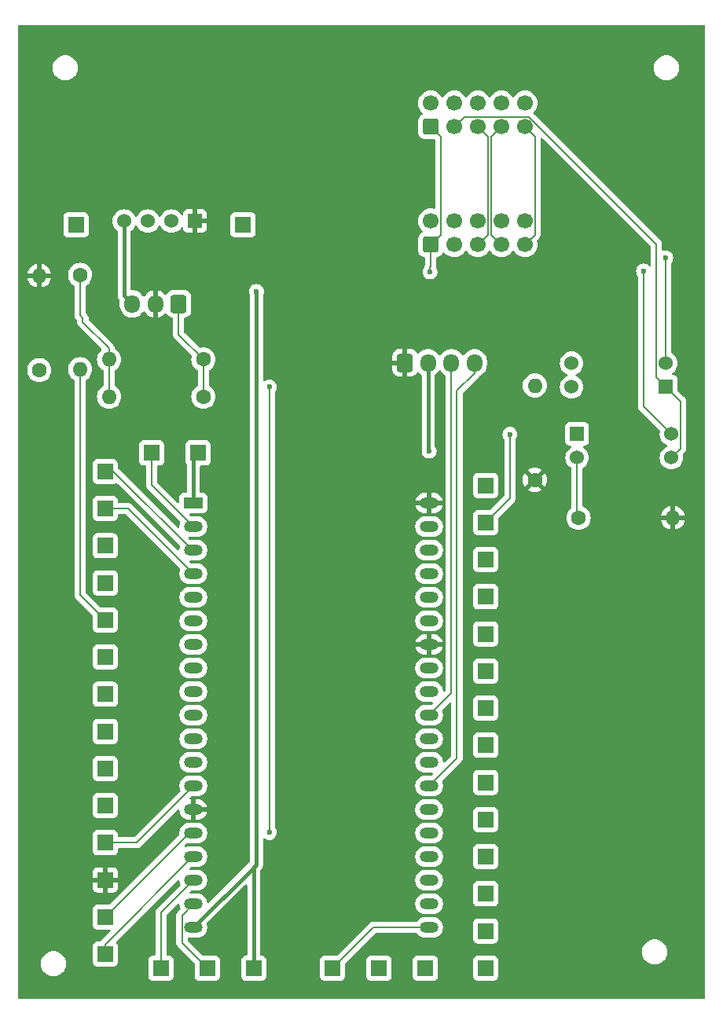
<source format=gtl>
G04 #@! TF.GenerationSoftware,KiCad,Pcbnew,8.0.3*
G04 #@! TF.CreationDate,2025-07-28T20:13:40+02:00*
G04 #@! TF.ProjectId,DC_minni,44435f6d-696e-46e6-992e-6b696361645f,rev?*
G04 #@! TF.SameCoordinates,Original*
G04 #@! TF.FileFunction,Copper,L1,Top*
G04 #@! TF.FilePolarity,Positive*
%FSLAX46Y46*%
G04 Gerber Fmt 4.6, Leading zero omitted, Abs format (unit mm)*
G04 Created by KiCad (PCBNEW 8.0.3) date 2025-07-28 20:13:40*
%MOMM*%
%LPD*%
G01*
G04 APERTURE LIST*
G04 Aperture macros list*
%AMRoundRect*
0 Rectangle with rounded corners*
0 $1 Rounding radius*
0 $2 $3 $4 $5 $6 $7 $8 $9 X,Y pos of 4 corners*
0 Add a 4 corners polygon primitive as box body*
4,1,4,$2,$3,$4,$5,$6,$7,$8,$9,$2,$3,0*
0 Add four circle primitives for the rounded corners*
1,1,$1+$1,$2,$3*
1,1,$1+$1,$4,$5*
1,1,$1+$1,$6,$7*
1,1,$1+$1,$8,$9*
0 Add four rect primitives between the rounded corners*
20,1,$1+$1,$2,$3,$4,$5,0*
20,1,$1+$1,$4,$5,$6,$7,0*
20,1,$1+$1,$6,$7,$8,$9,0*
20,1,$1+$1,$8,$9,$2,$3,0*%
G04 Aperture macros list end*
G04 #@! TA.AperFunction,ComponentPad*
%ADD10R,1.524000X1.524000*%
G04 #@! TD*
G04 #@! TA.AperFunction,ComponentPad*
%ADD11C,1.524000*%
G04 #@! TD*
G04 #@! TA.AperFunction,ComponentPad*
%ADD12R,2.000000X1.200000*%
G04 #@! TD*
G04 #@! TA.AperFunction,ComponentPad*
%ADD13O,2.000000X1.200000*%
G04 #@! TD*
G04 #@! TA.AperFunction,ComponentPad*
%ADD14C,1.700000*%
G04 #@! TD*
G04 #@! TA.AperFunction,ComponentPad*
%ADD15RoundRect,0.250000X0.600000X-0.600000X0.600000X0.600000X-0.600000X0.600000X-0.600000X-0.600000X0*%
G04 #@! TD*
G04 #@! TA.AperFunction,ComponentPad*
%ADD16C,1.600000*%
G04 #@! TD*
G04 #@! TA.AperFunction,ComponentPad*
%ADD17O,1.600000X1.600000*%
G04 #@! TD*
G04 #@! TA.AperFunction,ComponentPad*
%ADD18O,1.700000X1.950000*%
G04 #@! TD*
G04 #@! TA.AperFunction,ComponentPad*
%ADD19RoundRect,0.250000X0.600000X0.725000X-0.600000X0.725000X-0.600000X-0.725000X0.600000X-0.725000X0*%
G04 #@! TD*
G04 #@! TA.AperFunction,ComponentPad*
%ADD20R,1.700000X1.700000*%
G04 #@! TD*
G04 #@! TA.AperFunction,ComponentPad*
%ADD21RoundRect,0.250000X-0.600000X-0.725000X0.600000X-0.725000X0.600000X0.725000X-0.600000X0.725000X0*%
G04 #@! TD*
G04 #@! TA.AperFunction,ViaPad*
%ADD22C,0.600000*%
G04 #@! TD*
G04 #@! TA.AperFunction,Conductor*
%ADD23C,0.200000*%
G04 #@! TD*
G04 #@! TA.AperFunction,Conductor*
%ADD24C,0.400000*%
G04 #@! TD*
G04 APERTURE END LIST*
D10*
X217170000Y-96520000D03*
D11*
X214630000Y-96520000D03*
X212090000Y-96520000D03*
X209550000Y-96520000D03*
D12*
X217000000Y-126900000D03*
D13*
X217000000Y-129440000D03*
X217000000Y-131980000D03*
X217000000Y-134520000D03*
X217000000Y-137060000D03*
X217000000Y-139600000D03*
X217000000Y-142140000D03*
X217000000Y-144680000D03*
X217000000Y-147220000D03*
X217000000Y-149760000D03*
X217000000Y-152300000D03*
X217000000Y-154840000D03*
X217000000Y-157380000D03*
X217000000Y-159920000D03*
X217000000Y-162460000D03*
X217000000Y-165000000D03*
X217000000Y-167540000D03*
X217000000Y-170080000D03*
X217000000Y-172620000D03*
X242396320Y-172617280D03*
X242396320Y-170077280D03*
X242400000Y-167540000D03*
X242400000Y-165000000D03*
X242400000Y-162460000D03*
X242400000Y-159920000D03*
X242400000Y-157380000D03*
X242400000Y-154840000D03*
X242400000Y-152300000D03*
X242400000Y-149760000D03*
X242400000Y-147220000D03*
X242400000Y-144680000D03*
X242400000Y-142140000D03*
X242400000Y-139600000D03*
X242400000Y-137060000D03*
X242400000Y-134520000D03*
X242400000Y-131980000D03*
X242400000Y-129440000D03*
X242400000Y-126900000D03*
D14*
X252730000Y-96520000D03*
X252730000Y-99060000D03*
X250190000Y-96520000D03*
X250190000Y-99060000D03*
X247650000Y-96520000D03*
X247650000Y-99060000D03*
X245110000Y-96520000D03*
X245110000Y-99060000D03*
X242570000Y-96520000D03*
D15*
X242570000Y-99060000D03*
D16*
X253800000Y-124400000D03*
D17*
X253800000Y-114240000D03*
D16*
X258500000Y-128500000D03*
D17*
X268660000Y-128500000D03*
X200400000Y-102420000D03*
D16*
X200400000Y-112580000D03*
X204800000Y-102320000D03*
D17*
X204800000Y-112480000D03*
D16*
X218080000Y-111440000D03*
D17*
X207920000Y-111440000D03*
D10*
X258340000Y-119460000D03*
D11*
X258340000Y-122000000D03*
X268500000Y-119460000D03*
X268500000Y-122000000D03*
D18*
X210420000Y-105440000D03*
X212920000Y-105440000D03*
D19*
X215420000Y-105440000D03*
D20*
X207500000Y-127500000D03*
X207500000Y-123500000D03*
X207500000Y-135500000D03*
X207500000Y-131500000D03*
X207500000Y-143500000D03*
X207500000Y-139500000D03*
X207500000Y-155500000D03*
X207500000Y-151500000D03*
X207500000Y-147500000D03*
X248500000Y-125000000D03*
X248500000Y-129000000D03*
X248500000Y-145000000D03*
X248500000Y-149000000D03*
X248500000Y-157000000D03*
X248500000Y-161000000D03*
X248500000Y-177000000D03*
X207500000Y-159500000D03*
X207500000Y-171500000D03*
X207500000Y-163500000D03*
X213500000Y-177000000D03*
X207500000Y-175500000D03*
X237000000Y-177000000D03*
X232000000Y-177000000D03*
X248500000Y-153000000D03*
X248500000Y-165000000D03*
X248500000Y-137000000D03*
X248500000Y-173000000D03*
X248500000Y-133000000D03*
X207500000Y-167500000D03*
D14*
X252730000Y-83820000D03*
X252730000Y-86360000D03*
X250190000Y-83820000D03*
X250190000Y-86360000D03*
X247650000Y-83820000D03*
X247650000Y-86360000D03*
X245110000Y-83820000D03*
X245110000Y-86360000D03*
X242570000Y-83820000D03*
D15*
X242570000Y-86360000D03*
D21*
X239800000Y-111800000D03*
D18*
X242300000Y-111800000D03*
X244800000Y-111800000D03*
X247300000Y-111800000D03*
D10*
X267910000Y-114380000D03*
D11*
X267910000Y-111840000D03*
X257750000Y-114380000D03*
X257750000Y-111840000D03*
D20*
X204360000Y-96940000D03*
X222360000Y-96940000D03*
X218500000Y-177000000D03*
X212500000Y-121500000D03*
X248500000Y-169000000D03*
X223500000Y-177000000D03*
X217500000Y-121500000D03*
X242000000Y-177000000D03*
D16*
X218080000Y-115440000D03*
D17*
X207920000Y-115440000D03*
D20*
X248500000Y-141000000D03*
D22*
X265500000Y-101900000D03*
X242500000Y-102000000D03*
X251100000Y-119500000D03*
X267900000Y-100500000D03*
X225200000Y-162400000D03*
X225200000Y-114400000D03*
X242400000Y-121300000D03*
X223800000Y-104100000D03*
D23*
X208400000Y-123500000D02*
X216880000Y-131980000D01*
X207500000Y-123500000D02*
X208400000Y-123500000D01*
X216880000Y-131980000D02*
X217000000Y-131980000D01*
X258340000Y-128340000D02*
X258500000Y-128500000D01*
X258340000Y-122000000D02*
X258340000Y-128340000D01*
X269489000Y-115959000D02*
X267910000Y-114380000D01*
X269489000Y-121011000D02*
X269489000Y-115959000D01*
X268500000Y-122000000D02*
X269489000Y-121011000D01*
X242570000Y-101430000D02*
X242570000Y-99060000D01*
X242500000Y-101500000D02*
X242570000Y-101430000D01*
X242500000Y-102000000D02*
X242500000Y-101500000D01*
X265500000Y-116460000D02*
X265500000Y-101900000D01*
X268500000Y-119460000D02*
X265500000Y-116460000D01*
X212500000Y-124940000D02*
X217000000Y-129440000D01*
X212500000Y-121500000D02*
X212500000Y-124940000D01*
X209980000Y-127500000D02*
X217000000Y-134520000D01*
X207500000Y-127500000D02*
X209980000Y-127500000D01*
X210880000Y-163500000D02*
X217000000Y-157380000D01*
X207500000Y-163500000D02*
X210880000Y-163500000D01*
X216540000Y-162460000D02*
X217000000Y-162460000D01*
X207500000Y-171500000D02*
X216540000Y-162460000D01*
X207500000Y-174450000D02*
X216950000Y-165000000D01*
X216950000Y-165000000D02*
X217000000Y-165000000D01*
X207500000Y-175500000D02*
X207500000Y-174450000D01*
X213500000Y-171040000D02*
X217000000Y-167540000D01*
X213500000Y-177000000D02*
X213500000Y-171040000D01*
X215773000Y-171307000D02*
X217000000Y-170080000D01*
X215773000Y-174273000D02*
X215773000Y-171307000D01*
X218500000Y-177000000D02*
X215773000Y-174273000D01*
X236382720Y-172617280D02*
X242396320Y-172617280D01*
X232000000Y-177000000D02*
X236382720Y-172617280D01*
X251100000Y-126400000D02*
X248500000Y-129000000D01*
X251100000Y-119500000D02*
X251100000Y-126400000D01*
X267910000Y-100810000D02*
X267910000Y-111840000D01*
X267900000Y-100800000D02*
X267910000Y-100810000D01*
X267900000Y-100500000D02*
X267900000Y-100800000D01*
X266900000Y-113370000D02*
X267910000Y-114380000D01*
X253176109Y-85283000D02*
X266900000Y-99006891D01*
X246187000Y-85283000D02*
X253176109Y-85283000D01*
X266900000Y-99006891D02*
X266900000Y-113370000D01*
X245110000Y-86360000D02*
X246187000Y-85283000D01*
X253807000Y-97983000D02*
X252730000Y-99060000D01*
X253807000Y-87437000D02*
X253807000Y-97983000D01*
X252730000Y-86360000D02*
X253807000Y-87437000D01*
X249113000Y-97983000D02*
X250190000Y-99060000D01*
X249113000Y-87437000D02*
X249113000Y-97983000D01*
X250190000Y-86360000D02*
X249113000Y-87437000D01*
X248727000Y-87437000D02*
X248727000Y-97983000D01*
X247650000Y-86360000D02*
X248727000Y-87437000D01*
X248727000Y-97983000D02*
X247650000Y-99060000D01*
X225200000Y-114400000D02*
X225200000Y-162400000D01*
X245400000Y-114800000D02*
X245400000Y-154380000D01*
X247300000Y-112900000D02*
X245400000Y-114800000D01*
X247300000Y-111800000D02*
X247300000Y-112900000D01*
X245400000Y-154380000D02*
X242400000Y-157380000D01*
X244800000Y-147360000D02*
X242400000Y-149760000D01*
X244800000Y-111800000D02*
X244800000Y-147360000D01*
D24*
X242400000Y-121300000D02*
X242300000Y-121200000D01*
X242300000Y-121200000D02*
X242300000Y-111800000D01*
X217000000Y-122000000D02*
X217500000Y-121500000D01*
X217000000Y-126900000D02*
X217000000Y-122000000D01*
X223500000Y-177000000D02*
X223500000Y-166120000D01*
X223560000Y-166060000D02*
X217000000Y-172620000D01*
X223500000Y-166120000D02*
X223560000Y-166060000D01*
X223800000Y-165820000D02*
X223560000Y-166060000D01*
X223800000Y-104100000D02*
X223800000Y-165820000D01*
X209550000Y-96520000D02*
X209550000Y-104570000D01*
X209550000Y-104570000D02*
X210420000Y-105440000D01*
D23*
X215420000Y-105440000D02*
X215420000Y-108780000D01*
X215420000Y-108780000D02*
X218080000Y-111440000D01*
X218080000Y-111440000D02*
X218080000Y-115440000D01*
X207920000Y-115440000D02*
X207920000Y-111440000D01*
X204800000Y-136800000D02*
X207500000Y-139500000D01*
X204800000Y-112480000D02*
X204800000Y-136800000D01*
X205100000Y-107400000D02*
X205100000Y-107000000D01*
X207920000Y-110220000D02*
X205100000Y-107400000D01*
X207920000Y-111440000D02*
X207920000Y-110220000D01*
X205100000Y-107000000D02*
X204800000Y-106700000D01*
X204800000Y-106700000D02*
X204800000Y-102320000D01*
X242570000Y-86360000D02*
X243647000Y-87437000D01*
X243647000Y-87437000D02*
X243647000Y-97983000D01*
X243647000Y-97983000D02*
X242570000Y-99060000D01*
G04 #@! TA.AperFunction,Conductor*
G36*
X272092539Y-75420185D02*
G01*
X272138294Y-75472989D01*
X272149500Y-75524500D01*
X272149500Y-180175500D01*
X272129815Y-180242539D01*
X272077011Y-180288294D01*
X272025500Y-180299500D01*
X198249500Y-180299500D01*
X198182461Y-180279815D01*
X198136706Y-180227011D01*
X198125500Y-180175500D01*
X198125500Y-176423713D01*
X200579500Y-176423713D01*
X200579500Y-176636286D01*
X200612753Y-176846239D01*
X200678444Y-177048414D01*
X200774951Y-177237820D01*
X200899890Y-177409786D01*
X201050213Y-177560109D01*
X201222179Y-177685048D01*
X201222181Y-177685049D01*
X201222184Y-177685051D01*
X201411588Y-177781557D01*
X201613757Y-177847246D01*
X201823713Y-177880500D01*
X201823714Y-177880500D01*
X202036286Y-177880500D01*
X202036287Y-177880500D01*
X202246243Y-177847246D01*
X202448412Y-177781557D01*
X202637816Y-177685051D01*
X202659789Y-177669086D01*
X202809786Y-177560109D01*
X202809788Y-177560106D01*
X202809792Y-177560104D01*
X202960104Y-177409792D01*
X202960106Y-177409788D01*
X202960109Y-177409786D01*
X203085048Y-177237820D01*
X203085047Y-177237820D01*
X203085051Y-177237816D01*
X203181557Y-177048412D01*
X203247246Y-176846243D01*
X203280500Y-176636287D01*
X203280500Y-176423713D01*
X203247246Y-176213757D01*
X203181557Y-176011588D01*
X203085051Y-175822184D01*
X203085049Y-175822181D01*
X203085048Y-175822179D01*
X202960109Y-175650213D01*
X202809786Y-175499890D01*
X202637820Y-175374951D01*
X202448414Y-175278444D01*
X202448413Y-175278443D01*
X202448412Y-175278443D01*
X202246243Y-175212754D01*
X202246241Y-175212753D01*
X202246240Y-175212753D01*
X202084957Y-175187208D01*
X202036287Y-175179500D01*
X201823713Y-175179500D01*
X201775042Y-175187208D01*
X201613760Y-175212753D01*
X201411585Y-175278444D01*
X201222179Y-175374951D01*
X201050213Y-175499890D01*
X200899890Y-175650213D01*
X200774951Y-175822179D01*
X200678444Y-176011585D01*
X200612753Y-176213760D01*
X200579500Y-176423713D01*
X198125500Y-176423713D01*
X198125500Y-170602135D01*
X206149500Y-170602135D01*
X206149500Y-172397870D01*
X206149501Y-172397876D01*
X206155908Y-172457483D01*
X206206202Y-172592328D01*
X206206206Y-172592335D01*
X206292452Y-172707544D01*
X206292455Y-172707547D01*
X206407664Y-172793793D01*
X206407671Y-172793797D01*
X206542517Y-172844091D01*
X206542516Y-172844091D01*
X206549444Y-172844835D01*
X206602127Y-172850500D01*
X207950902Y-172850499D01*
X208017941Y-172870184D01*
X208063696Y-172922987D01*
X208073640Y-172992146D01*
X208044615Y-173055702D01*
X208038583Y-173062180D01*
X207131286Y-173969478D01*
X207019481Y-174081282D01*
X207019475Y-174081290D01*
X207015887Y-174087505D01*
X206965318Y-174135718D01*
X206908503Y-174149500D01*
X206602130Y-174149500D01*
X206602123Y-174149501D01*
X206542516Y-174155908D01*
X206407671Y-174206202D01*
X206407664Y-174206206D01*
X206292455Y-174292452D01*
X206292452Y-174292455D01*
X206206206Y-174407664D01*
X206206202Y-174407671D01*
X206155908Y-174542517D01*
X206149501Y-174602116D01*
X206149501Y-174602123D01*
X206149500Y-174602135D01*
X206149500Y-176397870D01*
X206149501Y-176397876D01*
X206155908Y-176457483D01*
X206206202Y-176592328D01*
X206206206Y-176592335D01*
X206292452Y-176707544D01*
X206292455Y-176707547D01*
X206407664Y-176793793D01*
X206407671Y-176793797D01*
X206542517Y-176844091D01*
X206542516Y-176844091D01*
X206549444Y-176844835D01*
X206602127Y-176850500D01*
X208397872Y-176850499D01*
X208457483Y-176844091D01*
X208592331Y-176793796D01*
X208707546Y-176707546D01*
X208793796Y-176592331D01*
X208844091Y-176457483D01*
X208850500Y-176397873D01*
X208850499Y-174602128D01*
X208844091Y-174542517D01*
X208844090Y-174542515D01*
X208793797Y-174407671D01*
X208793793Y-174407664D01*
X208708551Y-174293797D01*
X208707546Y-174292454D01*
X208707292Y-174292264D01*
X208707103Y-174292012D01*
X208701272Y-174286180D01*
X208702110Y-174285341D01*
X208665420Y-174236332D01*
X208660433Y-174166641D01*
X208693914Y-174105319D01*
X215287819Y-167511415D01*
X215349142Y-167477930D01*
X215418834Y-167482914D01*
X215474767Y-167524786D01*
X215499184Y-167590250D01*
X215499500Y-167599096D01*
X215499500Y-167626611D01*
X215504140Y-167655908D01*
X215525766Y-167792452D01*
X215526598Y-167797701D01*
X215562329Y-167907669D01*
X215580126Y-167962442D01*
X215580128Y-167962447D01*
X215589248Y-167980346D01*
X215602143Y-168049015D01*
X215575866Y-168113755D01*
X215566443Y-168124320D01*
X213131286Y-170559478D01*
X213019481Y-170671282D01*
X213019479Y-170671285D01*
X212975523Y-170747421D01*
X212975522Y-170747422D01*
X212948509Y-170794210D01*
X212940423Y-170808215D01*
X212899499Y-170960943D01*
X212899499Y-170960945D01*
X212899499Y-171129046D01*
X212899500Y-171129059D01*
X212899500Y-175525500D01*
X212879815Y-175592539D01*
X212827011Y-175638294D01*
X212775501Y-175649500D01*
X212602130Y-175649500D01*
X212602123Y-175649501D01*
X212542516Y-175655908D01*
X212407671Y-175706202D01*
X212407664Y-175706206D01*
X212292455Y-175792452D01*
X212292452Y-175792455D01*
X212206206Y-175907664D01*
X212206202Y-175907671D01*
X212155908Y-176042517D01*
X212149501Y-176102116D01*
X212149501Y-176102123D01*
X212149500Y-176102135D01*
X212149500Y-177897870D01*
X212149501Y-177897876D01*
X212155908Y-177957483D01*
X212206202Y-178092328D01*
X212206206Y-178092335D01*
X212292452Y-178207544D01*
X212292455Y-178207547D01*
X212407664Y-178293793D01*
X212407671Y-178293797D01*
X212542517Y-178344091D01*
X212542516Y-178344091D01*
X212549444Y-178344835D01*
X212602127Y-178350500D01*
X214397872Y-178350499D01*
X214457483Y-178344091D01*
X214592331Y-178293796D01*
X214707546Y-178207546D01*
X214793796Y-178092331D01*
X214844091Y-177957483D01*
X214850500Y-177897873D01*
X214850499Y-176102128D01*
X214844091Y-176042517D01*
X214832555Y-176011588D01*
X214793797Y-175907671D01*
X214793793Y-175907664D01*
X214707547Y-175792455D01*
X214707544Y-175792452D01*
X214592335Y-175706206D01*
X214592328Y-175706202D01*
X214457482Y-175655908D01*
X214457483Y-175655908D01*
X214397883Y-175649501D01*
X214397881Y-175649500D01*
X214397873Y-175649500D01*
X214397865Y-175649500D01*
X214224500Y-175649500D01*
X214157461Y-175629815D01*
X214111706Y-175577011D01*
X214100500Y-175525500D01*
X214100500Y-171340096D01*
X214120185Y-171273057D01*
X214136814Y-171252420D01*
X215289561Y-170099672D01*
X215350882Y-170066189D01*
X215420574Y-170071173D01*
X215476507Y-170113045D01*
X215499713Y-170167957D01*
X215526166Y-170334977D01*
X215526598Y-170337701D01*
X215530757Y-170350500D01*
X215580126Y-170502442D01*
X215580128Y-170502447D01*
X215589248Y-170520346D01*
X215602143Y-170589015D01*
X215575866Y-170653755D01*
X215566444Y-170664320D01*
X215404286Y-170826478D01*
X215292481Y-170938282D01*
X215292479Y-170938284D01*
X215275348Y-170967957D01*
X215268107Y-170980500D01*
X215213423Y-171075215D01*
X215172499Y-171227943D01*
X215172499Y-171227945D01*
X215172499Y-171396046D01*
X215172500Y-171396059D01*
X215172500Y-174186330D01*
X215172499Y-174186348D01*
X215172499Y-174352054D01*
X215172498Y-174352054D01*
X215172499Y-174352057D01*
X215213423Y-174504785D01*
X215235208Y-174542517D01*
X215269617Y-174602116D01*
X215292479Y-174641714D01*
X215292481Y-174641717D01*
X215411349Y-174760585D01*
X215411355Y-174760590D01*
X217113181Y-176462416D01*
X217146666Y-176523739D01*
X217149500Y-176550097D01*
X217149500Y-177897870D01*
X217149501Y-177897876D01*
X217155908Y-177957483D01*
X217206202Y-178092328D01*
X217206206Y-178092335D01*
X217292452Y-178207544D01*
X217292455Y-178207547D01*
X217407664Y-178293793D01*
X217407671Y-178293797D01*
X217542517Y-178344091D01*
X217542516Y-178344091D01*
X217549444Y-178344835D01*
X217602127Y-178350500D01*
X219397872Y-178350499D01*
X219457483Y-178344091D01*
X219592331Y-178293796D01*
X219707546Y-178207546D01*
X219793796Y-178092331D01*
X219844091Y-177957483D01*
X219850500Y-177897873D01*
X219850499Y-176102128D01*
X219844091Y-176042517D01*
X219832555Y-176011588D01*
X219793797Y-175907671D01*
X219793793Y-175907664D01*
X219707547Y-175792455D01*
X219707544Y-175792452D01*
X219592335Y-175706206D01*
X219592328Y-175706202D01*
X219457482Y-175655908D01*
X219457483Y-175655908D01*
X219397883Y-175649501D01*
X219397881Y-175649500D01*
X219397873Y-175649500D01*
X219397865Y-175649500D01*
X218050097Y-175649500D01*
X217983058Y-175629815D01*
X217962416Y-175613181D01*
X216409819Y-174060584D01*
X216376334Y-173999261D01*
X216373500Y-173972903D01*
X216373500Y-173843528D01*
X216393185Y-173776489D01*
X216445989Y-173730734D01*
X216508408Y-173721758D01*
X216508538Y-173720118D01*
X216513389Y-173720500D01*
X217486610Y-173720500D01*
X217486611Y-173720500D01*
X217657701Y-173693402D01*
X217822445Y-173639873D01*
X217976788Y-173561232D01*
X218116928Y-173459414D01*
X218239414Y-173336928D01*
X218341232Y-173196788D01*
X218419873Y-173042445D01*
X218473402Y-172877701D01*
X218500500Y-172706611D01*
X218500500Y-172533389D01*
X218473402Y-172362299D01*
X218441692Y-172264709D01*
X218439698Y-172194870D01*
X218471941Y-172138714D01*
X222587821Y-168022835D01*
X222649142Y-167989352D01*
X222718834Y-167994336D01*
X222774767Y-168036208D01*
X222799184Y-168101672D01*
X222799500Y-168110518D01*
X222799500Y-175525500D01*
X222779815Y-175592539D01*
X222727011Y-175638294D01*
X222675502Y-175649500D01*
X222602130Y-175649500D01*
X222602123Y-175649501D01*
X222542516Y-175655908D01*
X222407671Y-175706202D01*
X222407664Y-175706206D01*
X222292455Y-175792452D01*
X222292452Y-175792455D01*
X222206206Y-175907664D01*
X222206202Y-175907671D01*
X222155908Y-176042517D01*
X222149501Y-176102116D01*
X222149501Y-176102123D01*
X222149500Y-176102135D01*
X222149500Y-177897870D01*
X222149501Y-177897876D01*
X222155908Y-177957483D01*
X222206202Y-178092328D01*
X222206206Y-178092335D01*
X222292452Y-178207544D01*
X222292455Y-178207547D01*
X222407664Y-178293793D01*
X222407671Y-178293797D01*
X222542517Y-178344091D01*
X222542516Y-178344091D01*
X222549444Y-178344835D01*
X222602127Y-178350500D01*
X224397872Y-178350499D01*
X224457483Y-178344091D01*
X224592331Y-178293796D01*
X224707546Y-178207546D01*
X224793796Y-178092331D01*
X224844091Y-177957483D01*
X224850500Y-177897873D01*
X224850499Y-176102135D01*
X230649500Y-176102135D01*
X230649500Y-177897870D01*
X230649501Y-177897876D01*
X230655908Y-177957483D01*
X230706202Y-178092328D01*
X230706206Y-178092335D01*
X230792452Y-178207544D01*
X230792455Y-178207547D01*
X230907664Y-178293793D01*
X230907671Y-178293797D01*
X231042517Y-178344091D01*
X231042516Y-178344091D01*
X231049444Y-178344835D01*
X231102127Y-178350500D01*
X232897872Y-178350499D01*
X232957483Y-178344091D01*
X233092331Y-178293796D01*
X233207546Y-178207546D01*
X233293796Y-178092331D01*
X233344091Y-177957483D01*
X233350500Y-177897873D01*
X233350499Y-176550095D01*
X233370184Y-176483057D01*
X233386813Y-176462420D01*
X233747098Y-176102135D01*
X235649500Y-176102135D01*
X235649500Y-177897870D01*
X235649501Y-177897876D01*
X235655908Y-177957483D01*
X235706202Y-178092328D01*
X235706206Y-178092335D01*
X235792452Y-178207544D01*
X235792455Y-178207547D01*
X235907664Y-178293793D01*
X235907671Y-178293797D01*
X236042517Y-178344091D01*
X236042516Y-178344091D01*
X236049444Y-178344835D01*
X236102127Y-178350500D01*
X237897872Y-178350499D01*
X237957483Y-178344091D01*
X238092331Y-178293796D01*
X238207546Y-178207546D01*
X238293796Y-178092331D01*
X238344091Y-177957483D01*
X238350500Y-177897873D01*
X238350499Y-176102135D01*
X240649500Y-176102135D01*
X240649500Y-177897870D01*
X240649501Y-177897876D01*
X240655908Y-177957483D01*
X240706202Y-178092328D01*
X240706206Y-178092335D01*
X240792452Y-178207544D01*
X240792455Y-178207547D01*
X240907664Y-178293793D01*
X240907671Y-178293797D01*
X241042517Y-178344091D01*
X241042516Y-178344091D01*
X241049444Y-178344835D01*
X241102127Y-178350500D01*
X242897872Y-178350499D01*
X242957483Y-178344091D01*
X243092331Y-178293796D01*
X243207546Y-178207546D01*
X243293796Y-178092331D01*
X243344091Y-177957483D01*
X243350500Y-177897873D01*
X243350499Y-176102135D01*
X247149500Y-176102135D01*
X247149500Y-177897870D01*
X247149501Y-177897876D01*
X247155908Y-177957483D01*
X247206202Y-178092328D01*
X247206206Y-178092335D01*
X247292452Y-178207544D01*
X247292455Y-178207547D01*
X247407664Y-178293793D01*
X247407671Y-178293797D01*
X247542517Y-178344091D01*
X247542516Y-178344091D01*
X247549444Y-178344835D01*
X247602127Y-178350500D01*
X249397872Y-178350499D01*
X249457483Y-178344091D01*
X249592331Y-178293796D01*
X249707546Y-178207546D01*
X249793796Y-178092331D01*
X249844091Y-177957483D01*
X249850500Y-177897873D01*
X249850499Y-176102128D01*
X249844091Y-176042517D01*
X249832555Y-176011588D01*
X249793797Y-175907671D01*
X249793793Y-175907664D01*
X249707547Y-175792455D01*
X249707544Y-175792452D01*
X249592335Y-175706206D01*
X249592328Y-175706202D01*
X249457482Y-175655908D01*
X249457483Y-175655908D01*
X249397883Y-175649501D01*
X249397881Y-175649500D01*
X249397873Y-175649500D01*
X249397864Y-175649500D01*
X247602129Y-175649500D01*
X247602123Y-175649501D01*
X247542516Y-175655908D01*
X247407671Y-175706202D01*
X247407664Y-175706206D01*
X247292455Y-175792452D01*
X247292452Y-175792455D01*
X247206206Y-175907664D01*
X247206202Y-175907671D01*
X247155908Y-176042517D01*
X247149501Y-176102116D01*
X247149501Y-176102123D01*
X247149500Y-176102135D01*
X243350499Y-176102135D01*
X243350499Y-176102128D01*
X243344091Y-176042517D01*
X243332555Y-176011588D01*
X243293797Y-175907671D01*
X243293793Y-175907664D01*
X243207547Y-175792455D01*
X243207544Y-175792452D01*
X243092335Y-175706206D01*
X243092328Y-175706202D01*
X242957482Y-175655908D01*
X242957483Y-175655908D01*
X242897883Y-175649501D01*
X242897881Y-175649500D01*
X242897873Y-175649500D01*
X242897864Y-175649500D01*
X241102129Y-175649500D01*
X241102123Y-175649501D01*
X241042516Y-175655908D01*
X240907671Y-175706202D01*
X240907664Y-175706206D01*
X240792455Y-175792452D01*
X240792452Y-175792455D01*
X240706206Y-175907664D01*
X240706202Y-175907671D01*
X240655908Y-176042517D01*
X240649501Y-176102116D01*
X240649501Y-176102123D01*
X240649500Y-176102135D01*
X238350499Y-176102135D01*
X238350499Y-176102128D01*
X238344091Y-176042517D01*
X238332555Y-176011588D01*
X238293797Y-175907671D01*
X238293793Y-175907664D01*
X238207547Y-175792455D01*
X238207544Y-175792452D01*
X238092335Y-175706206D01*
X238092328Y-175706202D01*
X237957482Y-175655908D01*
X237957483Y-175655908D01*
X237897883Y-175649501D01*
X237897881Y-175649500D01*
X237897873Y-175649500D01*
X237897864Y-175649500D01*
X236102129Y-175649500D01*
X236102123Y-175649501D01*
X236042516Y-175655908D01*
X235907671Y-175706202D01*
X235907664Y-175706206D01*
X235792455Y-175792452D01*
X235792452Y-175792455D01*
X235706206Y-175907664D01*
X235706202Y-175907671D01*
X235655908Y-176042517D01*
X235649501Y-176102116D01*
X235649501Y-176102123D01*
X235649500Y-176102135D01*
X233747098Y-176102135D01*
X234695521Y-175153713D01*
X265349500Y-175153713D01*
X265349500Y-175366287D01*
X265382754Y-175576243D01*
X265424980Y-175706202D01*
X265448444Y-175778414D01*
X265544951Y-175967820D01*
X265669890Y-176139786D01*
X265820213Y-176290109D01*
X265992179Y-176415048D01*
X265992181Y-176415049D01*
X265992184Y-176415051D01*
X266181588Y-176511557D01*
X266383757Y-176577246D01*
X266593713Y-176610500D01*
X266593714Y-176610500D01*
X266806286Y-176610500D01*
X266806287Y-176610500D01*
X267016243Y-176577246D01*
X267218412Y-176511557D01*
X267407816Y-176415051D01*
X267431472Y-176397864D01*
X267579786Y-176290109D01*
X267579788Y-176290106D01*
X267579792Y-176290104D01*
X267730104Y-176139792D01*
X267730106Y-176139788D01*
X267730109Y-176139786D01*
X267855048Y-175967820D01*
X267855047Y-175967820D01*
X267855051Y-175967816D01*
X267951557Y-175778412D01*
X268017246Y-175576243D01*
X268050500Y-175366287D01*
X268050500Y-175153713D01*
X268017246Y-174943757D01*
X267951557Y-174741588D01*
X267855051Y-174552184D01*
X267855049Y-174552181D01*
X267855048Y-174552179D01*
X267730109Y-174380213D01*
X267579786Y-174229890D01*
X267407820Y-174104951D01*
X267218414Y-174008444D01*
X267218413Y-174008443D01*
X267218412Y-174008443D01*
X267016243Y-173942754D01*
X267016241Y-173942753D01*
X267016240Y-173942753D01*
X266854957Y-173917208D01*
X266806287Y-173909500D01*
X266593713Y-173909500D01*
X266545042Y-173917208D01*
X266383760Y-173942753D01*
X266181585Y-174008444D01*
X265992179Y-174104951D01*
X265820213Y-174229890D01*
X265669890Y-174380213D01*
X265544951Y-174552179D01*
X265448444Y-174741585D01*
X265382753Y-174943760D01*
X265349500Y-175153713D01*
X234695521Y-175153713D01*
X236595136Y-173254099D01*
X236656459Y-173220614D01*
X236682817Y-173217780D01*
X241009135Y-173217780D01*
X241076174Y-173237465D01*
X241109451Y-173268892D01*
X241156906Y-173334208D01*
X241279392Y-173456694D01*
X241419532Y-173558512D01*
X241573875Y-173637153D01*
X241738619Y-173690682D01*
X241909709Y-173717780D01*
X241909710Y-173717780D01*
X242882930Y-173717780D01*
X242882931Y-173717780D01*
X243054021Y-173690682D01*
X243218765Y-173637153D01*
X243373108Y-173558512D01*
X243513248Y-173456694D01*
X243635734Y-173334208D01*
X243737552Y-173194068D01*
X243816193Y-173039725D01*
X243869722Y-172874981D01*
X243896820Y-172703891D01*
X243896820Y-172530669D01*
X243869722Y-172359579D01*
X243816193Y-172194835D01*
X243768960Y-172102135D01*
X247149500Y-172102135D01*
X247149500Y-173897870D01*
X247149501Y-173897876D01*
X247155908Y-173957483D01*
X247206202Y-174092328D01*
X247206206Y-174092335D01*
X247292452Y-174207544D01*
X247292455Y-174207547D01*
X247407664Y-174293793D01*
X247407671Y-174293797D01*
X247542517Y-174344091D01*
X247542516Y-174344091D01*
X247549444Y-174344835D01*
X247602127Y-174350500D01*
X249397872Y-174350499D01*
X249457483Y-174344091D01*
X249592331Y-174293796D01*
X249707546Y-174207546D01*
X249793796Y-174092331D01*
X249844091Y-173957483D01*
X249850500Y-173897873D01*
X249850499Y-172102128D01*
X249844091Y-172042517D01*
X249843335Y-172040491D01*
X249793797Y-171907671D01*
X249793793Y-171907664D01*
X249707547Y-171792455D01*
X249707544Y-171792452D01*
X249592335Y-171706206D01*
X249592328Y-171706202D01*
X249457482Y-171655908D01*
X249457483Y-171655908D01*
X249397883Y-171649501D01*
X249397881Y-171649500D01*
X249397873Y-171649500D01*
X249397864Y-171649500D01*
X247602129Y-171649500D01*
X247602123Y-171649501D01*
X247542516Y-171655908D01*
X247407671Y-171706202D01*
X247407664Y-171706206D01*
X247292455Y-171792452D01*
X247292452Y-171792455D01*
X247206206Y-171907664D01*
X247206202Y-171907671D01*
X247155908Y-172042517D01*
X247151165Y-172086639D01*
X247149501Y-172102123D01*
X247149500Y-172102135D01*
X243768960Y-172102135D01*
X243737552Y-172040492D01*
X243635734Y-171900352D01*
X243513248Y-171777866D01*
X243373108Y-171676048D01*
X243218765Y-171597407D01*
X243054021Y-171543878D01*
X243054019Y-171543877D01*
X243054018Y-171543877D01*
X242900104Y-171519500D01*
X242882931Y-171516780D01*
X241909709Y-171516780D01*
X241892536Y-171519500D01*
X241738622Y-171543877D01*
X241573872Y-171597408D01*
X241419531Y-171676048D01*
X241378023Y-171706206D01*
X241279392Y-171777866D01*
X241279390Y-171777868D01*
X241279389Y-171777868D01*
X241156908Y-171900349D01*
X241156908Y-171900350D01*
X241156906Y-171900352D01*
X241109453Y-171965666D01*
X241054123Y-172008331D01*
X241009135Y-172016780D01*
X236461777Y-172016780D01*
X236303663Y-172016780D01*
X236150935Y-172057703D01*
X236150934Y-172057703D01*
X236150932Y-172057704D01*
X236150929Y-172057705D01*
X236100816Y-172086639D01*
X236100815Y-172086640D01*
X236073991Y-172102127D01*
X236014005Y-172136759D01*
X236014002Y-172136761D01*
X235902198Y-172248566D01*
X232537582Y-175613181D01*
X232476259Y-175646666D01*
X232449901Y-175649500D01*
X231102129Y-175649500D01*
X231102123Y-175649501D01*
X231042516Y-175655908D01*
X230907671Y-175706202D01*
X230907664Y-175706206D01*
X230792455Y-175792452D01*
X230792452Y-175792455D01*
X230706206Y-175907664D01*
X230706202Y-175907671D01*
X230655908Y-176042517D01*
X230649501Y-176102116D01*
X230649501Y-176102123D01*
X230649500Y-176102135D01*
X224850499Y-176102135D01*
X224850499Y-176102128D01*
X224844091Y-176042517D01*
X224832555Y-176011588D01*
X224793797Y-175907671D01*
X224793793Y-175907664D01*
X224707547Y-175792455D01*
X224707544Y-175792452D01*
X224592335Y-175706206D01*
X224592328Y-175706202D01*
X224457482Y-175655908D01*
X224457483Y-175655908D01*
X224397883Y-175649501D01*
X224397881Y-175649500D01*
X224397873Y-175649500D01*
X224397865Y-175649500D01*
X224324500Y-175649500D01*
X224257461Y-175629815D01*
X224211706Y-175577011D01*
X224200500Y-175525500D01*
X224200500Y-169990669D01*
X240895820Y-169990669D01*
X240895820Y-170163890D01*
X240916182Y-170292455D01*
X240922918Y-170334981D01*
X240976447Y-170499725D01*
X241055088Y-170654068D01*
X241156906Y-170794208D01*
X241279392Y-170916694D01*
X241419532Y-171018512D01*
X241573875Y-171097153D01*
X241738619Y-171150682D01*
X241909709Y-171177780D01*
X241909710Y-171177780D01*
X242882930Y-171177780D01*
X242882931Y-171177780D01*
X243054021Y-171150682D01*
X243218765Y-171097153D01*
X243373108Y-171018512D01*
X243513248Y-170916694D01*
X243635734Y-170794208D01*
X243737552Y-170654068D01*
X243816193Y-170499725D01*
X243869722Y-170334981D01*
X243896820Y-170163891D01*
X243896820Y-169990669D01*
X243869722Y-169819579D01*
X243816193Y-169654835D01*
X243737552Y-169500492D01*
X243635734Y-169360352D01*
X243513248Y-169237866D01*
X243373108Y-169136048D01*
X243218765Y-169057407D01*
X243054021Y-169003878D01*
X243054019Y-169003877D01*
X243054018Y-169003877D01*
X242900104Y-168979500D01*
X242882931Y-168976780D01*
X241909709Y-168976780D01*
X241892536Y-168979500D01*
X241738622Y-169003877D01*
X241573872Y-169057408D01*
X241419531Y-169136048D01*
X241339576Y-169194139D01*
X241279392Y-169237866D01*
X241279390Y-169237868D01*
X241279389Y-169237868D01*
X241156908Y-169360349D01*
X241156908Y-169360350D01*
X241156906Y-169360352D01*
X241154930Y-169363072D01*
X241055088Y-169500491D01*
X240976448Y-169654832D01*
X240922917Y-169819582D01*
X240895820Y-169990669D01*
X224200500Y-169990669D01*
X224200500Y-167453389D01*
X240899500Y-167453389D01*
X240899500Y-167626611D01*
X240904140Y-167655908D01*
X240925766Y-167792452D01*
X240926598Y-167797701D01*
X240980127Y-167962445D01*
X241058768Y-168116788D01*
X241160586Y-168256928D01*
X241283072Y-168379414D01*
X241423212Y-168481232D01*
X241577555Y-168559873D01*
X241742299Y-168613402D01*
X241913389Y-168640500D01*
X241913390Y-168640500D01*
X242886610Y-168640500D01*
X242886611Y-168640500D01*
X243057701Y-168613402D01*
X243222445Y-168559873D01*
X243376788Y-168481232D01*
X243516928Y-168379414D01*
X243639414Y-168256928D01*
X243741232Y-168116788D01*
X243748698Y-168102135D01*
X247149500Y-168102135D01*
X247149500Y-169897870D01*
X247149501Y-169897876D01*
X247155908Y-169957483D01*
X247206202Y-170092328D01*
X247206206Y-170092335D01*
X247292452Y-170207544D01*
X247292455Y-170207547D01*
X247407664Y-170293793D01*
X247407671Y-170293797D01*
X247542517Y-170344091D01*
X247542516Y-170344091D01*
X247549444Y-170344835D01*
X247602127Y-170350500D01*
X249397872Y-170350499D01*
X249457483Y-170344091D01*
X249592331Y-170293796D01*
X249707546Y-170207546D01*
X249793796Y-170092331D01*
X249844091Y-169957483D01*
X249850500Y-169897873D01*
X249850499Y-168102128D01*
X249844091Y-168042517D01*
X249828233Y-168000000D01*
X249793797Y-167907671D01*
X249793793Y-167907664D01*
X249707547Y-167792455D01*
X249707544Y-167792452D01*
X249592335Y-167706206D01*
X249592328Y-167706202D01*
X249457482Y-167655908D01*
X249457483Y-167655908D01*
X249397883Y-167649501D01*
X249397881Y-167649500D01*
X249397873Y-167649500D01*
X249397864Y-167649500D01*
X247602129Y-167649500D01*
X247602123Y-167649501D01*
X247542516Y-167655908D01*
X247407671Y-167706202D01*
X247407664Y-167706206D01*
X247292455Y-167792452D01*
X247292452Y-167792455D01*
X247206206Y-167907664D01*
X247206202Y-167907671D01*
X247155908Y-168042517D01*
X247149549Y-168101672D01*
X247149501Y-168102123D01*
X247149500Y-168102135D01*
X243748698Y-168102135D01*
X243819873Y-167962445D01*
X243873402Y-167797701D01*
X243900500Y-167626611D01*
X243900500Y-167453389D01*
X243873402Y-167282299D01*
X243819873Y-167117555D01*
X243741232Y-166963212D01*
X243639414Y-166823072D01*
X243516928Y-166700586D01*
X243376788Y-166598768D01*
X243222445Y-166520127D01*
X243057701Y-166466598D01*
X243057699Y-166466597D01*
X243057698Y-166466597D01*
X242926271Y-166445781D01*
X242886611Y-166439500D01*
X241913389Y-166439500D01*
X241873728Y-166445781D01*
X241742302Y-166466597D01*
X241577552Y-166520128D01*
X241423211Y-166598768D01*
X241343256Y-166656859D01*
X241283072Y-166700586D01*
X241283070Y-166700588D01*
X241283069Y-166700588D01*
X241160588Y-166823069D01*
X241160588Y-166823070D01*
X241160586Y-166823072D01*
X241116859Y-166883256D01*
X241058768Y-166963211D01*
X240980128Y-167117552D01*
X240926597Y-167282302D01*
X240902543Y-167434174D01*
X240899500Y-167453389D01*
X224200500Y-167453389D01*
X224200500Y-166461519D01*
X224220185Y-166394480D01*
X224236814Y-166373842D01*
X224344114Y-166266543D01*
X224420775Y-166151811D01*
X224473580Y-166024329D01*
X224480208Y-165991006D01*
X224498734Y-165897870D01*
X224500500Y-165888994D01*
X224500500Y-164913389D01*
X240899500Y-164913389D01*
X240899500Y-165086610D01*
X240926597Y-165257697D01*
X240926597Y-165257699D01*
X240926598Y-165257701D01*
X240980127Y-165422445D01*
X241058768Y-165576788D01*
X241160586Y-165716928D01*
X241283072Y-165839414D01*
X241423212Y-165941232D01*
X241577555Y-166019873D01*
X241742299Y-166073402D01*
X241913389Y-166100500D01*
X241913390Y-166100500D01*
X242886610Y-166100500D01*
X242886611Y-166100500D01*
X243057701Y-166073402D01*
X243222445Y-166019873D01*
X243376788Y-165941232D01*
X243516928Y-165839414D01*
X243639414Y-165716928D01*
X243741232Y-165576788D01*
X243819873Y-165422445D01*
X243873402Y-165257701D01*
X243900500Y-165086611D01*
X243900500Y-164913389D01*
X243873402Y-164742299D01*
X243819873Y-164577555D01*
X243741232Y-164423212D01*
X243639414Y-164283072D01*
X243516928Y-164160586D01*
X243436477Y-164102135D01*
X247149500Y-164102135D01*
X247149500Y-165897870D01*
X247149501Y-165897876D01*
X247155908Y-165957483D01*
X247206202Y-166092328D01*
X247206206Y-166092335D01*
X247292452Y-166207544D01*
X247292455Y-166207547D01*
X247407664Y-166293793D01*
X247407671Y-166293797D01*
X247542517Y-166344091D01*
X247542516Y-166344091D01*
X247549444Y-166344835D01*
X247602127Y-166350500D01*
X249397872Y-166350499D01*
X249457483Y-166344091D01*
X249592331Y-166293796D01*
X249707546Y-166207546D01*
X249793796Y-166092331D01*
X249844091Y-165957483D01*
X249850500Y-165897873D01*
X249850499Y-164102128D01*
X249844091Y-164042517D01*
X249820967Y-163980519D01*
X249793797Y-163907671D01*
X249793793Y-163907664D01*
X249707547Y-163792455D01*
X249707544Y-163792452D01*
X249592335Y-163706206D01*
X249592328Y-163706202D01*
X249457482Y-163655908D01*
X249457483Y-163655908D01*
X249397883Y-163649501D01*
X249397881Y-163649500D01*
X249397873Y-163649500D01*
X249397864Y-163649500D01*
X247602129Y-163649500D01*
X247602123Y-163649501D01*
X247542516Y-163655908D01*
X247407671Y-163706202D01*
X247407664Y-163706206D01*
X247292455Y-163792452D01*
X247292452Y-163792455D01*
X247206206Y-163907664D01*
X247206202Y-163907671D01*
X247155908Y-164042517D01*
X247149675Y-164100500D01*
X247149501Y-164102123D01*
X247149500Y-164102135D01*
X243436477Y-164102135D01*
X243376788Y-164058768D01*
X243222445Y-163980127D01*
X243057701Y-163926598D01*
X243057699Y-163926597D01*
X243057698Y-163926597D01*
X242926271Y-163905781D01*
X242886611Y-163899500D01*
X241913389Y-163899500D01*
X241873728Y-163905781D01*
X241742302Y-163926597D01*
X241577552Y-163980128D01*
X241423211Y-164058768D01*
X241350349Y-164111706D01*
X241283072Y-164160586D01*
X241283070Y-164160588D01*
X241283069Y-164160588D01*
X241160588Y-164283069D01*
X241160588Y-164283070D01*
X241160586Y-164283072D01*
X241116859Y-164343256D01*
X241058768Y-164423211D01*
X240980128Y-164577552D01*
X240926597Y-164742302D01*
X240899500Y-164913389D01*
X224500500Y-164913389D01*
X224500500Y-163130012D01*
X224520185Y-163062973D01*
X224572989Y-163017218D01*
X224642147Y-163007274D01*
X224690532Y-163028194D01*
X224691842Y-163026111D01*
X224697737Y-163029815D01*
X224697738Y-163029816D01*
X224850478Y-163125789D01*
X224862547Y-163130012D01*
X225020745Y-163185368D01*
X225020750Y-163185369D01*
X225199996Y-163205565D01*
X225200000Y-163205565D01*
X225200004Y-163205565D01*
X225379249Y-163185369D01*
X225379252Y-163185368D01*
X225379255Y-163185368D01*
X225549522Y-163125789D01*
X225702262Y-163029816D01*
X225829816Y-162902262D01*
X225925789Y-162749522D01*
X225985368Y-162579255D01*
X225989046Y-162546611D01*
X226005565Y-162400003D01*
X226005565Y-162399996D01*
X226002567Y-162373389D01*
X240899500Y-162373389D01*
X240899500Y-162546610D01*
X240920884Y-162681629D01*
X240926598Y-162717701D01*
X240980127Y-162882445D01*
X241058768Y-163036788D01*
X241160586Y-163176928D01*
X241283072Y-163299414D01*
X241423212Y-163401232D01*
X241577555Y-163479873D01*
X241742299Y-163533402D01*
X241913389Y-163560500D01*
X241913390Y-163560500D01*
X242886610Y-163560500D01*
X242886611Y-163560500D01*
X243057701Y-163533402D01*
X243222445Y-163479873D01*
X243376788Y-163401232D01*
X243516928Y-163299414D01*
X243639414Y-163176928D01*
X243741232Y-163036788D01*
X243819873Y-162882445D01*
X243873402Y-162717701D01*
X243900500Y-162546611D01*
X243900500Y-162373389D01*
X243873402Y-162202299D01*
X243819873Y-162037555D01*
X243741232Y-161883212D01*
X243639414Y-161743072D01*
X243516928Y-161620586D01*
X243376788Y-161518768D01*
X243222445Y-161440127D01*
X243057701Y-161386598D01*
X243057699Y-161386597D01*
X243057698Y-161386597D01*
X242926271Y-161365781D01*
X242886611Y-161359500D01*
X241913389Y-161359500D01*
X241873728Y-161365781D01*
X241742302Y-161386597D01*
X241577552Y-161440128D01*
X241423211Y-161518768D01*
X241343256Y-161576859D01*
X241283072Y-161620586D01*
X241283070Y-161620588D01*
X241283069Y-161620588D01*
X241160588Y-161743069D01*
X241160588Y-161743070D01*
X241160586Y-161743072D01*
X241116859Y-161803256D01*
X241058768Y-161883211D01*
X240980128Y-162037552D01*
X240926597Y-162202302D01*
X240899500Y-162373389D01*
X226002567Y-162373389D01*
X225985369Y-162220750D01*
X225985368Y-162220745D01*
X225980279Y-162206202D01*
X225925789Y-162050478D01*
X225829816Y-161897738D01*
X225829814Y-161897736D01*
X225829813Y-161897734D01*
X225827550Y-161894896D01*
X225826659Y-161892715D01*
X225826111Y-161891842D01*
X225826264Y-161891745D01*
X225801144Y-161830209D01*
X225800500Y-161817587D01*
X225800500Y-159833389D01*
X240899500Y-159833389D01*
X240899500Y-160006610D01*
X240914629Y-160102135D01*
X240926598Y-160177701D01*
X240980127Y-160342445D01*
X241058768Y-160496788D01*
X241160586Y-160636928D01*
X241283072Y-160759414D01*
X241423212Y-160861232D01*
X241577555Y-160939873D01*
X241742299Y-160993402D01*
X241913389Y-161020500D01*
X241913390Y-161020500D01*
X242886610Y-161020500D01*
X242886611Y-161020500D01*
X243057701Y-160993402D01*
X243222445Y-160939873D01*
X243376788Y-160861232D01*
X243516928Y-160759414D01*
X243639414Y-160636928D01*
X243741232Y-160496788D01*
X243819873Y-160342445D01*
X243873402Y-160177701D01*
X243885370Y-160102135D01*
X247149500Y-160102135D01*
X247149500Y-161897870D01*
X247149501Y-161897876D01*
X247155908Y-161957483D01*
X247206202Y-162092328D01*
X247206206Y-162092335D01*
X247292452Y-162207544D01*
X247292455Y-162207547D01*
X247407664Y-162293793D01*
X247407671Y-162293797D01*
X247542517Y-162344091D01*
X247542516Y-162344091D01*
X247549444Y-162344835D01*
X247602127Y-162350500D01*
X249397872Y-162350499D01*
X249457483Y-162344091D01*
X249592331Y-162293796D01*
X249707546Y-162207546D01*
X249793796Y-162092331D01*
X249844091Y-161957483D01*
X249850500Y-161897873D01*
X249850499Y-160102128D01*
X249844091Y-160042517D01*
X249818036Y-159972661D01*
X249793797Y-159907671D01*
X249793793Y-159907664D01*
X249707547Y-159792455D01*
X249707544Y-159792452D01*
X249592335Y-159706206D01*
X249592328Y-159706202D01*
X249457482Y-159655908D01*
X249457483Y-159655908D01*
X249397883Y-159649501D01*
X249397881Y-159649500D01*
X249397873Y-159649500D01*
X249397864Y-159649500D01*
X247602129Y-159649500D01*
X247602123Y-159649501D01*
X247542516Y-159655908D01*
X247407671Y-159706202D01*
X247407664Y-159706206D01*
X247292455Y-159792452D01*
X247292452Y-159792455D01*
X247206206Y-159907664D01*
X247206202Y-159907671D01*
X247155908Y-160042517D01*
X247149501Y-160102116D01*
X247149501Y-160102123D01*
X247149500Y-160102135D01*
X243885370Y-160102135D01*
X243900500Y-160006611D01*
X243900500Y-159833389D01*
X243873402Y-159662299D01*
X243819873Y-159497555D01*
X243741232Y-159343212D01*
X243639414Y-159203072D01*
X243516928Y-159080586D01*
X243376788Y-158978768D01*
X243222445Y-158900127D01*
X243057701Y-158846598D01*
X243057699Y-158846597D01*
X243057698Y-158846597D01*
X242926271Y-158825781D01*
X242886611Y-158819500D01*
X241913389Y-158819500D01*
X241873728Y-158825781D01*
X241742302Y-158846597D01*
X241577552Y-158900128D01*
X241423211Y-158978768D01*
X241343256Y-159036859D01*
X241283072Y-159080586D01*
X241283070Y-159080588D01*
X241283069Y-159080588D01*
X241160588Y-159203069D01*
X241160588Y-159203070D01*
X241160586Y-159203072D01*
X241160350Y-159203397D01*
X241058768Y-159343211D01*
X240980128Y-159497552D01*
X240926597Y-159662302D01*
X240899500Y-159833389D01*
X225800500Y-159833389D01*
X225800500Y-152213389D01*
X240899500Y-152213389D01*
X240899500Y-152386611D01*
X240926598Y-152557701D01*
X240980127Y-152722445D01*
X241058768Y-152876788D01*
X241160586Y-153016928D01*
X241283072Y-153139414D01*
X241423212Y-153241232D01*
X241577555Y-153319873D01*
X241742299Y-153373402D01*
X241913389Y-153400500D01*
X241913390Y-153400500D01*
X242886610Y-153400500D01*
X242886611Y-153400500D01*
X243057701Y-153373402D01*
X243222445Y-153319873D01*
X243376788Y-153241232D01*
X243516928Y-153139414D01*
X243639414Y-153016928D01*
X243741232Y-152876788D01*
X243819873Y-152722445D01*
X243873402Y-152557701D01*
X243900500Y-152386611D01*
X243900500Y-152213389D01*
X243873402Y-152042299D01*
X243819873Y-151877555D01*
X243741232Y-151723212D01*
X243639414Y-151583072D01*
X243516928Y-151460586D01*
X243376788Y-151358768D01*
X243222445Y-151280127D01*
X243057701Y-151226598D01*
X243057699Y-151226597D01*
X243057698Y-151226597D01*
X242926271Y-151205781D01*
X242886611Y-151199500D01*
X241913389Y-151199500D01*
X241873728Y-151205781D01*
X241742302Y-151226597D01*
X241577552Y-151280128D01*
X241423211Y-151358768D01*
X241343256Y-151416859D01*
X241283072Y-151460586D01*
X241283070Y-151460588D01*
X241283069Y-151460588D01*
X241160588Y-151583069D01*
X241160588Y-151583070D01*
X241160586Y-151583072D01*
X241116859Y-151643256D01*
X241058768Y-151723211D01*
X240980128Y-151877552D01*
X240926597Y-152042302D01*
X240917122Y-152102127D01*
X240899500Y-152213389D01*
X225800500Y-152213389D01*
X225800500Y-144593389D01*
X240899500Y-144593389D01*
X240899500Y-144766610D01*
X240912786Y-144850499D01*
X240926598Y-144937701D01*
X240980127Y-145102445D01*
X241058768Y-145256788D01*
X241160586Y-145396928D01*
X241283072Y-145519414D01*
X241423212Y-145621232D01*
X241577555Y-145699873D01*
X241742299Y-145753402D01*
X241913389Y-145780500D01*
X241913390Y-145780500D01*
X242886610Y-145780500D01*
X242886611Y-145780500D01*
X243057701Y-145753402D01*
X243222445Y-145699873D01*
X243376788Y-145621232D01*
X243516928Y-145519414D01*
X243639414Y-145396928D01*
X243741232Y-145256788D01*
X243819873Y-145102445D01*
X243873402Y-144937701D01*
X243900500Y-144766611D01*
X243900500Y-144593389D01*
X243873402Y-144422299D01*
X243819873Y-144257555D01*
X243741232Y-144103212D01*
X243639414Y-143963072D01*
X243516928Y-143840586D01*
X243376788Y-143738768D01*
X243222445Y-143660127D01*
X243057701Y-143606598D01*
X243057699Y-143606597D01*
X243057698Y-143606597D01*
X242926271Y-143585781D01*
X242886611Y-143579500D01*
X241913389Y-143579500D01*
X241873728Y-143585781D01*
X241742302Y-143606597D01*
X241577552Y-143660128D01*
X241423211Y-143738768D01*
X241349320Y-143792454D01*
X241283072Y-143840586D01*
X241283070Y-143840588D01*
X241283069Y-143840588D01*
X241160588Y-143963069D01*
X241160588Y-143963070D01*
X241160586Y-143963072D01*
X241116859Y-144023256D01*
X241058768Y-144103211D01*
X240980128Y-144257552D01*
X240926597Y-144422302D01*
X240899500Y-144593389D01*
X225800500Y-144593389D01*
X225800500Y-141889999D01*
X240925884Y-141889999D01*
X240925885Y-141890000D01*
X242084314Y-141890000D01*
X242079920Y-141894394D01*
X242027259Y-141985606D01*
X242000000Y-142087339D01*
X242000000Y-142192661D01*
X242027259Y-142294394D01*
X242079920Y-142385606D01*
X242084314Y-142390000D01*
X240925885Y-142390000D01*
X240927085Y-142397584D01*
X240980591Y-142562255D01*
X241059195Y-142716524D01*
X241160967Y-142856602D01*
X241283397Y-142979032D01*
X241423475Y-143080804D01*
X241577742Y-143159408D01*
X241742415Y-143212914D01*
X241913429Y-143240000D01*
X242150000Y-143240000D01*
X242150000Y-142455686D01*
X242154394Y-142460080D01*
X242245606Y-142512741D01*
X242347339Y-142540000D01*
X242452661Y-142540000D01*
X242554394Y-142512741D01*
X242645606Y-142460080D01*
X242650000Y-142455686D01*
X242650000Y-143240000D01*
X242886571Y-143240000D01*
X243057584Y-143212914D01*
X243222257Y-143159408D01*
X243376524Y-143080804D01*
X243516602Y-142979032D01*
X243639032Y-142856602D01*
X243740804Y-142716524D01*
X243819408Y-142562255D01*
X243872914Y-142397584D01*
X243874115Y-142390000D01*
X242715686Y-142390000D01*
X242720080Y-142385606D01*
X242772741Y-142294394D01*
X242800000Y-142192661D01*
X242800000Y-142087339D01*
X242772741Y-141985606D01*
X242720080Y-141894394D01*
X242715686Y-141890000D01*
X243874115Y-141890000D01*
X243874115Y-141889999D01*
X243872914Y-141882415D01*
X243819408Y-141717744D01*
X243740804Y-141563475D01*
X243639032Y-141423397D01*
X243516602Y-141300967D01*
X243376524Y-141199195D01*
X243222257Y-141120591D01*
X243057584Y-141067085D01*
X242886571Y-141040000D01*
X242650000Y-141040000D01*
X242650000Y-141824314D01*
X242645606Y-141819920D01*
X242554394Y-141767259D01*
X242452661Y-141740000D01*
X242347339Y-141740000D01*
X242245606Y-141767259D01*
X242154394Y-141819920D01*
X242150000Y-141824314D01*
X242150000Y-141040000D01*
X241913429Y-141040000D01*
X241742415Y-141067085D01*
X241577742Y-141120591D01*
X241423475Y-141199195D01*
X241283397Y-141300967D01*
X241160967Y-141423397D01*
X241059195Y-141563475D01*
X240980591Y-141717744D01*
X240927085Y-141882415D01*
X240925884Y-141889999D01*
X225800500Y-141889999D01*
X225800500Y-139513389D01*
X240899500Y-139513389D01*
X240899500Y-139686610D01*
X240916263Y-139792452D01*
X240926598Y-139857701D01*
X240980127Y-140022445D01*
X241058768Y-140176788D01*
X241160586Y-140316928D01*
X241283072Y-140439414D01*
X241423212Y-140541232D01*
X241577555Y-140619873D01*
X241742299Y-140673402D01*
X241913389Y-140700500D01*
X241913390Y-140700500D01*
X242886610Y-140700500D01*
X242886611Y-140700500D01*
X243057701Y-140673402D01*
X243222445Y-140619873D01*
X243376788Y-140541232D01*
X243516928Y-140439414D01*
X243639414Y-140316928D01*
X243741232Y-140176788D01*
X243819873Y-140022445D01*
X243873402Y-139857701D01*
X243900500Y-139686611D01*
X243900500Y-139513389D01*
X243873402Y-139342299D01*
X243819873Y-139177555D01*
X243741232Y-139023212D01*
X243639414Y-138883072D01*
X243516928Y-138760586D01*
X243376788Y-138658768D01*
X243222445Y-138580127D01*
X243057701Y-138526598D01*
X243057699Y-138526597D01*
X243057698Y-138526597D01*
X242926271Y-138505781D01*
X242886611Y-138499500D01*
X241913389Y-138499500D01*
X241873728Y-138505781D01*
X241742302Y-138526597D01*
X241577552Y-138580128D01*
X241423211Y-138658768D01*
X241343256Y-138716859D01*
X241283072Y-138760586D01*
X241283070Y-138760588D01*
X241283069Y-138760588D01*
X241160588Y-138883069D01*
X241160588Y-138883070D01*
X241160586Y-138883072D01*
X241116859Y-138943256D01*
X241058768Y-139023211D01*
X240980128Y-139177552D01*
X240926597Y-139342302D01*
X240899500Y-139513389D01*
X225800500Y-139513389D01*
X225800500Y-136973389D01*
X240899500Y-136973389D01*
X240899500Y-137146611D01*
X240926598Y-137317701D01*
X240980127Y-137482445D01*
X241058768Y-137636788D01*
X241160586Y-137776928D01*
X241283072Y-137899414D01*
X241423212Y-138001232D01*
X241577555Y-138079873D01*
X241742299Y-138133402D01*
X241913389Y-138160500D01*
X241913390Y-138160500D01*
X242886610Y-138160500D01*
X242886611Y-138160500D01*
X243057701Y-138133402D01*
X243222445Y-138079873D01*
X243376788Y-138001232D01*
X243516928Y-137899414D01*
X243639414Y-137776928D01*
X243741232Y-137636788D01*
X243819873Y-137482445D01*
X243873402Y-137317701D01*
X243900500Y-137146611D01*
X243900500Y-136973389D01*
X243873402Y-136802299D01*
X243819873Y-136637555D01*
X243741232Y-136483212D01*
X243639414Y-136343072D01*
X243516928Y-136220586D01*
X243376788Y-136118768D01*
X243222445Y-136040127D01*
X243057701Y-135986598D01*
X243057699Y-135986597D01*
X243057698Y-135986597D01*
X242926271Y-135965781D01*
X242886611Y-135959500D01*
X241913389Y-135959500D01*
X241873728Y-135965781D01*
X241742302Y-135986597D01*
X241577552Y-136040128D01*
X241423211Y-136118768D01*
X241343256Y-136176859D01*
X241283072Y-136220586D01*
X241283070Y-136220588D01*
X241283069Y-136220588D01*
X241160588Y-136343069D01*
X241160588Y-136343070D01*
X241160586Y-136343072D01*
X241120777Y-136397864D01*
X241058768Y-136483211D01*
X240980128Y-136637552D01*
X240926597Y-136802302D01*
X240899500Y-136973389D01*
X225800500Y-136973389D01*
X225800500Y-134433389D01*
X240899500Y-134433389D01*
X240899500Y-134606611D01*
X240926598Y-134777701D01*
X240980127Y-134942445D01*
X241058768Y-135096788D01*
X241160586Y-135236928D01*
X241283072Y-135359414D01*
X241423212Y-135461232D01*
X241577555Y-135539873D01*
X241742299Y-135593402D01*
X241913389Y-135620500D01*
X241913390Y-135620500D01*
X242886610Y-135620500D01*
X242886611Y-135620500D01*
X243057701Y-135593402D01*
X243222445Y-135539873D01*
X243376788Y-135461232D01*
X243516928Y-135359414D01*
X243639414Y-135236928D01*
X243741232Y-135096788D01*
X243819873Y-134942445D01*
X243873402Y-134777701D01*
X243900500Y-134606611D01*
X243900500Y-134433389D01*
X243873402Y-134262299D01*
X243819873Y-134097555D01*
X243741232Y-133943212D01*
X243639414Y-133803072D01*
X243516928Y-133680586D01*
X243376788Y-133578768D01*
X243222445Y-133500127D01*
X243057701Y-133446598D01*
X243057699Y-133446597D01*
X243057698Y-133446597D01*
X242926271Y-133425781D01*
X242886611Y-133419500D01*
X241913389Y-133419500D01*
X241873728Y-133425781D01*
X241742302Y-133446597D01*
X241577552Y-133500128D01*
X241423211Y-133578768D01*
X241343256Y-133636859D01*
X241283072Y-133680586D01*
X241283070Y-133680588D01*
X241283069Y-133680588D01*
X241160588Y-133803069D01*
X241160588Y-133803070D01*
X241160586Y-133803072D01*
X241116859Y-133863256D01*
X241058768Y-133943211D01*
X240980128Y-134097552D01*
X240926597Y-134262302D01*
X240912628Y-134350499D01*
X240899500Y-134433389D01*
X225800500Y-134433389D01*
X225800500Y-131893389D01*
X240899500Y-131893389D01*
X240899500Y-132066611D01*
X240905126Y-132102135D01*
X240919006Y-132189771D01*
X240926598Y-132237701D01*
X240978642Y-132397876D01*
X240980128Y-132402447D01*
X241008170Y-132457483D01*
X241058768Y-132556788D01*
X241160586Y-132696928D01*
X241283072Y-132819414D01*
X241423212Y-132921232D01*
X241577555Y-132999873D01*
X241742299Y-133053402D01*
X241913389Y-133080500D01*
X241913390Y-133080500D01*
X242886610Y-133080500D01*
X242886611Y-133080500D01*
X243057701Y-133053402D01*
X243222445Y-132999873D01*
X243376788Y-132921232D01*
X243516928Y-132819414D01*
X243639414Y-132696928D01*
X243741232Y-132556788D01*
X243819873Y-132402445D01*
X243873402Y-132237701D01*
X243900500Y-132066611D01*
X243900500Y-131893389D01*
X243873402Y-131722299D01*
X243819873Y-131557555D01*
X243741232Y-131403212D01*
X243639414Y-131263072D01*
X243516928Y-131140586D01*
X243376788Y-131038768D01*
X243222445Y-130960127D01*
X243057701Y-130906598D01*
X243057699Y-130906597D01*
X243057698Y-130906597D01*
X242926271Y-130885781D01*
X242886611Y-130879500D01*
X241913389Y-130879500D01*
X241873728Y-130885781D01*
X241742302Y-130906597D01*
X241577552Y-130960128D01*
X241423211Y-131038768D01*
X241343256Y-131096859D01*
X241283072Y-131140586D01*
X241283070Y-131140588D01*
X241283069Y-131140588D01*
X241160588Y-131263069D01*
X241160588Y-131263070D01*
X241160586Y-131263072D01*
X241116859Y-131323256D01*
X241058768Y-131403211D01*
X240980128Y-131557552D01*
X240926597Y-131722302D01*
X240899500Y-131893389D01*
X225800500Y-131893389D01*
X225800500Y-129353389D01*
X240899500Y-129353389D01*
X240899500Y-129526611D01*
X240926598Y-129697701D01*
X240980127Y-129862445D01*
X241058768Y-130016788D01*
X241160586Y-130156928D01*
X241283072Y-130279414D01*
X241423212Y-130381232D01*
X241577555Y-130459873D01*
X241742299Y-130513402D01*
X241913389Y-130540500D01*
X241913390Y-130540500D01*
X242886610Y-130540500D01*
X242886611Y-130540500D01*
X243057701Y-130513402D01*
X243222445Y-130459873D01*
X243376788Y-130381232D01*
X243516928Y-130279414D01*
X243639414Y-130156928D01*
X243741232Y-130016788D01*
X243819873Y-129862445D01*
X243873402Y-129697701D01*
X243900500Y-129526611D01*
X243900500Y-129353389D01*
X243873402Y-129182299D01*
X243819873Y-129017555D01*
X243741232Y-128863212D01*
X243639414Y-128723072D01*
X243516928Y-128600586D01*
X243376788Y-128498768D01*
X243222445Y-128420127D01*
X243057701Y-128366598D01*
X243057699Y-128366597D01*
X243057698Y-128366597D01*
X242925163Y-128345606D01*
X242886611Y-128339500D01*
X241913389Y-128339500D01*
X241874837Y-128345606D01*
X241742302Y-128366597D01*
X241577552Y-128420128D01*
X241423211Y-128498768D01*
X241352565Y-128550096D01*
X241283072Y-128600586D01*
X241283070Y-128600588D01*
X241283069Y-128600588D01*
X241160588Y-128723069D01*
X241160588Y-128723070D01*
X241160586Y-128723072D01*
X241144214Y-128745606D01*
X241058768Y-128863211D01*
X240980128Y-129017552D01*
X240926597Y-129182302D01*
X240901757Y-129339139D01*
X240899500Y-129353389D01*
X225800500Y-129353389D01*
X225800500Y-126649999D01*
X240925884Y-126649999D01*
X240925885Y-126650000D01*
X242084314Y-126650000D01*
X242079920Y-126654394D01*
X242027259Y-126745606D01*
X242000000Y-126847339D01*
X242000000Y-126952661D01*
X242027259Y-127054394D01*
X242079920Y-127145606D01*
X242084314Y-127150000D01*
X240925885Y-127150000D01*
X240927085Y-127157584D01*
X240980591Y-127322255D01*
X241059195Y-127476524D01*
X241160967Y-127616602D01*
X241283397Y-127739032D01*
X241423475Y-127840804D01*
X241577742Y-127919408D01*
X241742415Y-127972914D01*
X241913429Y-128000000D01*
X242150000Y-128000000D01*
X242150000Y-127215686D01*
X242154394Y-127220080D01*
X242245606Y-127272741D01*
X242347339Y-127300000D01*
X242452661Y-127300000D01*
X242554394Y-127272741D01*
X242645606Y-127220080D01*
X242650000Y-127215686D01*
X242650000Y-128000000D01*
X242886571Y-128000000D01*
X243057584Y-127972914D01*
X243222257Y-127919408D01*
X243376524Y-127840804D01*
X243516602Y-127739032D01*
X243639032Y-127616602D01*
X243740804Y-127476524D01*
X243819408Y-127322255D01*
X243872914Y-127157584D01*
X243874115Y-127150000D01*
X242715686Y-127150000D01*
X242720080Y-127145606D01*
X242772741Y-127054394D01*
X242800000Y-126952661D01*
X242800000Y-126847339D01*
X242772741Y-126745606D01*
X242720080Y-126654394D01*
X242715686Y-126650000D01*
X243874115Y-126650000D01*
X243874115Y-126649999D01*
X243872914Y-126642415D01*
X243819408Y-126477744D01*
X243740804Y-126323475D01*
X243639032Y-126183397D01*
X243516602Y-126060967D01*
X243376524Y-125959195D01*
X243222257Y-125880591D01*
X243057584Y-125827085D01*
X242886571Y-125800000D01*
X242650000Y-125800000D01*
X242650000Y-126584314D01*
X242645606Y-126579920D01*
X242554394Y-126527259D01*
X242452661Y-126500000D01*
X242347339Y-126500000D01*
X242245606Y-126527259D01*
X242154394Y-126579920D01*
X242150000Y-126584314D01*
X242150000Y-125800000D01*
X241913429Y-125800000D01*
X241742415Y-125827085D01*
X241577742Y-125880591D01*
X241423475Y-125959195D01*
X241283397Y-126060967D01*
X241160967Y-126183397D01*
X241059195Y-126323475D01*
X240980591Y-126477744D01*
X240927085Y-126642415D01*
X240925884Y-126649999D01*
X225800500Y-126649999D01*
X225800500Y-114982412D01*
X225820185Y-114915373D01*
X225827555Y-114905097D01*
X225829810Y-114902267D01*
X225829816Y-114902262D01*
X225925789Y-114749522D01*
X225985368Y-114579255D01*
X225998051Y-114466692D01*
X226005565Y-114400003D01*
X226005565Y-114399996D01*
X225985369Y-114220750D01*
X225985368Y-114220745D01*
X225964089Y-114159932D01*
X225925789Y-114050478D01*
X225829816Y-113897738D01*
X225702262Y-113770184D01*
X225664313Y-113746339D01*
X225549523Y-113674211D01*
X225379254Y-113614631D01*
X225379249Y-113614630D01*
X225200004Y-113594435D01*
X225199996Y-113594435D01*
X225020750Y-113614630D01*
X225020745Y-113614631D01*
X224850476Y-113674211D01*
X224691842Y-113773889D01*
X224690402Y-113771598D01*
X224637096Y-113793346D01*
X224568404Y-113780573D01*
X224517522Y-113732690D01*
X224500500Y-113669987D01*
X224500500Y-111025013D01*
X238450000Y-111025013D01*
X238450000Y-111550000D01*
X239395854Y-111550000D01*
X239357370Y-111616657D01*
X239325000Y-111737465D01*
X239325000Y-111862535D01*
X239357370Y-111983343D01*
X239395854Y-112050000D01*
X238450001Y-112050000D01*
X238450001Y-112574986D01*
X238460494Y-112677697D01*
X238515641Y-112844119D01*
X238515643Y-112844124D01*
X238607684Y-112993345D01*
X238731654Y-113117315D01*
X238880875Y-113209356D01*
X238880880Y-113209358D01*
X239047302Y-113264505D01*
X239047309Y-113264506D01*
X239150019Y-113274999D01*
X239549999Y-113274999D01*
X239550000Y-113274998D01*
X239550000Y-112204145D01*
X239616657Y-112242630D01*
X239737465Y-112275000D01*
X239862535Y-112275000D01*
X239983343Y-112242630D01*
X240050000Y-112204145D01*
X240050000Y-113274999D01*
X240449972Y-113274999D01*
X240449986Y-113274998D01*
X240552697Y-113264505D01*
X240719119Y-113209358D01*
X240719124Y-113209356D01*
X240868345Y-113117315D01*
X240992317Y-112993343D01*
X241087815Y-112838516D01*
X241139763Y-112791791D01*
X241208725Y-112780568D01*
X241272808Y-112808412D01*
X241281035Y-112815931D01*
X241420211Y-112955107D01*
X241478724Y-112997618D01*
X241548385Y-113048229D01*
X241591051Y-113103558D01*
X241599500Y-113148547D01*
X241599500Y-121248085D01*
X241598720Y-121261969D01*
X241594435Y-121299998D01*
X241594435Y-121300003D01*
X241614630Y-121479249D01*
X241614631Y-121479254D01*
X241674211Y-121649523D01*
X241711015Y-121708095D01*
X241770184Y-121802262D01*
X241897738Y-121929816D01*
X242050478Y-122025789D01*
X242220745Y-122085368D01*
X242220750Y-122085369D01*
X242399996Y-122105565D01*
X242400000Y-122105565D01*
X242400004Y-122105565D01*
X242579249Y-122085369D01*
X242579252Y-122085368D01*
X242579255Y-122085368D01*
X242749522Y-122025789D01*
X242902262Y-121929816D01*
X243029816Y-121802262D01*
X243125789Y-121649522D01*
X243185368Y-121479255D01*
X243185369Y-121479249D01*
X243205565Y-121300003D01*
X243205565Y-121299996D01*
X243185369Y-121120750D01*
X243185368Y-121120745D01*
X243153326Y-121029174D01*
X243125789Y-120950478D01*
X243124278Y-120948074D01*
X243071541Y-120864143D01*
X243029816Y-120797738D01*
X243029814Y-120797736D01*
X243029813Y-120797734D01*
X243027550Y-120794896D01*
X243026659Y-120792715D01*
X243026111Y-120791842D01*
X243026264Y-120791745D01*
X243001144Y-120730209D01*
X243000500Y-120717587D01*
X243000500Y-113148547D01*
X243020185Y-113081508D01*
X243051614Y-113048230D01*
X243179792Y-112955104D01*
X243330104Y-112804792D01*
X243449683Y-112640204D01*
X243505011Y-112597540D01*
X243574624Y-112591561D01*
X243636420Y-112624166D01*
X243650313Y-112640199D01*
X243752296Y-112780568D01*
X243769896Y-112804792D01*
X243920213Y-112955109D01*
X244092184Y-113080051D01*
X244092184Y-113080052D01*
X244131793Y-113100233D01*
X244182590Y-113148206D01*
X244199500Y-113210718D01*
X244199500Y-147059901D01*
X244179815Y-147126940D01*
X244163181Y-147147582D01*
X244110440Y-147200323D01*
X244049117Y-147233808D01*
X243979425Y-147228824D01*
X243923492Y-147186952D01*
X243900286Y-147132040D01*
X243899478Y-147126940D01*
X243873402Y-146962299D01*
X243819873Y-146797555D01*
X243741232Y-146643212D01*
X243639414Y-146503072D01*
X243516928Y-146380586D01*
X243376788Y-146278768D01*
X243222445Y-146200127D01*
X243057701Y-146146598D01*
X243057699Y-146146597D01*
X243057698Y-146146597D01*
X242926271Y-146125781D01*
X242886611Y-146119500D01*
X241913389Y-146119500D01*
X241873728Y-146125781D01*
X241742302Y-146146597D01*
X241577552Y-146200128D01*
X241423211Y-146278768D01*
X241402526Y-146293797D01*
X241283072Y-146380586D01*
X241283070Y-146380588D01*
X241283069Y-146380588D01*
X241160588Y-146503069D01*
X241160588Y-146503070D01*
X241160586Y-146503072D01*
X241116859Y-146563256D01*
X241058768Y-146643211D01*
X240980128Y-146797552D01*
X240926597Y-146962302D01*
X240911139Y-147059901D01*
X240899500Y-147133389D01*
X240899500Y-147306611D01*
X240926598Y-147477701D01*
X240980127Y-147642445D01*
X241058768Y-147796788D01*
X241160586Y-147936928D01*
X241283072Y-148059414D01*
X241423212Y-148161232D01*
X241577555Y-148239873D01*
X241742299Y-148293402D01*
X241913389Y-148320500D01*
X241913390Y-148320500D01*
X242690903Y-148320500D01*
X242757942Y-148340185D01*
X242803697Y-148392989D01*
X242813641Y-148462147D01*
X242784616Y-148525703D01*
X242778584Y-148532181D01*
X242687584Y-148623181D01*
X242626261Y-148656666D01*
X242599903Y-148659500D01*
X241913389Y-148659500D01*
X241873728Y-148665781D01*
X241742302Y-148686597D01*
X241577552Y-148740128D01*
X241423211Y-148818768D01*
X241343256Y-148876859D01*
X241283072Y-148920586D01*
X241283070Y-148920588D01*
X241283069Y-148920588D01*
X241160588Y-149043069D01*
X241160588Y-149043070D01*
X241160586Y-149043072D01*
X241116859Y-149103256D01*
X241058768Y-149183211D01*
X240980128Y-149337552D01*
X240926597Y-149502302D01*
X240899500Y-149673389D01*
X240899500Y-149846611D01*
X240926598Y-150017701D01*
X240980127Y-150182445D01*
X241058768Y-150336788D01*
X241160586Y-150476928D01*
X241283072Y-150599414D01*
X241423212Y-150701232D01*
X241577555Y-150779873D01*
X241742299Y-150833402D01*
X241913389Y-150860500D01*
X241913390Y-150860500D01*
X242886610Y-150860500D01*
X242886611Y-150860500D01*
X243057701Y-150833402D01*
X243222445Y-150779873D01*
X243376788Y-150701232D01*
X243516928Y-150599414D01*
X243639414Y-150476928D01*
X243741232Y-150336788D01*
X243819873Y-150182445D01*
X243873402Y-150017701D01*
X243900500Y-149846611D01*
X243900500Y-149673389D01*
X243873402Y-149502299D01*
X243819873Y-149337555D01*
X243810751Y-149319653D01*
X243797856Y-149250985D01*
X243824132Y-149186245D01*
X243833547Y-149175687D01*
X244587819Y-148421416D01*
X244649142Y-148387931D01*
X244718834Y-148392915D01*
X244774767Y-148434787D01*
X244799184Y-148500251D01*
X244799500Y-148509097D01*
X244799500Y-154079902D01*
X244779815Y-154146941D01*
X244763181Y-154167583D01*
X244110440Y-154820323D01*
X244049117Y-154853808D01*
X243979425Y-154848824D01*
X243923492Y-154806952D01*
X243900286Y-154752040D01*
X243899758Y-154748709D01*
X243873402Y-154582299D01*
X243819873Y-154417555D01*
X243741232Y-154263212D01*
X243639414Y-154123072D01*
X243516928Y-154000586D01*
X243376788Y-153898768D01*
X243222445Y-153820127D01*
X243057701Y-153766598D01*
X243057699Y-153766597D01*
X243057698Y-153766597D01*
X242926271Y-153745781D01*
X242886611Y-153739500D01*
X241913389Y-153739500D01*
X241873728Y-153745781D01*
X241742302Y-153766597D01*
X241577552Y-153820128D01*
X241423211Y-153898768D01*
X241343256Y-153956859D01*
X241283072Y-154000586D01*
X241283070Y-154000588D01*
X241283069Y-154000588D01*
X241160588Y-154123069D01*
X241160588Y-154123070D01*
X241160586Y-154123072D01*
X241128247Y-154167583D01*
X241058768Y-154263211D01*
X240980128Y-154417552D01*
X240926597Y-154582302D01*
X240899500Y-154753389D01*
X240899500Y-154926610D01*
X240919006Y-155049771D01*
X240926598Y-155097701D01*
X240980127Y-155262445D01*
X241058768Y-155416788D01*
X241160586Y-155556928D01*
X241283072Y-155679414D01*
X241423212Y-155781232D01*
X241577555Y-155859873D01*
X241742299Y-155913402D01*
X241913389Y-155940500D01*
X241913390Y-155940500D01*
X242690903Y-155940500D01*
X242757942Y-155960185D01*
X242803697Y-156012989D01*
X242813641Y-156082147D01*
X242784616Y-156145703D01*
X242778584Y-156152181D01*
X242687584Y-156243181D01*
X242626261Y-156276666D01*
X242599903Y-156279500D01*
X241913389Y-156279500D01*
X241873728Y-156285781D01*
X241742302Y-156306597D01*
X241577552Y-156360128D01*
X241423211Y-156438768D01*
X241343256Y-156496859D01*
X241283072Y-156540586D01*
X241283070Y-156540588D01*
X241283069Y-156540588D01*
X241160588Y-156663069D01*
X241160588Y-156663070D01*
X241160586Y-156663072D01*
X241128275Y-156707544D01*
X241058768Y-156803211D01*
X240980128Y-156957552D01*
X240926597Y-157122302D01*
X240899500Y-157293389D01*
X240899500Y-157466611D01*
X240926598Y-157637701D01*
X240980127Y-157802445D01*
X241058768Y-157956788D01*
X241160586Y-158096928D01*
X241283072Y-158219414D01*
X241423212Y-158321232D01*
X241577555Y-158399873D01*
X241742299Y-158453402D01*
X241913389Y-158480500D01*
X241913390Y-158480500D01*
X242886610Y-158480500D01*
X242886611Y-158480500D01*
X243057701Y-158453402D01*
X243222445Y-158399873D01*
X243376788Y-158321232D01*
X243516928Y-158219414D01*
X243639414Y-158096928D01*
X243741232Y-157956788D01*
X243819873Y-157802445D01*
X243873402Y-157637701D01*
X243900500Y-157466611D01*
X243900500Y-157293389D01*
X243873402Y-157122299D01*
X243819873Y-156957555D01*
X243810751Y-156939653D01*
X243797856Y-156870985D01*
X243824132Y-156806245D01*
X243833547Y-156795687D01*
X244527100Y-156102135D01*
X247149500Y-156102135D01*
X247149500Y-157897870D01*
X247149501Y-157897876D01*
X247155908Y-157957483D01*
X247206202Y-158092328D01*
X247206206Y-158092335D01*
X247292452Y-158207544D01*
X247292455Y-158207547D01*
X247407664Y-158293793D01*
X247407671Y-158293797D01*
X247542517Y-158344091D01*
X247542516Y-158344091D01*
X247549444Y-158344835D01*
X247602127Y-158350500D01*
X249397872Y-158350499D01*
X249457483Y-158344091D01*
X249592331Y-158293796D01*
X249707546Y-158207546D01*
X249793796Y-158092331D01*
X249844091Y-157957483D01*
X249850500Y-157897873D01*
X249850499Y-156102128D01*
X249844091Y-156042517D01*
X249795934Y-155913402D01*
X249793797Y-155907671D01*
X249793793Y-155907664D01*
X249707547Y-155792455D01*
X249707544Y-155792452D01*
X249592335Y-155706206D01*
X249592328Y-155706202D01*
X249457482Y-155655908D01*
X249457483Y-155655908D01*
X249397883Y-155649501D01*
X249397881Y-155649500D01*
X249397873Y-155649500D01*
X249397864Y-155649500D01*
X247602129Y-155649500D01*
X247602123Y-155649501D01*
X247542516Y-155655908D01*
X247407671Y-155706202D01*
X247407664Y-155706206D01*
X247292455Y-155792452D01*
X247292452Y-155792455D01*
X247206206Y-155907664D01*
X247206202Y-155907671D01*
X247155908Y-156042517D01*
X247151648Y-156082147D01*
X247149501Y-156102123D01*
X247149500Y-156102135D01*
X244527100Y-156102135D01*
X245880520Y-154748716D01*
X245959577Y-154611784D01*
X246000501Y-154459057D01*
X246000501Y-154300942D01*
X246000501Y-154293347D01*
X246000500Y-154293329D01*
X246000500Y-152102135D01*
X247149500Y-152102135D01*
X247149500Y-153897870D01*
X247149501Y-153897876D01*
X247155908Y-153957483D01*
X247206202Y-154092328D01*
X247206206Y-154092335D01*
X247292452Y-154207544D01*
X247292455Y-154207547D01*
X247407664Y-154293793D01*
X247407671Y-154293797D01*
X247542517Y-154344091D01*
X247542516Y-154344091D01*
X247549444Y-154344835D01*
X247602127Y-154350500D01*
X249397872Y-154350499D01*
X249457483Y-154344091D01*
X249592331Y-154293796D01*
X249707546Y-154207546D01*
X249793796Y-154092331D01*
X249844091Y-153957483D01*
X249850500Y-153897873D01*
X249850499Y-152102128D01*
X249844091Y-152042517D01*
X249793796Y-151907669D01*
X249793795Y-151907668D01*
X249793793Y-151907664D01*
X249707547Y-151792455D01*
X249707544Y-151792452D01*
X249592335Y-151706206D01*
X249592328Y-151706202D01*
X249457482Y-151655908D01*
X249457483Y-151655908D01*
X249397883Y-151649501D01*
X249397881Y-151649500D01*
X249397873Y-151649500D01*
X249397864Y-151649500D01*
X247602129Y-151649500D01*
X247602123Y-151649501D01*
X247542516Y-151655908D01*
X247407671Y-151706202D01*
X247407664Y-151706206D01*
X247292455Y-151792452D01*
X247292452Y-151792455D01*
X247206206Y-151907664D01*
X247206202Y-151907671D01*
X247155908Y-152042517D01*
X247149501Y-152102116D01*
X247149501Y-152102123D01*
X247149500Y-152102135D01*
X246000500Y-152102135D01*
X246000500Y-148102135D01*
X247149500Y-148102135D01*
X247149500Y-149897870D01*
X247149501Y-149897876D01*
X247155908Y-149957483D01*
X247206202Y-150092328D01*
X247206206Y-150092335D01*
X247292452Y-150207544D01*
X247292455Y-150207547D01*
X247407664Y-150293793D01*
X247407671Y-150293797D01*
X247542517Y-150344091D01*
X247542516Y-150344091D01*
X247549444Y-150344835D01*
X247602127Y-150350500D01*
X249397872Y-150350499D01*
X249457483Y-150344091D01*
X249592331Y-150293796D01*
X249707546Y-150207546D01*
X249793796Y-150092331D01*
X249844091Y-149957483D01*
X249850500Y-149897873D01*
X249850499Y-148102128D01*
X249844091Y-148042517D01*
X249804709Y-147936929D01*
X249793797Y-147907671D01*
X249793793Y-147907664D01*
X249707547Y-147792455D01*
X249707544Y-147792452D01*
X249592335Y-147706206D01*
X249592328Y-147706202D01*
X249457482Y-147655908D01*
X249457483Y-147655908D01*
X249397883Y-147649501D01*
X249397881Y-147649500D01*
X249397873Y-147649500D01*
X249397864Y-147649500D01*
X247602129Y-147649500D01*
X247602123Y-147649501D01*
X247542516Y-147655908D01*
X247407671Y-147706202D01*
X247407664Y-147706206D01*
X247292455Y-147792452D01*
X247292452Y-147792455D01*
X247206206Y-147907664D01*
X247206202Y-147907671D01*
X247155908Y-148042517D01*
X247154092Y-148059414D01*
X247149501Y-148102123D01*
X247149500Y-148102135D01*
X246000500Y-148102135D01*
X246000500Y-144102135D01*
X247149500Y-144102135D01*
X247149500Y-145897870D01*
X247149501Y-145897876D01*
X247155908Y-145957483D01*
X247206202Y-146092328D01*
X247206206Y-146092335D01*
X247292452Y-146207544D01*
X247292455Y-146207547D01*
X247407664Y-146293793D01*
X247407671Y-146293797D01*
X247542517Y-146344091D01*
X247542516Y-146344091D01*
X247549444Y-146344835D01*
X247602127Y-146350500D01*
X249397872Y-146350499D01*
X249457483Y-146344091D01*
X249592331Y-146293796D01*
X249707546Y-146207546D01*
X249793796Y-146092331D01*
X249844091Y-145957483D01*
X249850500Y-145897873D01*
X249850499Y-144102128D01*
X249844091Y-144042517D01*
X249814459Y-143963070D01*
X249793797Y-143907671D01*
X249793793Y-143907664D01*
X249707547Y-143792455D01*
X249707544Y-143792452D01*
X249592335Y-143706206D01*
X249592328Y-143706202D01*
X249457482Y-143655908D01*
X249457483Y-143655908D01*
X249397883Y-143649501D01*
X249397881Y-143649500D01*
X249397873Y-143649500D01*
X249397864Y-143649500D01*
X247602129Y-143649500D01*
X247602123Y-143649501D01*
X247542516Y-143655908D01*
X247407671Y-143706202D01*
X247407664Y-143706206D01*
X247292455Y-143792452D01*
X247292452Y-143792455D01*
X247206206Y-143907664D01*
X247206202Y-143907671D01*
X247155908Y-144042517D01*
X247149501Y-144102116D01*
X247149501Y-144102123D01*
X247149500Y-144102135D01*
X246000500Y-144102135D01*
X246000500Y-140102135D01*
X247149500Y-140102135D01*
X247149500Y-141897870D01*
X247149501Y-141897876D01*
X247155908Y-141957483D01*
X247206202Y-142092328D01*
X247206206Y-142092335D01*
X247292452Y-142207544D01*
X247292455Y-142207547D01*
X247407664Y-142293793D01*
X247407671Y-142293797D01*
X247542517Y-142344091D01*
X247542516Y-142344091D01*
X247549444Y-142344835D01*
X247602127Y-142350500D01*
X249397872Y-142350499D01*
X249457483Y-142344091D01*
X249592331Y-142293796D01*
X249707546Y-142207546D01*
X249793796Y-142092331D01*
X249844091Y-141957483D01*
X249850500Y-141897873D01*
X249850499Y-140102128D01*
X249844091Y-140042517D01*
X249836605Y-140022447D01*
X249793797Y-139907671D01*
X249793793Y-139907664D01*
X249707547Y-139792455D01*
X249707544Y-139792452D01*
X249592335Y-139706206D01*
X249592328Y-139706202D01*
X249457482Y-139655908D01*
X249457483Y-139655908D01*
X249397883Y-139649501D01*
X249397881Y-139649500D01*
X249397873Y-139649500D01*
X249397864Y-139649500D01*
X247602129Y-139649500D01*
X247602123Y-139649501D01*
X247542516Y-139655908D01*
X247407671Y-139706202D01*
X247407664Y-139706206D01*
X247292455Y-139792452D01*
X247292452Y-139792455D01*
X247206206Y-139907664D01*
X247206202Y-139907671D01*
X247155908Y-140042517D01*
X247149501Y-140102116D01*
X247149501Y-140102123D01*
X247149500Y-140102135D01*
X246000500Y-140102135D01*
X246000500Y-136102135D01*
X247149500Y-136102135D01*
X247149500Y-137897870D01*
X247149501Y-137897876D01*
X247155908Y-137957483D01*
X247206202Y-138092328D01*
X247206206Y-138092335D01*
X247292452Y-138207544D01*
X247292455Y-138207547D01*
X247407664Y-138293793D01*
X247407671Y-138293797D01*
X247542517Y-138344091D01*
X247542516Y-138344091D01*
X247549444Y-138344835D01*
X247602127Y-138350500D01*
X249397872Y-138350499D01*
X249457483Y-138344091D01*
X249592331Y-138293796D01*
X249707546Y-138207546D01*
X249793796Y-138092331D01*
X249844091Y-137957483D01*
X249850500Y-137897873D01*
X249850499Y-136102128D01*
X249844091Y-136042517D01*
X249823234Y-135986597D01*
X249793797Y-135907671D01*
X249793793Y-135907664D01*
X249707547Y-135792455D01*
X249707544Y-135792452D01*
X249592335Y-135706206D01*
X249592328Y-135706202D01*
X249457482Y-135655908D01*
X249457483Y-135655908D01*
X249397883Y-135649501D01*
X249397881Y-135649500D01*
X249397873Y-135649500D01*
X249397864Y-135649500D01*
X247602129Y-135649500D01*
X247602123Y-135649501D01*
X247542516Y-135655908D01*
X247407671Y-135706202D01*
X247407664Y-135706206D01*
X247292455Y-135792452D01*
X247292452Y-135792455D01*
X247206206Y-135907664D01*
X247206202Y-135907671D01*
X247155908Y-136042517D01*
X247149501Y-136102116D01*
X247149501Y-136102123D01*
X247149500Y-136102135D01*
X246000500Y-136102135D01*
X246000500Y-132102135D01*
X247149500Y-132102135D01*
X247149500Y-133897870D01*
X247149501Y-133897876D01*
X247155908Y-133957483D01*
X247206202Y-134092328D01*
X247206206Y-134092335D01*
X247292452Y-134207544D01*
X247292455Y-134207547D01*
X247407664Y-134293793D01*
X247407671Y-134293797D01*
X247542517Y-134344091D01*
X247542516Y-134344091D01*
X247549444Y-134344835D01*
X247602127Y-134350500D01*
X249397872Y-134350499D01*
X249457483Y-134344091D01*
X249592331Y-134293796D01*
X249707546Y-134207546D01*
X249793796Y-134092331D01*
X249844091Y-133957483D01*
X249850500Y-133897873D01*
X249850499Y-132102128D01*
X249844091Y-132042517D01*
X249825289Y-131992107D01*
X249793797Y-131907671D01*
X249793793Y-131907664D01*
X249707547Y-131792455D01*
X249707544Y-131792452D01*
X249592335Y-131706206D01*
X249592328Y-131706202D01*
X249457482Y-131655908D01*
X249457483Y-131655908D01*
X249397883Y-131649501D01*
X249397881Y-131649500D01*
X249397873Y-131649500D01*
X249397864Y-131649500D01*
X247602129Y-131649500D01*
X247602123Y-131649501D01*
X247542516Y-131655908D01*
X247407671Y-131706202D01*
X247407664Y-131706206D01*
X247292455Y-131792452D01*
X247292452Y-131792455D01*
X247206206Y-131907664D01*
X247206202Y-131907671D01*
X247155908Y-132042517D01*
X247149501Y-132102116D01*
X247149501Y-132102123D01*
X247149500Y-132102135D01*
X246000500Y-132102135D01*
X246000500Y-128102135D01*
X247149500Y-128102135D01*
X247149500Y-129897870D01*
X247149501Y-129897876D01*
X247155908Y-129957483D01*
X247206202Y-130092328D01*
X247206206Y-130092335D01*
X247292452Y-130207544D01*
X247292455Y-130207547D01*
X247407664Y-130293793D01*
X247407671Y-130293797D01*
X247542517Y-130344091D01*
X247542516Y-130344091D01*
X247549444Y-130344835D01*
X247602127Y-130350500D01*
X249397872Y-130350499D01*
X249457483Y-130344091D01*
X249592331Y-130293796D01*
X249707546Y-130207546D01*
X249793796Y-130092331D01*
X249844091Y-129957483D01*
X249850500Y-129897873D01*
X249850499Y-128550095D01*
X249870184Y-128483057D01*
X249886813Y-128462420D01*
X251458506Y-126890728D01*
X251458511Y-126890724D01*
X251468714Y-126880520D01*
X251468716Y-126880520D01*
X251580520Y-126768716D01*
X251618446Y-126703025D01*
X251656371Y-126637338D01*
X251656372Y-126637336D01*
X251656867Y-126636477D01*
X251659577Y-126631785D01*
X251700500Y-126479058D01*
X251700500Y-126320943D01*
X251700500Y-124399997D01*
X252495034Y-124399997D01*
X252495034Y-124400002D01*
X252514858Y-124626599D01*
X252514860Y-124626610D01*
X252573730Y-124846317D01*
X252573735Y-124846331D01*
X252669863Y-125052478D01*
X252720974Y-125125472D01*
X253400000Y-124446446D01*
X253400000Y-124452661D01*
X253427259Y-124554394D01*
X253479920Y-124645606D01*
X253554394Y-124720080D01*
X253645606Y-124772741D01*
X253747339Y-124800000D01*
X253753553Y-124800000D01*
X253074526Y-125479025D01*
X253147513Y-125530132D01*
X253147521Y-125530136D01*
X253353668Y-125626264D01*
X253353682Y-125626269D01*
X253573389Y-125685139D01*
X253573400Y-125685141D01*
X253799998Y-125704966D01*
X253800002Y-125704966D01*
X254026599Y-125685141D01*
X254026610Y-125685139D01*
X254246317Y-125626269D01*
X254246331Y-125626264D01*
X254452478Y-125530136D01*
X254525471Y-125479024D01*
X253846447Y-124800000D01*
X253852661Y-124800000D01*
X253954394Y-124772741D01*
X254045606Y-124720080D01*
X254120080Y-124645606D01*
X254172741Y-124554394D01*
X254200000Y-124452661D01*
X254200000Y-124446447D01*
X254879024Y-125125471D01*
X254930136Y-125052478D01*
X255026264Y-124846331D01*
X255026269Y-124846317D01*
X255085139Y-124626610D01*
X255085141Y-124626599D01*
X255104966Y-124400002D01*
X255104966Y-124399997D01*
X255085141Y-124173400D01*
X255085139Y-124173389D01*
X255026269Y-123953682D01*
X255026264Y-123953668D01*
X254930136Y-123747521D01*
X254930132Y-123747513D01*
X254879025Y-123674526D01*
X254200000Y-124353551D01*
X254200000Y-124347339D01*
X254172741Y-124245606D01*
X254120080Y-124154394D01*
X254045606Y-124079920D01*
X253954394Y-124027259D01*
X253852661Y-124000000D01*
X253846448Y-124000000D01*
X254525472Y-123320974D01*
X254452478Y-123269863D01*
X254246331Y-123173735D01*
X254246317Y-123173730D01*
X254026610Y-123114860D01*
X254026599Y-123114858D01*
X253800002Y-123095034D01*
X253799998Y-123095034D01*
X253573400Y-123114858D01*
X253573389Y-123114860D01*
X253353682Y-123173730D01*
X253353673Y-123173734D01*
X253147516Y-123269866D01*
X253147512Y-123269868D01*
X253074526Y-123320973D01*
X253074526Y-123320974D01*
X253753553Y-124000000D01*
X253747339Y-124000000D01*
X253645606Y-124027259D01*
X253554394Y-124079920D01*
X253479920Y-124154394D01*
X253427259Y-124245606D01*
X253400000Y-124347339D01*
X253400000Y-124353552D01*
X252720974Y-123674526D01*
X252720973Y-123674526D01*
X252669868Y-123747512D01*
X252669866Y-123747516D01*
X252573734Y-123953673D01*
X252573730Y-123953682D01*
X252514860Y-124173389D01*
X252514858Y-124173400D01*
X252495034Y-124399997D01*
X251700500Y-124399997D01*
X251700500Y-121999997D01*
X257072677Y-121999997D01*
X257072677Y-122000002D01*
X257091929Y-122220062D01*
X257091930Y-122220070D01*
X257149104Y-122433445D01*
X257149105Y-122433447D01*
X257149106Y-122433450D01*
X257160313Y-122457483D01*
X257242466Y-122633662D01*
X257242468Y-122633666D01*
X257369170Y-122814615D01*
X257369175Y-122814621D01*
X257525378Y-122970824D01*
X257525384Y-122970829D01*
X257576806Y-123006835D01*
X257686623Y-123083729D01*
X257730248Y-123138306D01*
X257739500Y-123185304D01*
X257739500Y-127380338D01*
X257719815Y-127447377D01*
X257686626Y-127481911D01*
X257660866Y-127499949D01*
X257660863Y-127499951D01*
X257499951Y-127660862D01*
X257369432Y-127847265D01*
X257369431Y-127847267D01*
X257273261Y-128053502D01*
X257273258Y-128053511D01*
X257214366Y-128273302D01*
X257214364Y-128273313D01*
X257194532Y-128499998D01*
X257194532Y-128500001D01*
X257214364Y-128726686D01*
X257214366Y-128726697D01*
X257273258Y-128946488D01*
X257273261Y-128946497D01*
X257369431Y-129152732D01*
X257369432Y-129152734D01*
X257499954Y-129339141D01*
X257660858Y-129500045D01*
X257660861Y-129500047D01*
X257847266Y-129630568D01*
X258053504Y-129726739D01*
X258273308Y-129785635D01*
X258435230Y-129799801D01*
X258499998Y-129805468D01*
X258500000Y-129805468D01*
X258500002Y-129805468D01*
X258556673Y-129800509D01*
X258726692Y-129785635D01*
X258946496Y-129726739D01*
X259152734Y-129630568D01*
X259339139Y-129500047D01*
X259500047Y-129339139D01*
X259630568Y-129152734D01*
X259726739Y-128946496D01*
X259785635Y-128726692D01*
X259805468Y-128500000D01*
X259785635Y-128273308D01*
X259779389Y-128249999D01*
X267381127Y-128249999D01*
X267381128Y-128250000D01*
X268344314Y-128250000D01*
X268339920Y-128254394D01*
X268287259Y-128345606D01*
X268260000Y-128447339D01*
X268260000Y-128552661D01*
X268287259Y-128654394D01*
X268339920Y-128745606D01*
X268344314Y-128750000D01*
X267381128Y-128750000D01*
X267433730Y-128946317D01*
X267433734Y-128946326D01*
X267529865Y-129152482D01*
X267660342Y-129338820D01*
X267821179Y-129499657D01*
X268007517Y-129630134D01*
X268213673Y-129726265D01*
X268213682Y-129726269D01*
X268409999Y-129778872D01*
X268410000Y-129778871D01*
X268410000Y-128815686D01*
X268414394Y-128820080D01*
X268505606Y-128872741D01*
X268607339Y-128900000D01*
X268712661Y-128900000D01*
X268814394Y-128872741D01*
X268905606Y-128820080D01*
X268910000Y-128815686D01*
X268910000Y-129778872D01*
X269106317Y-129726269D01*
X269106326Y-129726265D01*
X269312482Y-129630134D01*
X269498820Y-129499657D01*
X269659657Y-129338820D01*
X269790134Y-129152482D01*
X269886265Y-128946326D01*
X269886269Y-128946317D01*
X269938872Y-128750000D01*
X268975686Y-128750000D01*
X268980080Y-128745606D01*
X269032741Y-128654394D01*
X269060000Y-128552661D01*
X269060000Y-128447339D01*
X269032741Y-128345606D01*
X268980080Y-128254394D01*
X268975686Y-128250000D01*
X269938872Y-128250000D01*
X269938872Y-128249999D01*
X269886269Y-128053682D01*
X269886265Y-128053673D01*
X269790134Y-127847517D01*
X269659657Y-127661179D01*
X269498820Y-127500342D01*
X269312482Y-127369865D01*
X269106328Y-127273734D01*
X268910000Y-127221127D01*
X268910000Y-128184314D01*
X268905606Y-128179920D01*
X268814394Y-128127259D01*
X268712661Y-128100000D01*
X268607339Y-128100000D01*
X268505606Y-128127259D01*
X268414394Y-128179920D01*
X268410000Y-128184314D01*
X268410000Y-127221127D01*
X268213671Y-127273734D01*
X268007517Y-127369865D01*
X267821179Y-127500342D01*
X267660342Y-127661179D01*
X267529865Y-127847517D01*
X267433734Y-128053673D01*
X267433730Y-128053682D01*
X267381127Y-128249999D01*
X259779389Y-128249999D01*
X259726739Y-128053504D01*
X259630568Y-127847266D01*
X259500047Y-127660861D01*
X259500045Y-127660858D01*
X259339141Y-127499954D01*
X259152734Y-127369432D01*
X259152732Y-127369431D01*
X259012095Y-127303850D01*
X258959656Y-127257677D01*
X258940500Y-127191468D01*
X258940500Y-123185304D01*
X258960185Y-123118265D01*
X258993375Y-123083730D01*
X259154620Y-122970826D01*
X259310826Y-122814620D01*
X259437534Y-122633662D01*
X259530894Y-122433450D01*
X259588070Y-122220068D01*
X259607323Y-122000000D01*
X259588070Y-121779932D01*
X259530894Y-121566550D01*
X259437534Y-121366339D01*
X259310826Y-121185380D01*
X259154620Y-121029174D01*
X259154616Y-121029171D01*
X259154615Y-121029170D01*
X259038797Y-120948074D01*
X258995172Y-120893497D01*
X258987978Y-120823999D01*
X259019501Y-120761644D01*
X259079730Y-120726230D01*
X259109919Y-120722499D01*
X259149872Y-120722499D01*
X259209483Y-120716091D01*
X259344331Y-120665796D01*
X259459546Y-120579546D01*
X259545796Y-120464331D01*
X259596091Y-120329483D01*
X259602500Y-120269873D01*
X259602499Y-118650128D01*
X259596091Y-118590517D01*
X259545796Y-118455669D01*
X259545795Y-118455668D01*
X259545793Y-118455664D01*
X259459547Y-118340455D01*
X259459544Y-118340452D01*
X259344335Y-118254206D01*
X259344328Y-118254202D01*
X259209482Y-118203908D01*
X259209483Y-118203908D01*
X259149883Y-118197501D01*
X259149881Y-118197500D01*
X259149873Y-118197500D01*
X259149864Y-118197500D01*
X257530129Y-118197500D01*
X257530123Y-118197501D01*
X257470516Y-118203908D01*
X257335671Y-118254202D01*
X257335664Y-118254206D01*
X257220455Y-118340452D01*
X257220452Y-118340455D01*
X257134206Y-118455664D01*
X257134202Y-118455671D01*
X257083908Y-118590517D01*
X257077501Y-118650116D01*
X257077501Y-118650123D01*
X257077500Y-118650135D01*
X257077500Y-120269870D01*
X257077501Y-120269876D01*
X257083908Y-120329483D01*
X257134202Y-120464328D01*
X257134206Y-120464335D01*
X257220452Y-120579544D01*
X257220455Y-120579547D01*
X257335664Y-120665793D01*
X257335671Y-120665797D01*
X257470517Y-120716091D01*
X257470516Y-120716091D01*
X257477444Y-120716835D01*
X257530127Y-120722500D01*
X257570079Y-120722499D01*
X257637116Y-120742182D01*
X257682872Y-120794985D01*
X257692817Y-120864143D01*
X257663794Y-120927700D01*
X257641203Y-120948074D01*
X257525375Y-121029177D01*
X257369175Y-121185377D01*
X257242466Y-121366338D01*
X257242465Y-121366340D01*
X257149107Y-121566548D01*
X257149104Y-121566554D01*
X257091930Y-121779929D01*
X257091929Y-121779937D01*
X257072677Y-121999997D01*
X251700500Y-121999997D01*
X251700500Y-120082412D01*
X251720185Y-120015373D01*
X251727555Y-120005097D01*
X251729810Y-120002267D01*
X251729816Y-120002262D01*
X251825789Y-119849522D01*
X251885368Y-119679255D01*
X251905565Y-119500000D01*
X251901058Y-119460002D01*
X251885369Y-119320750D01*
X251885368Y-119320745D01*
X251825788Y-119150476D01*
X251729815Y-118997737D01*
X251602262Y-118870184D01*
X251449523Y-118774211D01*
X251279254Y-118714631D01*
X251279249Y-118714630D01*
X251100004Y-118694435D01*
X251099996Y-118694435D01*
X250920750Y-118714630D01*
X250920745Y-118714631D01*
X250750476Y-118774211D01*
X250597737Y-118870184D01*
X250470184Y-118997737D01*
X250374211Y-119150476D01*
X250314631Y-119320745D01*
X250314630Y-119320750D01*
X250294435Y-119499996D01*
X250294435Y-119500003D01*
X250314630Y-119679249D01*
X250314631Y-119679254D01*
X250374211Y-119849523D01*
X250470185Y-120002263D01*
X250472445Y-120005097D01*
X250473334Y-120007275D01*
X250473889Y-120008158D01*
X250473734Y-120008255D01*
X250498855Y-120069783D01*
X250499500Y-120082412D01*
X250499500Y-126099902D01*
X250479815Y-126166941D01*
X250463181Y-126187583D01*
X249037582Y-127613181D01*
X248976259Y-127646666D01*
X248949901Y-127649500D01*
X247602129Y-127649500D01*
X247602123Y-127649501D01*
X247542516Y-127655908D01*
X247407671Y-127706202D01*
X247407664Y-127706206D01*
X247292455Y-127792452D01*
X247292452Y-127792455D01*
X247206206Y-127907664D01*
X247206202Y-127907671D01*
X247155908Y-128042517D01*
X247149501Y-128102116D01*
X247149500Y-128102135D01*
X246000500Y-128102135D01*
X246000500Y-124102135D01*
X247149500Y-124102135D01*
X247149500Y-125897870D01*
X247149501Y-125897876D01*
X247155908Y-125957483D01*
X247206202Y-126092328D01*
X247206206Y-126092335D01*
X247292452Y-126207544D01*
X247292455Y-126207547D01*
X247407664Y-126293793D01*
X247407671Y-126293797D01*
X247542517Y-126344091D01*
X247542516Y-126344091D01*
X247549444Y-126344835D01*
X247602127Y-126350500D01*
X249397872Y-126350499D01*
X249457483Y-126344091D01*
X249592331Y-126293796D01*
X249707546Y-126207546D01*
X249793796Y-126092331D01*
X249844091Y-125957483D01*
X249850500Y-125897873D01*
X249850499Y-124102128D01*
X249845299Y-124053757D01*
X249844091Y-124042516D01*
X249793797Y-123907671D01*
X249793793Y-123907664D01*
X249707547Y-123792455D01*
X249707544Y-123792452D01*
X249592335Y-123706206D01*
X249592328Y-123706202D01*
X249457482Y-123655908D01*
X249457483Y-123655908D01*
X249397883Y-123649501D01*
X249397881Y-123649500D01*
X249397873Y-123649500D01*
X249397864Y-123649500D01*
X247602129Y-123649500D01*
X247602123Y-123649501D01*
X247542516Y-123655908D01*
X247407671Y-123706202D01*
X247407664Y-123706206D01*
X247292455Y-123792452D01*
X247292452Y-123792455D01*
X247206206Y-123907664D01*
X247206202Y-123907671D01*
X247155908Y-124042517D01*
X247149501Y-124102116D01*
X247149501Y-124102123D01*
X247149500Y-124102135D01*
X246000500Y-124102135D01*
X246000500Y-115100097D01*
X246020185Y-115033058D01*
X246036819Y-115012416D01*
X246809237Y-114239998D01*
X252494532Y-114239998D01*
X252494532Y-114240001D01*
X252514364Y-114466686D01*
X252514366Y-114466697D01*
X252573258Y-114686488D01*
X252573261Y-114686497D01*
X252669431Y-114892732D01*
X252669432Y-114892734D01*
X252799954Y-115079141D01*
X252960858Y-115240045D01*
X252960861Y-115240047D01*
X253147266Y-115370568D01*
X253353504Y-115466739D01*
X253353509Y-115466740D01*
X253353511Y-115466741D01*
X253393788Y-115477533D01*
X253573308Y-115525635D01*
X253735230Y-115539801D01*
X253799998Y-115545468D01*
X253800000Y-115545468D01*
X253800002Y-115545468D01*
X253856673Y-115540509D01*
X254026692Y-115525635D01*
X254246496Y-115466739D01*
X254452734Y-115370568D01*
X254639139Y-115240047D01*
X254800047Y-115079139D01*
X254930568Y-114892734D01*
X255026739Y-114686496D01*
X255085635Y-114466692D01*
X255105468Y-114240000D01*
X255103783Y-114220745D01*
X255088887Y-114050478D01*
X255085635Y-114013308D01*
X255026739Y-113793504D01*
X254930568Y-113587266D01*
X254812845Y-113419139D01*
X254800045Y-113400858D01*
X254639141Y-113239954D01*
X254452734Y-113109432D01*
X254452732Y-113109431D01*
X254246497Y-113013261D01*
X254246488Y-113013258D01*
X254026697Y-112954366D01*
X254026693Y-112954365D01*
X254026692Y-112954365D01*
X254026691Y-112954364D01*
X254026686Y-112954364D01*
X253800002Y-112934532D01*
X253799998Y-112934532D01*
X253573313Y-112954364D01*
X253573302Y-112954366D01*
X253353511Y-113013258D01*
X253353502Y-113013261D01*
X253147267Y-113109431D01*
X253147265Y-113109432D01*
X252960858Y-113239954D01*
X252799954Y-113400858D01*
X252669432Y-113587265D01*
X252669431Y-113587267D01*
X252573261Y-113793502D01*
X252573258Y-113793511D01*
X252514366Y-114013302D01*
X252514364Y-114013313D01*
X252494532Y-114239998D01*
X246809237Y-114239998D01*
X246889306Y-114159929D01*
X247780520Y-113268716D01*
X247821746Y-113197307D01*
X247872309Y-113149094D01*
X248007816Y-113080051D01*
X248179792Y-112955104D01*
X248330104Y-112804792D01*
X248330106Y-112804788D01*
X248330109Y-112804786D01*
X248455048Y-112632820D01*
X248455047Y-112632820D01*
X248455051Y-112632816D01*
X248551557Y-112443412D01*
X248617246Y-112241243D01*
X248650500Y-112031287D01*
X248650500Y-111839997D01*
X256482677Y-111839997D01*
X256482677Y-111840002D01*
X256501929Y-112060062D01*
X256501930Y-112060070D01*
X256559104Y-112273445D01*
X256559105Y-112273447D01*
X256559106Y-112273450D01*
X256596347Y-112353313D01*
X256652466Y-112473662D01*
X256652468Y-112473666D01*
X256779170Y-112654615D01*
X256779175Y-112654621D01*
X256935378Y-112810824D01*
X256935384Y-112810829D01*
X257116333Y-112937531D01*
X257116335Y-112937532D01*
X257116338Y-112937534D01*
X257198514Y-112975853D01*
X257245189Y-112997618D01*
X257297628Y-113043790D01*
X257316780Y-113110984D01*
X257296564Y-113177865D01*
X257245189Y-113222382D01*
X257116340Y-113282465D01*
X257116338Y-113282466D01*
X256935377Y-113409175D01*
X256779175Y-113565377D01*
X256652466Y-113746338D01*
X256652465Y-113746340D01*
X256559107Y-113946548D01*
X256559104Y-113946554D01*
X256501930Y-114159929D01*
X256501929Y-114159937D01*
X256482677Y-114379997D01*
X256482677Y-114380002D01*
X256501929Y-114600058D01*
X256501930Y-114600070D01*
X256559104Y-114813445D01*
X256559105Y-114813447D01*
X256559106Y-114813450D01*
X256651885Y-115012416D01*
X256652466Y-115013662D01*
X256652468Y-115013666D01*
X256779170Y-115194615D01*
X256779175Y-115194621D01*
X256935378Y-115350824D01*
X256935384Y-115350829D01*
X257116333Y-115477531D01*
X257116335Y-115477532D01*
X257116338Y-115477534D01*
X257316550Y-115570894D01*
X257529932Y-115628070D01*
X257687123Y-115641822D01*
X257749998Y-115647323D01*
X257750000Y-115647323D01*
X257750002Y-115647323D01*
X257805151Y-115642498D01*
X257970068Y-115628070D01*
X258183450Y-115570894D01*
X258383662Y-115477534D01*
X258564620Y-115350826D01*
X258720826Y-115194620D01*
X258847534Y-115013662D01*
X258940894Y-114813450D01*
X258998070Y-114600068D01*
X258999891Y-114579254D01*
X259017323Y-114380002D01*
X259017323Y-114379997D01*
X258998070Y-114159937D01*
X258998070Y-114159932D01*
X258940894Y-113946550D01*
X258847534Y-113746339D01*
X258769522Y-113634925D01*
X258720827Y-113565381D01*
X258665962Y-113510516D01*
X258564620Y-113409174D01*
X258564616Y-113409171D01*
X258564615Y-113409170D01*
X258383666Y-113282468D01*
X258383658Y-113282464D01*
X258254811Y-113222382D01*
X258202371Y-113176210D01*
X258183219Y-113109017D01*
X258203435Y-113042135D01*
X258254811Y-112997618D01*
X258301486Y-112975853D01*
X258383662Y-112937534D01*
X258564620Y-112810826D01*
X258720826Y-112654620D01*
X258847534Y-112473662D01*
X258940894Y-112273450D01*
X258998070Y-112060068D01*
X259013256Y-111886488D01*
X259017323Y-111840002D01*
X259017323Y-111839997D01*
X259008649Y-111740858D01*
X258998070Y-111619932D01*
X258940894Y-111406550D01*
X258847534Y-111206339D01*
X258720826Y-111025380D01*
X258564620Y-110869174D01*
X258564616Y-110869171D01*
X258564615Y-110869170D01*
X258383666Y-110742468D01*
X258383662Y-110742466D01*
X258350499Y-110727002D01*
X258183450Y-110649106D01*
X258183447Y-110649105D01*
X258183445Y-110649104D01*
X257970070Y-110591930D01*
X257970062Y-110591929D01*
X257750002Y-110572677D01*
X257749998Y-110572677D01*
X257529937Y-110591929D01*
X257529929Y-110591930D01*
X257316554Y-110649104D01*
X257316548Y-110649107D01*
X257116340Y-110742465D01*
X257116338Y-110742466D01*
X256935377Y-110869175D01*
X256779175Y-111025377D01*
X256652466Y-111206338D01*
X256652465Y-111206340D01*
X256559107Y-111406548D01*
X256559104Y-111406554D01*
X256501930Y-111619929D01*
X256501929Y-111619937D01*
X256482677Y-111839997D01*
X248650500Y-111839997D01*
X248650500Y-111568713D01*
X248617246Y-111358757D01*
X248551557Y-111156588D01*
X248455051Y-110967184D01*
X248455049Y-110967181D01*
X248455048Y-110967179D01*
X248330109Y-110795213D01*
X248179786Y-110644890D01*
X248007820Y-110519951D01*
X247818414Y-110423444D01*
X247818413Y-110423443D01*
X247818412Y-110423443D01*
X247616243Y-110357754D01*
X247616241Y-110357753D01*
X247616240Y-110357753D01*
X247454957Y-110332208D01*
X247406287Y-110324500D01*
X247193713Y-110324500D01*
X247145042Y-110332208D01*
X246983760Y-110357753D01*
X246781585Y-110423444D01*
X246592179Y-110519951D01*
X246420213Y-110644890D01*
X246269894Y-110795209D01*
X246269890Y-110795214D01*
X246150318Y-110959793D01*
X246094989Y-111002459D01*
X246025375Y-111008438D01*
X245963580Y-110975833D01*
X245949682Y-110959793D01*
X245830109Y-110795214D01*
X245830105Y-110795209D01*
X245679786Y-110644890D01*
X245507820Y-110519951D01*
X245318414Y-110423444D01*
X245318413Y-110423443D01*
X245318412Y-110423443D01*
X245116243Y-110357754D01*
X245116241Y-110357753D01*
X245116240Y-110357753D01*
X244954957Y-110332208D01*
X244906287Y-110324500D01*
X244693713Y-110324500D01*
X244645042Y-110332208D01*
X244483760Y-110357753D01*
X244281585Y-110423444D01*
X244092179Y-110519951D01*
X243920213Y-110644890D01*
X243769894Y-110795209D01*
X243769890Y-110795214D01*
X243650318Y-110959793D01*
X243594989Y-111002459D01*
X243525375Y-111008438D01*
X243463580Y-110975833D01*
X243449682Y-110959793D01*
X243330109Y-110795214D01*
X243330105Y-110795209D01*
X243179786Y-110644890D01*
X243007820Y-110519951D01*
X242818414Y-110423444D01*
X242818413Y-110423443D01*
X242818412Y-110423443D01*
X242616243Y-110357754D01*
X242616241Y-110357753D01*
X242616240Y-110357753D01*
X242454957Y-110332208D01*
X242406287Y-110324500D01*
X242193713Y-110324500D01*
X242145042Y-110332208D01*
X241983760Y-110357753D01*
X241781585Y-110423444D01*
X241592179Y-110519951D01*
X241420215Y-110644889D01*
X241281035Y-110784069D01*
X241219712Y-110817553D01*
X241150020Y-110812569D01*
X241094087Y-110770697D01*
X241087815Y-110761484D01*
X240992315Y-110606654D01*
X240868345Y-110482684D01*
X240719124Y-110390643D01*
X240719119Y-110390641D01*
X240552697Y-110335494D01*
X240552690Y-110335493D01*
X240449986Y-110325000D01*
X240050000Y-110325000D01*
X240050000Y-111395854D01*
X239983343Y-111357370D01*
X239862535Y-111325000D01*
X239737465Y-111325000D01*
X239616657Y-111357370D01*
X239550000Y-111395854D01*
X239550000Y-110325000D01*
X239150028Y-110325000D01*
X239150012Y-110325001D01*
X239047302Y-110335494D01*
X238880880Y-110390641D01*
X238880875Y-110390643D01*
X238731654Y-110482684D01*
X238607684Y-110606654D01*
X238515643Y-110755875D01*
X238515641Y-110755880D01*
X238460494Y-110922302D01*
X238460493Y-110922309D01*
X238450000Y-111025013D01*
X224500500Y-111025013D01*
X224500500Y-104525493D01*
X224519508Y-104459519D01*
X224525787Y-104449525D01*
X224525786Y-104449525D01*
X224525789Y-104449522D01*
X224585368Y-104279255D01*
X224589076Y-104246344D01*
X224605565Y-104100003D01*
X224605565Y-104099996D01*
X224585369Y-103920750D01*
X224585368Y-103920745D01*
X224525789Y-103750478D01*
X224429816Y-103597738D01*
X224302262Y-103470184D01*
X224149523Y-103374211D01*
X223979254Y-103314631D01*
X223979249Y-103314630D01*
X223800004Y-103294435D01*
X223799996Y-103294435D01*
X223620750Y-103314630D01*
X223620745Y-103314631D01*
X223450476Y-103374211D01*
X223297737Y-103470184D01*
X223170184Y-103597737D01*
X223074211Y-103750476D01*
X223014631Y-103920745D01*
X223014630Y-103920750D01*
X222994435Y-104099996D01*
X222994435Y-104100003D01*
X223014630Y-104279249D01*
X223014631Y-104279254D01*
X223074212Y-104449525D01*
X223080492Y-104459519D01*
X223099500Y-104525493D01*
X223099500Y-165478481D01*
X223079815Y-165545520D01*
X223063181Y-165566162D01*
X218691104Y-169938238D01*
X218629781Y-169971723D01*
X218560089Y-169966739D01*
X218504156Y-169924867D01*
X218480950Y-169869955D01*
X218473402Y-169822301D01*
X218473402Y-169822299D01*
X218419873Y-169657555D01*
X218341232Y-169503212D01*
X218239414Y-169363072D01*
X218116928Y-169240586D01*
X217976788Y-169138768D01*
X217822445Y-169060127D01*
X217657701Y-169006598D01*
X217657699Y-169006597D01*
X217657698Y-169006597D01*
X217526271Y-168985781D01*
X217486611Y-168979500D01*
X216709097Y-168979500D01*
X216642058Y-168959815D01*
X216596303Y-168907011D01*
X216586359Y-168837853D01*
X216615384Y-168774297D01*
X216621416Y-168767819D01*
X216712416Y-168676819D01*
X216773739Y-168643334D01*
X216800097Y-168640500D01*
X217486610Y-168640500D01*
X217486611Y-168640500D01*
X217657701Y-168613402D01*
X217822445Y-168559873D01*
X217976788Y-168481232D01*
X218116928Y-168379414D01*
X218239414Y-168256928D01*
X218341232Y-168116788D01*
X218419873Y-167962445D01*
X218473402Y-167797701D01*
X218500500Y-167626611D01*
X218500500Y-167453389D01*
X218473402Y-167282299D01*
X218419873Y-167117555D01*
X218341232Y-166963212D01*
X218239414Y-166823072D01*
X218116928Y-166700586D01*
X217976788Y-166598768D01*
X217822445Y-166520127D01*
X217657701Y-166466598D01*
X217657699Y-166466597D01*
X217657698Y-166466597D01*
X217526271Y-166445781D01*
X217486611Y-166439500D01*
X216659097Y-166439500D01*
X216592058Y-166419815D01*
X216546303Y-166367011D01*
X216536359Y-166297853D01*
X216565384Y-166234297D01*
X216571416Y-166227819D01*
X216662416Y-166136819D01*
X216723739Y-166103334D01*
X216750097Y-166100500D01*
X217486610Y-166100500D01*
X217486611Y-166100500D01*
X217657701Y-166073402D01*
X217822445Y-166019873D01*
X217976788Y-165941232D01*
X218116928Y-165839414D01*
X218239414Y-165716928D01*
X218341232Y-165576788D01*
X218419873Y-165422445D01*
X218473402Y-165257701D01*
X218500500Y-165086611D01*
X218500500Y-164913389D01*
X218473402Y-164742299D01*
X218419873Y-164577555D01*
X218341232Y-164423212D01*
X218239414Y-164283072D01*
X218116928Y-164160586D01*
X217976788Y-164058768D01*
X217822445Y-163980127D01*
X217657701Y-163926598D01*
X217657699Y-163926597D01*
X217657698Y-163926597D01*
X217526271Y-163905781D01*
X217486611Y-163899500D01*
X216513389Y-163899500D01*
X216481192Y-163904599D01*
X216342301Y-163926597D01*
X216211867Y-163968978D01*
X216142026Y-163970973D01*
X216082193Y-163934893D01*
X216051365Y-163872192D01*
X216059330Y-163802777D01*
X216085866Y-163763368D01*
X216274777Y-163574457D01*
X216336098Y-163540974D01*
X216381854Y-163539667D01*
X216433396Y-163547830D01*
X216513389Y-163560500D01*
X216513390Y-163560500D01*
X217486610Y-163560500D01*
X217486611Y-163560500D01*
X217657701Y-163533402D01*
X217822445Y-163479873D01*
X217976788Y-163401232D01*
X218116928Y-163299414D01*
X218239414Y-163176928D01*
X218341232Y-163036788D01*
X218419873Y-162882445D01*
X218473402Y-162717701D01*
X218500500Y-162546611D01*
X218500500Y-162373389D01*
X218473402Y-162202299D01*
X218419873Y-162037555D01*
X218341232Y-161883212D01*
X218239414Y-161743072D01*
X218116928Y-161620586D01*
X217976788Y-161518768D01*
X217822445Y-161440127D01*
X217657701Y-161386598D01*
X217657699Y-161386597D01*
X217657698Y-161386597D01*
X217526271Y-161365781D01*
X217486611Y-161359500D01*
X216513389Y-161359500D01*
X216473728Y-161365781D01*
X216342302Y-161386597D01*
X216177552Y-161440128D01*
X216023211Y-161518768D01*
X215943256Y-161576859D01*
X215883072Y-161620586D01*
X215883070Y-161620588D01*
X215883069Y-161620588D01*
X215760588Y-161743069D01*
X215760588Y-161743070D01*
X215760586Y-161743072D01*
X215716859Y-161803256D01*
X215658768Y-161883211D01*
X215580128Y-162037552D01*
X215526597Y-162202302D01*
X215499500Y-162373389D01*
X215499500Y-162546611D01*
X215499499Y-162546611D01*
X215503925Y-162574551D01*
X215494970Y-162643844D01*
X215469133Y-162681629D01*
X208037582Y-170113181D01*
X207976259Y-170146666D01*
X207949901Y-170149500D01*
X206602129Y-170149500D01*
X206602123Y-170149501D01*
X206542516Y-170155908D01*
X206407671Y-170206202D01*
X206407664Y-170206206D01*
X206292455Y-170292452D01*
X206292452Y-170292455D01*
X206206206Y-170407664D01*
X206206202Y-170407671D01*
X206155908Y-170542517D01*
X206149501Y-170602116D01*
X206149500Y-170602135D01*
X198125500Y-170602135D01*
X198125500Y-166602155D01*
X206150000Y-166602155D01*
X206150000Y-167250000D01*
X207066988Y-167250000D01*
X207034075Y-167307007D01*
X207000000Y-167434174D01*
X207000000Y-167565826D01*
X207034075Y-167692993D01*
X207066988Y-167750000D01*
X206150000Y-167750000D01*
X206150000Y-168397844D01*
X206156401Y-168457372D01*
X206156403Y-168457379D01*
X206206645Y-168592086D01*
X206206649Y-168592093D01*
X206292809Y-168707187D01*
X206292812Y-168707190D01*
X206407906Y-168793350D01*
X206407913Y-168793354D01*
X206542620Y-168843596D01*
X206542627Y-168843598D01*
X206602155Y-168849999D01*
X206602172Y-168850000D01*
X207250000Y-168850000D01*
X207250000Y-167933012D01*
X207307007Y-167965925D01*
X207434174Y-168000000D01*
X207565826Y-168000000D01*
X207692993Y-167965925D01*
X207750000Y-167933012D01*
X207750000Y-168850000D01*
X208397828Y-168850000D01*
X208397844Y-168849999D01*
X208457372Y-168843598D01*
X208457379Y-168843596D01*
X208592086Y-168793354D01*
X208592093Y-168793350D01*
X208707187Y-168707190D01*
X208707190Y-168707187D01*
X208793350Y-168592093D01*
X208793354Y-168592086D01*
X208843596Y-168457379D01*
X208843598Y-168457372D01*
X208849999Y-168397844D01*
X208850000Y-168397827D01*
X208850000Y-167750000D01*
X207933012Y-167750000D01*
X207965925Y-167692993D01*
X208000000Y-167565826D01*
X208000000Y-167434174D01*
X207965925Y-167307007D01*
X207933012Y-167250000D01*
X208850000Y-167250000D01*
X208850000Y-166602172D01*
X208849999Y-166602155D01*
X208843598Y-166542627D01*
X208843596Y-166542620D01*
X208793354Y-166407913D01*
X208793350Y-166407906D01*
X208707190Y-166292812D01*
X208707187Y-166292809D01*
X208592093Y-166206649D01*
X208592086Y-166206645D01*
X208457379Y-166156403D01*
X208457372Y-166156401D01*
X208397844Y-166150000D01*
X207750000Y-166150000D01*
X207750000Y-167066988D01*
X207692993Y-167034075D01*
X207565826Y-167000000D01*
X207434174Y-167000000D01*
X207307007Y-167034075D01*
X207250000Y-167066988D01*
X207250000Y-166150000D01*
X206602155Y-166150000D01*
X206542627Y-166156401D01*
X206542620Y-166156403D01*
X206407913Y-166206645D01*
X206407906Y-166206649D01*
X206292812Y-166292809D01*
X206292809Y-166292812D01*
X206206649Y-166407906D01*
X206206645Y-166407913D01*
X206156403Y-166542620D01*
X206156401Y-166542627D01*
X206150000Y-166602155D01*
X198125500Y-166602155D01*
X198125500Y-162602135D01*
X206149500Y-162602135D01*
X206149500Y-164397870D01*
X206149501Y-164397876D01*
X206155908Y-164457483D01*
X206206202Y-164592328D01*
X206206206Y-164592335D01*
X206292452Y-164707544D01*
X206292455Y-164707547D01*
X206407664Y-164793793D01*
X206407671Y-164793797D01*
X206542517Y-164844091D01*
X206542516Y-164844091D01*
X206549444Y-164844835D01*
X206602127Y-164850500D01*
X208397872Y-164850499D01*
X208457483Y-164844091D01*
X208592331Y-164793796D01*
X208707546Y-164707546D01*
X208793796Y-164592331D01*
X208844091Y-164457483D01*
X208850500Y-164397873D01*
X208850500Y-164224500D01*
X208870185Y-164157461D01*
X208922989Y-164111706D01*
X208974500Y-164100500D01*
X210793331Y-164100500D01*
X210793347Y-164100501D01*
X210800943Y-164100501D01*
X210959054Y-164100501D01*
X210959057Y-164100501D01*
X211111785Y-164059577D01*
X211161904Y-164030639D01*
X211248716Y-163980520D01*
X211360520Y-163868716D01*
X211360520Y-163868714D01*
X211370728Y-163858507D01*
X211370729Y-163858504D01*
X215289999Y-159939234D01*
X215351319Y-159905752D01*
X215421011Y-159910736D01*
X215476944Y-159952608D01*
X215500150Y-160007520D01*
X215527085Y-160177584D01*
X215580591Y-160342257D01*
X215659195Y-160496524D01*
X215760967Y-160636602D01*
X215883397Y-160759032D01*
X216023475Y-160860804D01*
X216177742Y-160939408D01*
X216342415Y-160992914D01*
X216513429Y-161020000D01*
X216750000Y-161020000D01*
X216750000Y-160235686D01*
X216754394Y-160240080D01*
X216845606Y-160292741D01*
X216947339Y-160320000D01*
X217052661Y-160320000D01*
X217154394Y-160292741D01*
X217245606Y-160240080D01*
X217250000Y-160235686D01*
X217250000Y-161020000D01*
X217486571Y-161020000D01*
X217657584Y-160992914D01*
X217822257Y-160939408D01*
X217976524Y-160860804D01*
X218116602Y-160759032D01*
X218239032Y-160636602D01*
X218340804Y-160496524D01*
X218419408Y-160342255D01*
X218472914Y-160177584D01*
X218474115Y-160170000D01*
X217315686Y-160170000D01*
X217320080Y-160165606D01*
X217372741Y-160074394D01*
X217400000Y-159972661D01*
X217400000Y-159867339D01*
X217372741Y-159765606D01*
X217320080Y-159674394D01*
X217315686Y-159670000D01*
X218474115Y-159670000D01*
X218474115Y-159669999D01*
X218472914Y-159662415D01*
X218419408Y-159497744D01*
X218340804Y-159343475D01*
X218239032Y-159203397D01*
X218116602Y-159080967D01*
X217976524Y-158979195D01*
X217822257Y-158900591D01*
X217657584Y-158847085D01*
X217486571Y-158820000D01*
X217250000Y-158820000D01*
X217250000Y-159604314D01*
X217245606Y-159599920D01*
X217154394Y-159547259D01*
X217052661Y-159520000D01*
X216947339Y-159520000D01*
X216845606Y-159547259D01*
X216754394Y-159599920D01*
X216750000Y-159604314D01*
X216750000Y-158820000D01*
X216708597Y-158820000D01*
X216641558Y-158800315D01*
X216595803Y-158747511D01*
X216585859Y-158678353D01*
X216614884Y-158614797D01*
X216620916Y-158608319D01*
X216712416Y-158516819D01*
X216773739Y-158483334D01*
X216800097Y-158480500D01*
X217486610Y-158480500D01*
X217486611Y-158480500D01*
X217657701Y-158453402D01*
X217822445Y-158399873D01*
X217976788Y-158321232D01*
X218116928Y-158219414D01*
X218239414Y-158096928D01*
X218341232Y-157956788D01*
X218419873Y-157802445D01*
X218473402Y-157637701D01*
X218500500Y-157466611D01*
X218500500Y-157293389D01*
X218473402Y-157122299D01*
X218419873Y-156957555D01*
X218341232Y-156803212D01*
X218239414Y-156663072D01*
X218116928Y-156540586D01*
X217976788Y-156438768D01*
X217822445Y-156360127D01*
X217657701Y-156306598D01*
X217657699Y-156306597D01*
X217657698Y-156306597D01*
X217526271Y-156285781D01*
X217486611Y-156279500D01*
X216513389Y-156279500D01*
X216473728Y-156285781D01*
X216342302Y-156306597D01*
X216177552Y-156360128D01*
X216023211Y-156438768D01*
X215943256Y-156496859D01*
X215883072Y-156540586D01*
X215883070Y-156540588D01*
X215883069Y-156540588D01*
X215760588Y-156663069D01*
X215760588Y-156663070D01*
X215760586Y-156663072D01*
X215728275Y-156707544D01*
X215658768Y-156803211D01*
X215580128Y-156957552D01*
X215526597Y-157122302D01*
X215499500Y-157293389D01*
X215499500Y-157466610D01*
X215526597Y-157637697D01*
X215580126Y-157802442D01*
X215580128Y-157802447D01*
X215589248Y-157820346D01*
X215602143Y-157889015D01*
X215575866Y-157953755D01*
X215566443Y-157964320D01*
X210667584Y-162863181D01*
X210606261Y-162896666D01*
X210579903Y-162899500D01*
X208974499Y-162899500D01*
X208907460Y-162879815D01*
X208861705Y-162827011D01*
X208850499Y-162775500D01*
X208850499Y-162602129D01*
X208850498Y-162602123D01*
X208850497Y-162602116D01*
X208844091Y-162542517D01*
X208793796Y-162407669D01*
X208793795Y-162407668D01*
X208793793Y-162407664D01*
X208707547Y-162292455D01*
X208707544Y-162292452D01*
X208592335Y-162206206D01*
X208592328Y-162206202D01*
X208457482Y-162155908D01*
X208457483Y-162155908D01*
X208397883Y-162149501D01*
X208397881Y-162149500D01*
X208397873Y-162149500D01*
X208397864Y-162149500D01*
X206602129Y-162149500D01*
X206602123Y-162149501D01*
X206542516Y-162155908D01*
X206407671Y-162206202D01*
X206407664Y-162206206D01*
X206292455Y-162292452D01*
X206292452Y-162292455D01*
X206206206Y-162407664D01*
X206206202Y-162407671D01*
X206155908Y-162542517D01*
X206151959Y-162579254D01*
X206149501Y-162602123D01*
X206149500Y-162602135D01*
X198125500Y-162602135D01*
X198125500Y-158602135D01*
X206149500Y-158602135D01*
X206149500Y-160397870D01*
X206149501Y-160397876D01*
X206155908Y-160457483D01*
X206206202Y-160592328D01*
X206206206Y-160592335D01*
X206292452Y-160707544D01*
X206292455Y-160707547D01*
X206407664Y-160793793D01*
X206407671Y-160793797D01*
X206542517Y-160844091D01*
X206542516Y-160844091D01*
X206549444Y-160844835D01*
X206602127Y-160850500D01*
X208397872Y-160850499D01*
X208457483Y-160844091D01*
X208592331Y-160793796D01*
X208707546Y-160707546D01*
X208793796Y-160592331D01*
X208844091Y-160457483D01*
X208850500Y-160397873D01*
X208850499Y-158602128D01*
X208844091Y-158542517D01*
X208834506Y-158516819D01*
X208793797Y-158407671D01*
X208793793Y-158407664D01*
X208707547Y-158292455D01*
X208707544Y-158292452D01*
X208592335Y-158206206D01*
X208592328Y-158206202D01*
X208457482Y-158155908D01*
X208457483Y-158155908D01*
X208397883Y-158149501D01*
X208397881Y-158149500D01*
X208397873Y-158149500D01*
X208397864Y-158149500D01*
X206602129Y-158149500D01*
X206602123Y-158149501D01*
X206542516Y-158155908D01*
X206407671Y-158206202D01*
X206407664Y-158206206D01*
X206292455Y-158292452D01*
X206292452Y-158292455D01*
X206206206Y-158407664D01*
X206206202Y-158407671D01*
X206155908Y-158542517D01*
X206149501Y-158602116D01*
X206149501Y-158602123D01*
X206149500Y-158602135D01*
X198125500Y-158602135D01*
X198125500Y-154602135D01*
X206149500Y-154602135D01*
X206149500Y-156397870D01*
X206149501Y-156397876D01*
X206155908Y-156457483D01*
X206206202Y-156592328D01*
X206206206Y-156592335D01*
X206292452Y-156707544D01*
X206292455Y-156707547D01*
X206407664Y-156793793D01*
X206407671Y-156793797D01*
X206542517Y-156844091D01*
X206542516Y-156844091D01*
X206549444Y-156844835D01*
X206602127Y-156850500D01*
X208397872Y-156850499D01*
X208457483Y-156844091D01*
X208592331Y-156793796D01*
X208707546Y-156707546D01*
X208793796Y-156592331D01*
X208844091Y-156457483D01*
X208850500Y-156397873D01*
X208850499Y-154753389D01*
X215499500Y-154753389D01*
X215499500Y-154926610D01*
X215519006Y-155049771D01*
X215526598Y-155097701D01*
X215580127Y-155262445D01*
X215658768Y-155416788D01*
X215760586Y-155556928D01*
X215883072Y-155679414D01*
X216023212Y-155781232D01*
X216177555Y-155859873D01*
X216342299Y-155913402D01*
X216513389Y-155940500D01*
X216513390Y-155940500D01*
X217486610Y-155940500D01*
X217486611Y-155940500D01*
X217657701Y-155913402D01*
X217822445Y-155859873D01*
X217976788Y-155781232D01*
X218116928Y-155679414D01*
X218239414Y-155556928D01*
X218341232Y-155416788D01*
X218419873Y-155262445D01*
X218473402Y-155097701D01*
X218500500Y-154926611D01*
X218500500Y-154753389D01*
X218473402Y-154582299D01*
X218419873Y-154417555D01*
X218341232Y-154263212D01*
X218239414Y-154123072D01*
X218116928Y-154000586D01*
X217976788Y-153898768D01*
X217822445Y-153820127D01*
X217657701Y-153766598D01*
X217657699Y-153766597D01*
X217657698Y-153766597D01*
X217526271Y-153745781D01*
X217486611Y-153739500D01*
X216513389Y-153739500D01*
X216473728Y-153745781D01*
X216342302Y-153766597D01*
X216177552Y-153820128D01*
X216023211Y-153898768D01*
X215943256Y-153956859D01*
X215883072Y-154000586D01*
X215883070Y-154000588D01*
X215883069Y-154000588D01*
X215760588Y-154123069D01*
X215760588Y-154123070D01*
X215760586Y-154123072D01*
X215728247Y-154167583D01*
X215658768Y-154263211D01*
X215580128Y-154417552D01*
X215526597Y-154582302D01*
X215499500Y-154753389D01*
X208850499Y-154753389D01*
X208850499Y-154602128D01*
X208844091Y-154542517D01*
X208812962Y-154459057D01*
X208793797Y-154407671D01*
X208793793Y-154407664D01*
X208707547Y-154292455D01*
X208707544Y-154292452D01*
X208592335Y-154206206D01*
X208592328Y-154206202D01*
X208457482Y-154155908D01*
X208457483Y-154155908D01*
X208397883Y-154149501D01*
X208397881Y-154149500D01*
X208397873Y-154149500D01*
X208397864Y-154149500D01*
X206602129Y-154149500D01*
X206602123Y-154149501D01*
X206542516Y-154155908D01*
X206407671Y-154206202D01*
X206407664Y-154206206D01*
X206292455Y-154292452D01*
X206292452Y-154292455D01*
X206206206Y-154407664D01*
X206206202Y-154407671D01*
X206155908Y-154542517D01*
X206151631Y-154582302D01*
X206149501Y-154602123D01*
X206149500Y-154602135D01*
X198125500Y-154602135D01*
X198125500Y-150602135D01*
X206149500Y-150602135D01*
X206149500Y-152397870D01*
X206149501Y-152397876D01*
X206155908Y-152457483D01*
X206206202Y-152592328D01*
X206206206Y-152592335D01*
X206292452Y-152707544D01*
X206292455Y-152707547D01*
X206407664Y-152793793D01*
X206407671Y-152793797D01*
X206542517Y-152844091D01*
X206542516Y-152844091D01*
X206549444Y-152844835D01*
X206602127Y-152850500D01*
X208397872Y-152850499D01*
X208457483Y-152844091D01*
X208592331Y-152793796D01*
X208707546Y-152707546D01*
X208793796Y-152592331D01*
X208844091Y-152457483D01*
X208850500Y-152397873D01*
X208850500Y-152213389D01*
X215499500Y-152213389D01*
X215499500Y-152386611D01*
X215526598Y-152557701D01*
X215580127Y-152722445D01*
X215658768Y-152876788D01*
X215760586Y-153016928D01*
X215883072Y-153139414D01*
X216023212Y-153241232D01*
X216177555Y-153319873D01*
X216342299Y-153373402D01*
X216513389Y-153400500D01*
X216513390Y-153400500D01*
X217486610Y-153400500D01*
X217486611Y-153400500D01*
X217657701Y-153373402D01*
X217822445Y-153319873D01*
X217976788Y-153241232D01*
X218116928Y-153139414D01*
X218239414Y-153016928D01*
X218341232Y-152876788D01*
X218419873Y-152722445D01*
X218473402Y-152557701D01*
X218500500Y-152386611D01*
X218500500Y-152213389D01*
X218473402Y-152042299D01*
X218419873Y-151877555D01*
X218341232Y-151723212D01*
X218239414Y-151583072D01*
X218116928Y-151460586D01*
X217976788Y-151358768D01*
X217822445Y-151280127D01*
X217657701Y-151226598D01*
X217657699Y-151226597D01*
X217657698Y-151226597D01*
X217526271Y-151205781D01*
X217486611Y-151199500D01*
X216513389Y-151199500D01*
X216473728Y-151205781D01*
X216342302Y-151226597D01*
X216177552Y-151280128D01*
X216023211Y-151358768D01*
X215943256Y-151416859D01*
X215883072Y-151460586D01*
X215883070Y-151460588D01*
X215883069Y-151460588D01*
X215760588Y-151583069D01*
X215760588Y-151583070D01*
X215760586Y-151583072D01*
X215716859Y-151643256D01*
X215658768Y-151723211D01*
X215580128Y-151877552D01*
X215526597Y-152042302D01*
X215517122Y-152102127D01*
X215499500Y-152213389D01*
X208850500Y-152213389D01*
X208850499Y-150602128D01*
X208844091Y-150542517D01*
X208819628Y-150476929D01*
X208793797Y-150407671D01*
X208793793Y-150407664D01*
X208707547Y-150292455D01*
X208707544Y-150292452D01*
X208592335Y-150206206D01*
X208592328Y-150206202D01*
X208457482Y-150155908D01*
X208457483Y-150155908D01*
X208397883Y-150149501D01*
X208397881Y-150149500D01*
X208397873Y-150149500D01*
X208397864Y-150149500D01*
X206602129Y-150149500D01*
X206602123Y-150149501D01*
X206542516Y-150155908D01*
X206407671Y-150206202D01*
X206407664Y-150206206D01*
X206292455Y-150292452D01*
X206292452Y-150292455D01*
X206206206Y-150407664D01*
X206206202Y-150407671D01*
X206155908Y-150542517D01*
X206149501Y-150602116D01*
X206149501Y-150602123D01*
X206149500Y-150602135D01*
X198125500Y-150602135D01*
X198125500Y-149673389D01*
X215499500Y-149673389D01*
X215499500Y-149846611D01*
X215526598Y-150017701D01*
X215580127Y-150182445D01*
X215658768Y-150336788D01*
X215760586Y-150476928D01*
X215883072Y-150599414D01*
X216023212Y-150701232D01*
X216177555Y-150779873D01*
X216342299Y-150833402D01*
X216513389Y-150860500D01*
X216513390Y-150860500D01*
X217486610Y-150860500D01*
X217486611Y-150860500D01*
X217657701Y-150833402D01*
X217822445Y-150779873D01*
X217976788Y-150701232D01*
X218116928Y-150599414D01*
X218239414Y-150476928D01*
X218341232Y-150336788D01*
X218419873Y-150182445D01*
X218473402Y-150017701D01*
X218500500Y-149846611D01*
X218500500Y-149673389D01*
X218473402Y-149502299D01*
X218419873Y-149337555D01*
X218341232Y-149183212D01*
X218239414Y-149043072D01*
X218116928Y-148920586D01*
X217976788Y-148818768D01*
X217822445Y-148740127D01*
X217657701Y-148686598D01*
X217657699Y-148686597D01*
X217657698Y-148686597D01*
X217526271Y-148665781D01*
X217486611Y-148659500D01*
X216513389Y-148659500D01*
X216473728Y-148665781D01*
X216342302Y-148686597D01*
X216177552Y-148740128D01*
X216023211Y-148818768D01*
X215943256Y-148876859D01*
X215883072Y-148920586D01*
X215883070Y-148920588D01*
X215883069Y-148920588D01*
X215760588Y-149043069D01*
X215760588Y-149043070D01*
X215760586Y-149043072D01*
X215716859Y-149103256D01*
X215658768Y-149183211D01*
X215580128Y-149337552D01*
X215526597Y-149502302D01*
X215499500Y-149673389D01*
X198125500Y-149673389D01*
X198125500Y-146602135D01*
X206149500Y-146602135D01*
X206149500Y-148397870D01*
X206149501Y-148397876D01*
X206155908Y-148457483D01*
X206206202Y-148592328D01*
X206206206Y-148592335D01*
X206292452Y-148707544D01*
X206292455Y-148707547D01*
X206407664Y-148793793D01*
X206407671Y-148793797D01*
X206542517Y-148844091D01*
X206542516Y-148844091D01*
X206549444Y-148844835D01*
X206602127Y-148850500D01*
X208397872Y-148850499D01*
X208457483Y-148844091D01*
X208592331Y-148793796D01*
X208707546Y-148707546D01*
X208793796Y-148592331D01*
X208844091Y-148457483D01*
X208850500Y-148397873D01*
X208850499Y-147133389D01*
X215499500Y-147133389D01*
X215499500Y-147306611D01*
X215526598Y-147477701D01*
X215580127Y-147642445D01*
X215658768Y-147796788D01*
X215760586Y-147936928D01*
X215883072Y-148059414D01*
X216023212Y-148161232D01*
X216177555Y-148239873D01*
X216342299Y-148293402D01*
X216513389Y-148320500D01*
X216513390Y-148320500D01*
X217486610Y-148320500D01*
X217486611Y-148320500D01*
X217657701Y-148293402D01*
X217822445Y-148239873D01*
X217976788Y-148161232D01*
X218116928Y-148059414D01*
X218239414Y-147936928D01*
X218341232Y-147796788D01*
X218419873Y-147642445D01*
X218473402Y-147477701D01*
X218500500Y-147306611D01*
X218500500Y-147133389D01*
X218473402Y-146962299D01*
X218419873Y-146797555D01*
X218341232Y-146643212D01*
X218239414Y-146503072D01*
X218116928Y-146380586D01*
X217976788Y-146278768D01*
X217822445Y-146200127D01*
X217657701Y-146146598D01*
X217657699Y-146146597D01*
X217657698Y-146146597D01*
X217526271Y-146125781D01*
X217486611Y-146119500D01*
X216513389Y-146119500D01*
X216473728Y-146125781D01*
X216342302Y-146146597D01*
X216177552Y-146200128D01*
X216023211Y-146278768D01*
X216002526Y-146293797D01*
X215883072Y-146380586D01*
X215883070Y-146380588D01*
X215883069Y-146380588D01*
X215760588Y-146503069D01*
X215760588Y-146503070D01*
X215760586Y-146503072D01*
X215716859Y-146563256D01*
X215658768Y-146643211D01*
X215580128Y-146797552D01*
X215526597Y-146962302D01*
X215511139Y-147059901D01*
X215499500Y-147133389D01*
X208850499Y-147133389D01*
X208850499Y-146602128D01*
X208844091Y-146542517D01*
X208829378Y-146503070D01*
X208793797Y-146407671D01*
X208793793Y-146407664D01*
X208707547Y-146292455D01*
X208707544Y-146292452D01*
X208592335Y-146206206D01*
X208592328Y-146206202D01*
X208457482Y-146155908D01*
X208457483Y-146155908D01*
X208397883Y-146149501D01*
X208397881Y-146149500D01*
X208397873Y-146149500D01*
X208397864Y-146149500D01*
X206602129Y-146149500D01*
X206602123Y-146149501D01*
X206542516Y-146155908D01*
X206407671Y-146206202D01*
X206407664Y-146206206D01*
X206292455Y-146292452D01*
X206292452Y-146292455D01*
X206206206Y-146407664D01*
X206206202Y-146407671D01*
X206155908Y-146542517D01*
X206149501Y-146602116D01*
X206149501Y-146602123D01*
X206149500Y-146602135D01*
X198125500Y-146602135D01*
X198125500Y-142602135D01*
X206149500Y-142602135D01*
X206149500Y-144397870D01*
X206149501Y-144397876D01*
X206155908Y-144457483D01*
X206206202Y-144592328D01*
X206206206Y-144592335D01*
X206292452Y-144707544D01*
X206292455Y-144707547D01*
X206407664Y-144793793D01*
X206407671Y-144793797D01*
X206542517Y-144844091D01*
X206542516Y-144844091D01*
X206549444Y-144844835D01*
X206602127Y-144850500D01*
X208397872Y-144850499D01*
X208457483Y-144844091D01*
X208592331Y-144793796D01*
X208707546Y-144707546D01*
X208793004Y-144593389D01*
X215499500Y-144593389D01*
X215499500Y-144766610D01*
X215512786Y-144850499D01*
X215526598Y-144937701D01*
X215580127Y-145102445D01*
X215658768Y-145256788D01*
X215760586Y-145396928D01*
X215883072Y-145519414D01*
X216023212Y-145621232D01*
X216177555Y-145699873D01*
X216342299Y-145753402D01*
X216513389Y-145780500D01*
X216513390Y-145780500D01*
X217486610Y-145780500D01*
X217486611Y-145780500D01*
X217657701Y-145753402D01*
X217822445Y-145699873D01*
X217976788Y-145621232D01*
X218116928Y-145519414D01*
X218239414Y-145396928D01*
X218341232Y-145256788D01*
X218419873Y-145102445D01*
X218473402Y-144937701D01*
X218500500Y-144766611D01*
X218500500Y-144593389D01*
X218473402Y-144422299D01*
X218419873Y-144257555D01*
X218341232Y-144103212D01*
X218239414Y-143963072D01*
X218116928Y-143840586D01*
X217976788Y-143738768D01*
X217822445Y-143660127D01*
X217657701Y-143606598D01*
X217657699Y-143606597D01*
X217657698Y-143606597D01*
X217526271Y-143585781D01*
X217486611Y-143579500D01*
X216513389Y-143579500D01*
X216473728Y-143585781D01*
X216342302Y-143606597D01*
X216177552Y-143660128D01*
X216023211Y-143738768D01*
X215949320Y-143792454D01*
X215883072Y-143840586D01*
X215883070Y-143840588D01*
X215883069Y-143840588D01*
X215760588Y-143963069D01*
X215760588Y-143963070D01*
X215760586Y-143963072D01*
X215716859Y-144023256D01*
X215658768Y-144103211D01*
X215580128Y-144257552D01*
X215526597Y-144422302D01*
X215499500Y-144593389D01*
X208793004Y-144593389D01*
X208793796Y-144592331D01*
X208844091Y-144457483D01*
X208850500Y-144397873D01*
X208850499Y-142602128D01*
X208844091Y-142542517D01*
X208843152Y-142540000D01*
X208793797Y-142407671D01*
X208793793Y-142407664D01*
X208707547Y-142292455D01*
X208707544Y-142292452D01*
X208592335Y-142206206D01*
X208592328Y-142206202D01*
X208457482Y-142155908D01*
X208457483Y-142155908D01*
X208397883Y-142149501D01*
X208397881Y-142149500D01*
X208397873Y-142149500D01*
X208397864Y-142149500D01*
X206602129Y-142149500D01*
X206602123Y-142149501D01*
X206542516Y-142155908D01*
X206407671Y-142206202D01*
X206407664Y-142206206D01*
X206292455Y-142292452D01*
X206292452Y-142292455D01*
X206206206Y-142407664D01*
X206206202Y-142407671D01*
X206155908Y-142542517D01*
X206149501Y-142602116D01*
X206149501Y-142602123D01*
X206149500Y-142602135D01*
X198125500Y-142602135D01*
X198125500Y-142053389D01*
X215499500Y-142053389D01*
X215499500Y-142226610D01*
X215509928Y-142292454D01*
X215526598Y-142397701D01*
X215580127Y-142562445D01*
X215658768Y-142716788D01*
X215760586Y-142856928D01*
X215883072Y-142979414D01*
X216023212Y-143081232D01*
X216177555Y-143159873D01*
X216342299Y-143213402D01*
X216513389Y-143240500D01*
X216513390Y-143240500D01*
X217486610Y-143240500D01*
X217486611Y-143240500D01*
X217657701Y-143213402D01*
X217822445Y-143159873D01*
X217976788Y-143081232D01*
X218116928Y-142979414D01*
X218239414Y-142856928D01*
X218341232Y-142716788D01*
X218419873Y-142562445D01*
X218473402Y-142397701D01*
X218500500Y-142226611D01*
X218500500Y-142053389D01*
X218473402Y-141882299D01*
X218419873Y-141717555D01*
X218341232Y-141563212D01*
X218239414Y-141423072D01*
X218116928Y-141300586D01*
X217976788Y-141198768D01*
X217822445Y-141120127D01*
X217657701Y-141066598D01*
X217657699Y-141066597D01*
X217657698Y-141066597D01*
X217526271Y-141045781D01*
X217486611Y-141039500D01*
X216513389Y-141039500D01*
X216473728Y-141045781D01*
X216342302Y-141066597D01*
X216177552Y-141120128D01*
X216023211Y-141198768D01*
X215943256Y-141256859D01*
X215883072Y-141300586D01*
X215883070Y-141300588D01*
X215883069Y-141300588D01*
X215760588Y-141423069D01*
X215760588Y-141423070D01*
X215760586Y-141423072D01*
X215760350Y-141423397D01*
X215658768Y-141563211D01*
X215580128Y-141717552D01*
X215526597Y-141882302D01*
X215499500Y-142053389D01*
X198125500Y-142053389D01*
X198125500Y-112579998D01*
X199094532Y-112579998D01*
X199094532Y-112580001D01*
X199114364Y-112806686D01*
X199114366Y-112806697D01*
X199173258Y-113026488D01*
X199173261Y-113026497D01*
X199269431Y-113232732D01*
X199269432Y-113232734D01*
X199399954Y-113419141D01*
X199560858Y-113580045D01*
X199591906Y-113601785D01*
X199747266Y-113710568D01*
X199953504Y-113806739D01*
X200173308Y-113865635D01*
X200335230Y-113879801D01*
X200399998Y-113885468D01*
X200400000Y-113885468D01*
X200400002Y-113885468D01*
X200456673Y-113880509D01*
X200626692Y-113865635D01*
X200846496Y-113806739D01*
X201052734Y-113710568D01*
X201239139Y-113580047D01*
X201400047Y-113419139D01*
X201530568Y-113232734D01*
X201626739Y-113026496D01*
X201685635Y-112806692D01*
X201705468Y-112580000D01*
X201696719Y-112479998D01*
X203494532Y-112479998D01*
X203494532Y-112480001D01*
X203514364Y-112706686D01*
X203514366Y-112706697D01*
X203573258Y-112926488D01*
X203573261Y-112926497D01*
X203669431Y-113132732D01*
X203669432Y-113132734D01*
X203799954Y-113319141D01*
X203960858Y-113480045D01*
X203960861Y-113480047D01*
X204146624Y-113610118D01*
X204190248Y-113664693D01*
X204199500Y-113711692D01*
X204199500Y-136713330D01*
X204199499Y-136713348D01*
X204199499Y-136879054D01*
X204199498Y-136879054D01*
X204240423Y-137031785D01*
X204269358Y-137081900D01*
X204269359Y-137081904D01*
X204269360Y-137081904D01*
X204319479Y-137168714D01*
X204319481Y-137168717D01*
X204438349Y-137287585D01*
X204438355Y-137287590D01*
X206113181Y-138962416D01*
X206146666Y-139023739D01*
X206149500Y-139050097D01*
X206149500Y-140397870D01*
X206149501Y-140397876D01*
X206155908Y-140457483D01*
X206206202Y-140592328D01*
X206206206Y-140592335D01*
X206292452Y-140707544D01*
X206292455Y-140707547D01*
X206407664Y-140793793D01*
X206407671Y-140793797D01*
X206542517Y-140844091D01*
X206542516Y-140844091D01*
X206549444Y-140844835D01*
X206602127Y-140850500D01*
X208397872Y-140850499D01*
X208457483Y-140844091D01*
X208592331Y-140793796D01*
X208707546Y-140707546D01*
X208793796Y-140592331D01*
X208844091Y-140457483D01*
X208850500Y-140397873D01*
X208850500Y-139513389D01*
X215499500Y-139513389D01*
X215499500Y-139686610D01*
X215516263Y-139792452D01*
X215526598Y-139857701D01*
X215580127Y-140022445D01*
X215658768Y-140176788D01*
X215760586Y-140316928D01*
X215883072Y-140439414D01*
X216023212Y-140541232D01*
X216177555Y-140619873D01*
X216342299Y-140673402D01*
X216513389Y-140700500D01*
X216513390Y-140700500D01*
X217486610Y-140700500D01*
X217486611Y-140700500D01*
X217657701Y-140673402D01*
X217822445Y-140619873D01*
X217976788Y-140541232D01*
X218116928Y-140439414D01*
X218239414Y-140316928D01*
X218341232Y-140176788D01*
X218419873Y-140022445D01*
X218473402Y-139857701D01*
X218500500Y-139686611D01*
X218500500Y-139513389D01*
X218473402Y-139342299D01*
X218419873Y-139177555D01*
X218341232Y-139023212D01*
X218239414Y-138883072D01*
X218116928Y-138760586D01*
X217976788Y-138658768D01*
X217822445Y-138580127D01*
X217657701Y-138526598D01*
X217657699Y-138526597D01*
X217657698Y-138526597D01*
X217526271Y-138505781D01*
X217486611Y-138499500D01*
X216513389Y-138499500D01*
X216473728Y-138505781D01*
X216342302Y-138526597D01*
X216177552Y-138580128D01*
X216023211Y-138658768D01*
X215943256Y-138716859D01*
X215883072Y-138760586D01*
X215883070Y-138760588D01*
X215883069Y-138760588D01*
X215760588Y-138883069D01*
X215760588Y-138883070D01*
X215760586Y-138883072D01*
X215716859Y-138943256D01*
X215658768Y-139023211D01*
X215580128Y-139177552D01*
X215526597Y-139342302D01*
X215499500Y-139513389D01*
X208850500Y-139513389D01*
X208850499Y-138602128D01*
X208844091Y-138542517D01*
X208838153Y-138526597D01*
X208793797Y-138407671D01*
X208793793Y-138407664D01*
X208707547Y-138292455D01*
X208707544Y-138292452D01*
X208592335Y-138206206D01*
X208592328Y-138206202D01*
X208457482Y-138155908D01*
X208457483Y-138155908D01*
X208397883Y-138149501D01*
X208397881Y-138149500D01*
X208397873Y-138149500D01*
X208397865Y-138149500D01*
X207050098Y-138149500D01*
X206983059Y-138129815D01*
X206962417Y-138113181D01*
X205822625Y-136973389D01*
X215499500Y-136973389D01*
X215499500Y-137146611D01*
X215526598Y-137317701D01*
X215580127Y-137482445D01*
X215658768Y-137636788D01*
X215760586Y-137776928D01*
X215883072Y-137899414D01*
X216023212Y-138001232D01*
X216177555Y-138079873D01*
X216342299Y-138133402D01*
X216513389Y-138160500D01*
X216513390Y-138160500D01*
X217486610Y-138160500D01*
X217486611Y-138160500D01*
X217657701Y-138133402D01*
X217822445Y-138079873D01*
X217976788Y-138001232D01*
X218116928Y-137899414D01*
X218239414Y-137776928D01*
X218341232Y-137636788D01*
X218419873Y-137482445D01*
X218473402Y-137317701D01*
X218500500Y-137146611D01*
X218500500Y-136973389D01*
X218473402Y-136802299D01*
X218419873Y-136637555D01*
X218341232Y-136483212D01*
X218239414Y-136343072D01*
X218116928Y-136220586D01*
X217976788Y-136118768D01*
X217822445Y-136040127D01*
X217657701Y-135986598D01*
X217657699Y-135986597D01*
X217657698Y-135986597D01*
X217526271Y-135965781D01*
X217486611Y-135959500D01*
X216513389Y-135959500D01*
X216473728Y-135965781D01*
X216342302Y-135986597D01*
X216177552Y-136040128D01*
X216023211Y-136118768D01*
X215943256Y-136176859D01*
X215883072Y-136220586D01*
X215883070Y-136220588D01*
X215883069Y-136220588D01*
X215760588Y-136343069D01*
X215760588Y-136343070D01*
X215760586Y-136343072D01*
X215720777Y-136397864D01*
X215658768Y-136483211D01*
X215580128Y-136637552D01*
X215526597Y-136802302D01*
X215499500Y-136973389D01*
X205822625Y-136973389D01*
X205436819Y-136587583D01*
X205403334Y-136526260D01*
X205400500Y-136499902D01*
X205400500Y-134602135D01*
X206149500Y-134602135D01*
X206149500Y-136397870D01*
X206149501Y-136397876D01*
X206155908Y-136457483D01*
X206206202Y-136592328D01*
X206206206Y-136592335D01*
X206292452Y-136707544D01*
X206292455Y-136707547D01*
X206407664Y-136793793D01*
X206407671Y-136793797D01*
X206542517Y-136844091D01*
X206542516Y-136844091D01*
X206549444Y-136844835D01*
X206602127Y-136850500D01*
X208397872Y-136850499D01*
X208457483Y-136844091D01*
X208592331Y-136793796D01*
X208707546Y-136707546D01*
X208793796Y-136592331D01*
X208844091Y-136457483D01*
X208850500Y-136397873D01*
X208850499Y-134602128D01*
X208844091Y-134542517D01*
X208793796Y-134407669D01*
X208793795Y-134407668D01*
X208793793Y-134407664D01*
X208707547Y-134292455D01*
X208707544Y-134292452D01*
X208592335Y-134206206D01*
X208592328Y-134206202D01*
X208457482Y-134155908D01*
X208457483Y-134155908D01*
X208397883Y-134149501D01*
X208397881Y-134149500D01*
X208397873Y-134149500D01*
X208397864Y-134149500D01*
X206602129Y-134149500D01*
X206602123Y-134149501D01*
X206542516Y-134155908D01*
X206407671Y-134206202D01*
X206407664Y-134206206D01*
X206292455Y-134292452D01*
X206292452Y-134292455D01*
X206206206Y-134407664D01*
X206206202Y-134407671D01*
X206155908Y-134542517D01*
X206149501Y-134602116D01*
X206149501Y-134602123D01*
X206149500Y-134602135D01*
X205400500Y-134602135D01*
X205400500Y-130602135D01*
X206149500Y-130602135D01*
X206149500Y-132397870D01*
X206149501Y-132397876D01*
X206155908Y-132457483D01*
X206206202Y-132592328D01*
X206206206Y-132592335D01*
X206292452Y-132707544D01*
X206292455Y-132707547D01*
X206407664Y-132793793D01*
X206407671Y-132793797D01*
X206542517Y-132844091D01*
X206542516Y-132844091D01*
X206549444Y-132844835D01*
X206602127Y-132850500D01*
X208397872Y-132850499D01*
X208457483Y-132844091D01*
X208592331Y-132793796D01*
X208707546Y-132707546D01*
X208793796Y-132592331D01*
X208844091Y-132457483D01*
X208850500Y-132397873D01*
X208850499Y-130602128D01*
X208844091Y-130542517D01*
X208793796Y-130407669D01*
X208793795Y-130407668D01*
X208793793Y-130407664D01*
X208707547Y-130292455D01*
X208707544Y-130292452D01*
X208592335Y-130206206D01*
X208592328Y-130206202D01*
X208457482Y-130155908D01*
X208457483Y-130155908D01*
X208397883Y-130149501D01*
X208397881Y-130149500D01*
X208397873Y-130149500D01*
X208397864Y-130149500D01*
X206602129Y-130149500D01*
X206602123Y-130149501D01*
X206542516Y-130155908D01*
X206407671Y-130206202D01*
X206407664Y-130206206D01*
X206292455Y-130292452D01*
X206292452Y-130292455D01*
X206206206Y-130407664D01*
X206206202Y-130407671D01*
X206155908Y-130542517D01*
X206149501Y-130602116D01*
X206149501Y-130602123D01*
X206149500Y-130602135D01*
X205400500Y-130602135D01*
X205400500Y-122602135D01*
X206149500Y-122602135D01*
X206149500Y-124397870D01*
X206149501Y-124397876D01*
X206155908Y-124457483D01*
X206206202Y-124592328D01*
X206206206Y-124592335D01*
X206292452Y-124707544D01*
X206292455Y-124707547D01*
X206407664Y-124793793D01*
X206407671Y-124793797D01*
X206542517Y-124844091D01*
X206542516Y-124844091D01*
X206549444Y-124844835D01*
X206602127Y-124850500D01*
X208397872Y-124850499D01*
X208457483Y-124844091D01*
X208592331Y-124793796D01*
X208650563Y-124750203D01*
X208716025Y-124725786D01*
X208784298Y-124740637D01*
X208812554Y-124761789D01*
X215533309Y-131482544D01*
X215566794Y-131543867D01*
X215563559Y-131608542D01*
X215526598Y-131722297D01*
X215526597Y-131722302D01*
X215499713Y-131892041D01*
X215469784Y-131955176D01*
X215410472Y-131992107D01*
X215340610Y-131991109D01*
X215289559Y-131960324D01*
X210467590Y-127138355D01*
X210467588Y-127138352D01*
X210348717Y-127019481D01*
X210348716Y-127019480D01*
X210244960Y-126959577D01*
X210244959Y-126959576D01*
X210211783Y-126940422D01*
X210155881Y-126925443D01*
X210059057Y-126899499D01*
X209900943Y-126899499D01*
X209893347Y-126899499D01*
X209893331Y-126899500D01*
X208974499Y-126899500D01*
X208907460Y-126879815D01*
X208861705Y-126827011D01*
X208850499Y-126775500D01*
X208850499Y-126602129D01*
X208850498Y-126602123D01*
X208850497Y-126602116D01*
X208844091Y-126542517D01*
X208828233Y-126500000D01*
X208793797Y-126407671D01*
X208793793Y-126407664D01*
X208707547Y-126292455D01*
X208707544Y-126292452D01*
X208592335Y-126206206D01*
X208592328Y-126206202D01*
X208457482Y-126155908D01*
X208457483Y-126155908D01*
X208397883Y-126149501D01*
X208397881Y-126149500D01*
X208397873Y-126149500D01*
X208397864Y-126149500D01*
X206602129Y-126149500D01*
X206602123Y-126149501D01*
X206542516Y-126155908D01*
X206407671Y-126206202D01*
X206407664Y-126206206D01*
X206292455Y-126292452D01*
X206292452Y-126292455D01*
X206206206Y-126407664D01*
X206206202Y-126407671D01*
X206155908Y-126542517D01*
X206149501Y-126602116D01*
X206149501Y-126602123D01*
X206149500Y-126602135D01*
X206149500Y-128397870D01*
X206149501Y-128397876D01*
X206155908Y-128457483D01*
X206206202Y-128592328D01*
X206206206Y-128592335D01*
X206292452Y-128707544D01*
X206292455Y-128707547D01*
X206407664Y-128793793D01*
X206407671Y-128793797D01*
X206542517Y-128844091D01*
X206542516Y-128844091D01*
X206549444Y-128844835D01*
X206602127Y-128850500D01*
X208397872Y-128850499D01*
X208457483Y-128844091D01*
X208592331Y-128793796D01*
X208707546Y-128707546D01*
X208793796Y-128592331D01*
X208844091Y-128457483D01*
X208850500Y-128397873D01*
X208850500Y-128224500D01*
X208870185Y-128157461D01*
X208922989Y-128111706D01*
X208974500Y-128100500D01*
X209679903Y-128100500D01*
X209746942Y-128120185D01*
X209767584Y-128136819D01*
X215566443Y-133935678D01*
X215599928Y-133997001D01*
X215594944Y-134066693D01*
X215589250Y-134079648D01*
X215580125Y-134097557D01*
X215526597Y-134262301D01*
X215512628Y-134350499D01*
X215499500Y-134433389D01*
X215499500Y-134606611D01*
X215526598Y-134777701D01*
X215580127Y-134942445D01*
X215658768Y-135096788D01*
X215760586Y-135236928D01*
X215883072Y-135359414D01*
X216023212Y-135461232D01*
X216177555Y-135539873D01*
X216342299Y-135593402D01*
X216513389Y-135620500D01*
X216513390Y-135620500D01*
X217486610Y-135620500D01*
X217486611Y-135620500D01*
X217657701Y-135593402D01*
X217822445Y-135539873D01*
X217976788Y-135461232D01*
X218116928Y-135359414D01*
X218239414Y-135236928D01*
X218341232Y-135096788D01*
X218419873Y-134942445D01*
X218473402Y-134777701D01*
X218500500Y-134606611D01*
X218500500Y-134433389D01*
X218473402Y-134262299D01*
X218419873Y-134097555D01*
X218341232Y-133943212D01*
X218239414Y-133803072D01*
X218116928Y-133680586D01*
X217976788Y-133578768D01*
X217822445Y-133500127D01*
X217657701Y-133446598D01*
X217657699Y-133446597D01*
X217657698Y-133446597D01*
X217526271Y-133425781D01*
X217486611Y-133419500D01*
X217486610Y-133419500D01*
X216800097Y-133419500D01*
X216733058Y-133399815D01*
X216712416Y-133383181D01*
X216621416Y-133292181D01*
X216587931Y-133230858D01*
X216592915Y-133161166D01*
X216634787Y-133105233D01*
X216700251Y-133080816D01*
X216709097Y-133080500D01*
X217486610Y-133080500D01*
X217486611Y-133080500D01*
X217657701Y-133053402D01*
X217822445Y-132999873D01*
X217976788Y-132921232D01*
X218116928Y-132819414D01*
X218239414Y-132696928D01*
X218341232Y-132556788D01*
X218419873Y-132402445D01*
X218473402Y-132237701D01*
X218500500Y-132066611D01*
X218500500Y-131893389D01*
X218473402Y-131722299D01*
X218419873Y-131557555D01*
X218341232Y-131403212D01*
X218239414Y-131263072D01*
X218116928Y-131140586D01*
X217976788Y-131038768D01*
X217822445Y-130960127D01*
X217657701Y-130906598D01*
X217657699Y-130906597D01*
X217657698Y-130906597D01*
X217526271Y-130885781D01*
X217486611Y-130879500D01*
X217486610Y-130879500D01*
X216680097Y-130879500D01*
X216613058Y-130859815D01*
X216592416Y-130843181D01*
X216501416Y-130752181D01*
X216467931Y-130690858D01*
X216472915Y-130621166D01*
X216514787Y-130565233D01*
X216580251Y-130540816D01*
X216589097Y-130540500D01*
X217486610Y-130540500D01*
X217486611Y-130540500D01*
X217657701Y-130513402D01*
X217822445Y-130459873D01*
X217976788Y-130381232D01*
X218116928Y-130279414D01*
X218239414Y-130156928D01*
X218341232Y-130016788D01*
X218419873Y-129862445D01*
X218473402Y-129697701D01*
X218500500Y-129526611D01*
X218500500Y-129353389D01*
X218473402Y-129182299D01*
X218419873Y-129017555D01*
X218341232Y-128863212D01*
X218239414Y-128723072D01*
X218116928Y-128600586D01*
X217976788Y-128498768D01*
X217822445Y-128420127D01*
X217657701Y-128366598D01*
X217657699Y-128366597D01*
X217657698Y-128366597D01*
X217525163Y-128345606D01*
X217486611Y-128339500D01*
X217486610Y-128339500D01*
X216800097Y-128339500D01*
X216733058Y-128319815D01*
X216712416Y-128303181D01*
X216621415Y-128212180D01*
X216587930Y-128150857D01*
X216592914Y-128081165D01*
X216634786Y-128025232D01*
X216700250Y-128000815D01*
X216709096Y-128000499D01*
X218047871Y-128000499D01*
X218047872Y-128000499D01*
X218107483Y-127994091D01*
X218242331Y-127943796D01*
X218357546Y-127857546D01*
X218443796Y-127742331D01*
X218494091Y-127607483D01*
X218500500Y-127547873D01*
X218500499Y-126252128D01*
X218494091Y-126192517D01*
X218490689Y-126183397D01*
X218443797Y-126057671D01*
X218443793Y-126057664D01*
X218357547Y-125942455D01*
X218357544Y-125942452D01*
X218242335Y-125856206D01*
X218242328Y-125856202D01*
X218107482Y-125805908D01*
X218107483Y-125805908D01*
X218047883Y-125799501D01*
X218047881Y-125799500D01*
X218047873Y-125799500D01*
X218047865Y-125799500D01*
X217824500Y-125799500D01*
X217757461Y-125779815D01*
X217711706Y-125727011D01*
X217700500Y-125675500D01*
X217700500Y-122974499D01*
X217720185Y-122907460D01*
X217772989Y-122861705D01*
X217824500Y-122850499D01*
X218397871Y-122850499D01*
X218397872Y-122850499D01*
X218457483Y-122844091D01*
X218592331Y-122793796D01*
X218707546Y-122707546D01*
X218793796Y-122592331D01*
X218844091Y-122457483D01*
X218850500Y-122397873D01*
X218850499Y-120602128D01*
X218844091Y-120542517D01*
X218814928Y-120464328D01*
X218793797Y-120407671D01*
X218793793Y-120407664D01*
X218707547Y-120292455D01*
X218707544Y-120292452D01*
X218592335Y-120206206D01*
X218592328Y-120206202D01*
X218457482Y-120155908D01*
X218457483Y-120155908D01*
X218397883Y-120149501D01*
X218397881Y-120149500D01*
X218397873Y-120149500D01*
X218397864Y-120149500D01*
X216602129Y-120149500D01*
X216602123Y-120149501D01*
X216542516Y-120155908D01*
X216407671Y-120206202D01*
X216407664Y-120206206D01*
X216292455Y-120292452D01*
X216292452Y-120292455D01*
X216206206Y-120407664D01*
X216206202Y-120407671D01*
X216155908Y-120542517D01*
X216149501Y-120602116D01*
X216149501Y-120602123D01*
X216149500Y-120602135D01*
X216149500Y-122397870D01*
X216149501Y-122397876D01*
X216155908Y-122457483D01*
X216206202Y-122592328D01*
X216206203Y-122592330D01*
X216274767Y-122683919D01*
X216299184Y-122749383D01*
X216299500Y-122758230D01*
X216299500Y-125675500D01*
X216279815Y-125742539D01*
X216227011Y-125788294D01*
X216175501Y-125799500D01*
X215952130Y-125799500D01*
X215952123Y-125799501D01*
X215892516Y-125805908D01*
X215757671Y-125856202D01*
X215757664Y-125856206D01*
X215642455Y-125942452D01*
X215642452Y-125942455D01*
X215556206Y-126057664D01*
X215556202Y-126057671D01*
X215505908Y-126192517D01*
X215499501Y-126252116D01*
X215499501Y-126252123D01*
X215499500Y-126252135D01*
X215499500Y-126790903D01*
X215479815Y-126857942D01*
X215427011Y-126903697D01*
X215357853Y-126913641D01*
X215294297Y-126884616D01*
X215287819Y-126878584D01*
X213136819Y-124727584D01*
X213103334Y-124666261D01*
X213100500Y-124639903D01*
X213100500Y-122974499D01*
X213120185Y-122907460D01*
X213172989Y-122861705D01*
X213224500Y-122850499D01*
X213397871Y-122850499D01*
X213397872Y-122850499D01*
X213457483Y-122844091D01*
X213592331Y-122793796D01*
X213707546Y-122707546D01*
X213793796Y-122592331D01*
X213844091Y-122457483D01*
X213850500Y-122397873D01*
X213850499Y-120602128D01*
X213844091Y-120542517D01*
X213814928Y-120464328D01*
X213793797Y-120407671D01*
X213793793Y-120407664D01*
X213707547Y-120292455D01*
X213707544Y-120292452D01*
X213592335Y-120206206D01*
X213592328Y-120206202D01*
X213457482Y-120155908D01*
X213457483Y-120155908D01*
X213397883Y-120149501D01*
X213397881Y-120149500D01*
X213397873Y-120149500D01*
X213397864Y-120149500D01*
X211602129Y-120149500D01*
X211602123Y-120149501D01*
X211542516Y-120155908D01*
X211407671Y-120206202D01*
X211407664Y-120206206D01*
X211292455Y-120292452D01*
X211292452Y-120292455D01*
X211206206Y-120407664D01*
X211206202Y-120407671D01*
X211155908Y-120542517D01*
X211149501Y-120602116D01*
X211149501Y-120602123D01*
X211149500Y-120602135D01*
X211149500Y-122397870D01*
X211149501Y-122397876D01*
X211155908Y-122457483D01*
X211206202Y-122592328D01*
X211206206Y-122592335D01*
X211292452Y-122707544D01*
X211292455Y-122707547D01*
X211407664Y-122793793D01*
X211407671Y-122793797D01*
X211452618Y-122810561D01*
X211542517Y-122844091D01*
X211602127Y-122850500D01*
X211775500Y-122850499D01*
X211842539Y-122870183D01*
X211888294Y-122922987D01*
X211899500Y-122974499D01*
X211899500Y-124853330D01*
X211899499Y-124853348D01*
X211899499Y-125019054D01*
X211899498Y-125019054D01*
X211940423Y-125171785D01*
X211969358Y-125221900D01*
X211969359Y-125221904D01*
X211969360Y-125221904D01*
X212019479Y-125308714D01*
X212019481Y-125308717D01*
X212138349Y-125427585D01*
X212138355Y-125427590D01*
X215566443Y-128855678D01*
X215599928Y-128917001D01*
X215594944Y-128986693D01*
X215589250Y-128999648D01*
X215580125Y-129017557D01*
X215526597Y-129182301D01*
X215499500Y-129353389D01*
X215499500Y-129450903D01*
X215479815Y-129517942D01*
X215427011Y-129563697D01*
X215357853Y-129573641D01*
X215294297Y-129544616D01*
X215287819Y-129538584D01*
X208887590Y-123138355D01*
X208887588Y-123138352D01*
X208886818Y-123137582D01*
X208886542Y-123137076D01*
X208872097Y-123119457D01*
X208872095Y-123119454D01*
X208875631Y-123117096D01*
X208853333Y-123076259D01*
X208850499Y-123049901D01*
X208850499Y-122602129D01*
X208850498Y-122602123D01*
X208850497Y-122602116D01*
X208844091Y-122542517D01*
X208812375Y-122457483D01*
X208793797Y-122407671D01*
X208793793Y-122407664D01*
X208707547Y-122292455D01*
X208707544Y-122292452D01*
X208592335Y-122206206D01*
X208592328Y-122206202D01*
X208457482Y-122155908D01*
X208457483Y-122155908D01*
X208397883Y-122149501D01*
X208397881Y-122149500D01*
X208397873Y-122149500D01*
X208397864Y-122149500D01*
X206602129Y-122149500D01*
X206602123Y-122149501D01*
X206542516Y-122155908D01*
X206407671Y-122206202D01*
X206407664Y-122206206D01*
X206292455Y-122292452D01*
X206292452Y-122292455D01*
X206206206Y-122407664D01*
X206206202Y-122407671D01*
X206155908Y-122542517D01*
X206149501Y-122602116D01*
X206149501Y-122602123D01*
X206149500Y-122602135D01*
X205400500Y-122602135D01*
X205400500Y-113711692D01*
X205420185Y-113644653D01*
X205453374Y-113610119D01*
X205639139Y-113480047D01*
X205800047Y-113319139D01*
X205930568Y-113132734D01*
X206026739Y-112926496D01*
X206085635Y-112706692D01*
X206105468Y-112480000D01*
X206104913Y-112473662D01*
X206087895Y-112279139D01*
X206085635Y-112253308D01*
X206026739Y-112033504D01*
X205930568Y-111827266D01*
X205800047Y-111640861D01*
X205800045Y-111640858D01*
X205639141Y-111479954D01*
X205452734Y-111349432D01*
X205452732Y-111349431D01*
X205246497Y-111253261D01*
X205246488Y-111253258D01*
X205026697Y-111194366D01*
X205026693Y-111194365D01*
X205026692Y-111194365D01*
X205026691Y-111194364D01*
X205026686Y-111194364D01*
X204800002Y-111174532D01*
X204799998Y-111174532D01*
X204573313Y-111194364D01*
X204573302Y-111194366D01*
X204353511Y-111253258D01*
X204353502Y-111253261D01*
X204147267Y-111349431D01*
X204147265Y-111349432D01*
X203960858Y-111479954D01*
X203799954Y-111640858D01*
X203669432Y-111827265D01*
X203669431Y-111827267D01*
X203573261Y-112033502D01*
X203573258Y-112033511D01*
X203514366Y-112253302D01*
X203514364Y-112253313D01*
X203494532Y-112479998D01*
X201696719Y-112479998D01*
X201685635Y-112353308D01*
X201626739Y-112133504D01*
X201530568Y-111927266D01*
X201400047Y-111740861D01*
X201400045Y-111740858D01*
X201239141Y-111579954D01*
X201052734Y-111449432D01*
X201052732Y-111449431D01*
X200846497Y-111353261D01*
X200846488Y-111353258D01*
X200626697Y-111294366D01*
X200626693Y-111294365D01*
X200626692Y-111294365D01*
X200626691Y-111294364D01*
X200626686Y-111294364D01*
X200400002Y-111274532D01*
X200399998Y-111274532D01*
X200173313Y-111294364D01*
X200173302Y-111294366D01*
X199953511Y-111353258D01*
X199953502Y-111353261D01*
X199747267Y-111449431D01*
X199747265Y-111449432D01*
X199560858Y-111579954D01*
X199399954Y-111740858D01*
X199269432Y-111927265D01*
X199269431Y-111927267D01*
X199173261Y-112133502D01*
X199173258Y-112133511D01*
X199114366Y-112353302D01*
X199114364Y-112353313D01*
X199094532Y-112579998D01*
X198125500Y-112579998D01*
X198125500Y-102169999D01*
X199121127Y-102169999D01*
X199121128Y-102170000D01*
X200084314Y-102170000D01*
X200079920Y-102174394D01*
X200027259Y-102265606D01*
X200000000Y-102367339D01*
X200000000Y-102472661D01*
X200027259Y-102574394D01*
X200079920Y-102665606D01*
X200084314Y-102670000D01*
X199121128Y-102670000D01*
X199173730Y-102866317D01*
X199173734Y-102866326D01*
X199269865Y-103072482D01*
X199400342Y-103258820D01*
X199561179Y-103419657D01*
X199747517Y-103550134D01*
X199953673Y-103646265D01*
X199953682Y-103646269D01*
X200149999Y-103698872D01*
X200150000Y-103698871D01*
X200150000Y-102735686D01*
X200154394Y-102740080D01*
X200245606Y-102792741D01*
X200347339Y-102820000D01*
X200452661Y-102820000D01*
X200554394Y-102792741D01*
X200645606Y-102740080D01*
X200650000Y-102735686D01*
X200650000Y-103698872D01*
X200846317Y-103646269D01*
X200846326Y-103646265D01*
X201052482Y-103550134D01*
X201238820Y-103419657D01*
X201399657Y-103258820D01*
X201530134Y-103072482D01*
X201626265Y-102866326D01*
X201626269Y-102866317D01*
X201678872Y-102670000D01*
X200715686Y-102670000D01*
X200720080Y-102665606D01*
X200772741Y-102574394D01*
X200800000Y-102472661D01*
X200800000Y-102367339D01*
X200787315Y-102319998D01*
X203494532Y-102319998D01*
X203494532Y-102320001D01*
X203514364Y-102546686D01*
X203514366Y-102546697D01*
X203573258Y-102766488D01*
X203573261Y-102766497D01*
X203669431Y-102972732D01*
X203669432Y-102972734D01*
X203799954Y-103159141D01*
X203960858Y-103320045D01*
X203960861Y-103320047D01*
X204146624Y-103450118D01*
X204190248Y-103504693D01*
X204199500Y-103551692D01*
X204199500Y-106613330D01*
X204199499Y-106613348D01*
X204199499Y-106779054D01*
X204199498Y-106779054D01*
X204240423Y-106931785D01*
X204269358Y-106981900D01*
X204269359Y-106981904D01*
X204269360Y-106981904D01*
X204319479Y-107068714D01*
X204319481Y-107068717D01*
X204438348Y-107187584D01*
X204438355Y-107187590D01*
X204463181Y-107212416D01*
X204496666Y-107273739D01*
X204499500Y-107300097D01*
X204499500Y-107313330D01*
X204499499Y-107313348D01*
X204499499Y-107479054D01*
X204499498Y-107479054D01*
X204540423Y-107631785D01*
X204569358Y-107681900D01*
X204569359Y-107681904D01*
X204569360Y-107681904D01*
X204619479Y-107768714D01*
X204619481Y-107768717D01*
X204738349Y-107887585D01*
X204738355Y-107887590D01*
X207099797Y-110249032D01*
X207133282Y-110310355D01*
X207128298Y-110380047D01*
X207086426Y-110435980D01*
X207083244Y-110438284D01*
X207080865Y-110439949D01*
X206919951Y-110600862D01*
X206789432Y-110787265D01*
X206789431Y-110787267D01*
X206693261Y-110993502D01*
X206693258Y-110993511D01*
X206634366Y-111213302D01*
X206634364Y-111213313D01*
X206614532Y-111439998D01*
X206614532Y-111440001D01*
X206634364Y-111666686D01*
X206634366Y-111666697D01*
X206693258Y-111886488D01*
X206693261Y-111886497D01*
X206789431Y-112092732D01*
X206789432Y-112092734D01*
X206919954Y-112279141D01*
X207080858Y-112440045D01*
X207080861Y-112440047D01*
X207266624Y-112570118D01*
X207310248Y-112624693D01*
X207319500Y-112671692D01*
X207319500Y-114208306D01*
X207299815Y-114275345D01*
X207266623Y-114309881D01*
X207080859Y-114439953D01*
X206919954Y-114600858D01*
X206789432Y-114787265D01*
X206789431Y-114787267D01*
X206693261Y-114993502D01*
X206693258Y-114993511D01*
X206634366Y-115213302D01*
X206634364Y-115213313D01*
X206614532Y-115439998D01*
X206614532Y-115440001D01*
X206634364Y-115666686D01*
X206634366Y-115666697D01*
X206693258Y-115886488D01*
X206693261Y-115886497D01*
X206789431Y-116092732D01*
X206789432Y-116092734D01*
X206919954Y-116279141D01*
X207080858Y-116440045D01*
X207080861Y-116440047D01*
X207267266Y-116570568D01*
X207473504Y-116666739D01*
X207693308Y-116725635D01*
X207855230Y-116739801D01*
X207919998Y-116745468D01*
X207920000Y-116745468D01*
X207920002Y-116745468D01*
X207976673Y-116740509D01*
X208146692Y-116725635D01*
X208366496Y-116666739D01*
X208572734Y-116570568D01*
X208759139Y-116440047D01*
X208920047Y-116279139D01*
X209050568Y-116092734D01*
X209146739Y-115886496D01*
X209205635Y-115666692D01*
X209225468Y-115440000D01*
X209205635Y-115213308D01*
X209152140Y-115013662D01*
X209146741Y-114993511D01*
X209146738Y-114993502D01*
X209117862Y-114931578D01*
X209050568Y-114787266D01*
X208920047Y-114600861D01*
X208920045Y-114600858D01*
X208759140Y-114439953D01*
X208573377Y-114309881D01*
X208529752Y-114255304D01*
X208520500Y-114208306D01*
X208520500Y-112671692D01*
X208540185Y-112604653D01*
X208573374Y-112570119D01*
X208759139Y-112440047D01*
X208920047Y-112279139D01*
X209050568Y-112092734D01*
X209146739Y-111886496D01*
X209205635Y-111666692D01*
X209225468Y-111440000D01*
X209205635Y-111213308D01*
X209150741Y-111008438D01*
X209146741Y-110993511D01*
X209146738Y-110993502D01*
X209088763Y-110869175D01*
X209050568Y-110787266D01*
X208920047Y-110600861D01*
X208920045Y-110600858D01*
X208759140Y-110439953D01*
X208573377Y-110309881D01*
X208529752Y-110255304D01*
X208520500Y-110208306D01*
X208520500Y-110140945D01*
X208520500Y-110140943D01*
X208479577Y-109988216D01*
X208479577Y-109988215D01*
X208479577Y-109988214D01*
X208450639Y-109938095D01*
X208450637Y-109938092D01*
X208400520Y-109851284D01*
X208288716Y-109739480D01*
X208288715Y-109739479D01*
X208284385Y-109735149D01*
X208284374Y-109735139D01*
X205736819Y-107187584D01*
X205703334Y-107126261D01*
X205700500Y-107099903D01*
X205700500Y-106920945D01*
X205700500Y-106920943D01*
X205659577Y-106768216D01*
X205659577Y-106768215D01*
X205659577Y-106768214D01*
X205630639Y-106718095D01*
X205630637Y-106718092D01*
X205580520Y-106631284D01*
X205468716Y-106519480D01*
X205468715Y-106519479D01*
X205464385Y-106515149D01*
X205464374Y-106515139D01*
X205436819Y-106487584D01*
X205403334Y-106426261D01*
X205400500Y-106399903D01*
X205400500Y-103551692D01*
X205420185Y-103484653D01*
X205453374Y-103450119D01*
X205639139Y-103320047D01*
X205800047Y-103159139D01*
X205930568Y-102972734D01*
X206026739Y-102766496D01*
X206085635Y-102546692D01*
X206105468Y-102320000D01*
X206085635Y-102093308D01*
X206033839Y-101900000D01*
X206026741Y-101873511D01*
X206026738Y-101873502D01*
X205955508Y-101720750D01*
X205930568Y-101667266D01*
X205800047Y-101480861D01*
X205800045Y-101480858D01*
X205639141Y-101319954D01*
X205452734Y-101189432D01*
X205452732Y-101189431D01*
X205246497Y-101093261D01*
X205246488Y-101093258D01*
X205026697Y-101034366D01*
X205026693Y-101034365D01*
X205026692Y-101034365D01*
X205026691Y-101034364D01*
X205026686Y-101034364D01*
X204800002Y-101014532D01*
X204799998Y-101014532D01*
X204573313Y-101034364D01*
X204573302Y-101034366D01*
X204353511Y-101093258D01*
X204353502Y-101093261D01*
X204147267Y-101189431D01*
X204147265Y-101189432D01*
X203960858Y-101319954D01*
X203799954Y-101480858D01*
X203669432Y-101667265D01*
X203669431Y-101667267D01*
X203573261Y-101873502D01*
X203573258Y-101873511D01*
X203514366Y-102093302D01*
X203514364Y-102093313D01*
X203494532Y-102319998D01*
X200787315Y-102319998D01*
X200772741Y-102265606D01*
X200720080Y-102174394D01*
X200715686Y-102170000D01*
X201678872Y-102170000D01*
X201678872Y-102169999D01*
X201626269Y-101973682D01*
X201626265Y-101973673D01*
X201530134Y-101767517D01*
X201399657Y-101581179D01*
X201238820Y-101420342D01*
X201052482Y-101289865D01*
X200846328Y-101193734D01*
X200650000Y-101141127D01*
X200650000Y-102104314D01*
X200645606Y-102099920D01*
X200554394Y-102047259D01*
X200452661Y-102020000D01*
X200347339Y-102020000D01*
X200245606Y-102047259D01*
X200154394Y-102099920D01*
X200150000Y-102104314D01*
X200150000Y-101141127D01*
X199953671Y-101193734D01*
X199747517Y-101289865D01*
X199561179Y-101420342D01*
X199400342Y-101581179D01*
X199269865Y-101767517D01*
X199173734Y-101973673D01*
X199173730Y-101973682D01*
X199121127Y-102169999D01*
X198125500Y-102169999D01*
X198125500Y-96042135D01*
X203009500Y-96042135D01*
X203009500Y-97837870D01*
X203009501Y-97837876D01*
X203015908Y-97897483D01*
X203066202Y-98032328D01*
X203066206Y-98032335D01*
X203152452Y-98147544D01*
X203152455Y-98147547D01*
X203267664Y-98233793D01*
X203267671Y-98233797D01*
X203402517Y-98284091D01*
X203402516Y-98284091D01*
X203409444Y-98284835D01*
X203462127Y-98290500D01*
X205257872Y-98290499D01*
X205317483Y-98284091D01*
X205452331Y-98233796D01*
X205567546Y-98147546D01*
X205653796Y-98032331D01*
X205704091Y-97897483D01*
X205710500Y-97837873D01*
X205710499Y-96519997D01*
X208282677Y-96519997D01*
X208282677Y-96520002D01*
X208301929Y-96740062D01*
X208301930Y-96740070D01*
X208359104Y-96953445D01*
X208359105Y-96953447D01*
X208359106Y-96953450D01*
X208373195Y-96983664D01*
X208452466Y-97153662D01*
X208452468Y-97153666D01*
X208579170Y-97334615D01*
X208579174Y-97334620D01*
X208735380Y-97490826D01*
X208796623Y-97533708D01*
X208840248Y-97588284D01*
X208849500Y-97635283D01*
X208849500Y-104501006D01*
X208849500Y-104638994D01*
X208849500Y-104638996D01*
X208849499Y-104638996D01*
X208876418Y-104774322D01*
X208876421Y-104774332D01*
X208929222Y-104901807D01*
X209005887Y-105016545D01*
X209042400Y-105053058D01*
X209075885Y-105114381D01*
X209077193Y-105160135D01*
X209069500Y-105208711D01*
X209069500Y-105208713D01*
X209069500Y-105671287D01*
X209102754Y-105881243D01*
X209113722Y-105915000D01*
X209168444Y-106083414D01*
X209264951Y-106272820D01*
X209389890Y-106444786D01*
X209540213Y-106595109D01*
X209712179Y-106720048D01*
X209712181Y-106720049D01*
X209712184Y-106720051D01*
X209901588Y-106816557D01*
X210103757Y-106882246D01*
X210313713Y-106915500D01*
X210313714Y-106915500D01*
X210526286Y-106915500D01*
X210526287Y-106915500D01*
X210736243Y-106882246D01*
X210938412Y-106816557D01*
X211127816Y-106720051D01*
X211149789Y-106704086D01*
X211299786Y-106595109D01*
X211299788Y-106595106D01*
X211299792Y-106595104D01*
X211450104Y-106444792D01*
X211569991Y-106279779D01*
X211625320Y-106237115D01*
X211694933Y-106231136D01*
X211756729Y-106263741D01*
X211770627Y-106279781D01*
X211890272Y-106444459D01*
X211890276Y-106444464D01*
X212040535Y-106594723D01*
X212040540Y-106594727D01*
X212212442Y-106719620D01*
X212401782Y-106816095D01*
X212603871Y-106881757D01*
X212670000Y-106892231D01*
X212670000Y-105844145D01*
X212736657Y-105882630D01*
X212857465Y-105915000D01*
X212982535Y-105915000D01*
X213103343Y-105882630D01*
X213170000Y-105844145D01*
X213170000Y-106892230D01*
X213236126Y-106881757D01*
X213236129Y-106881757D01*
X213438217Y-106816095D01*
X213627557Y-106719620D01*
X213799458Y-106594728D01*
X213938330Y-106455856D01*
X213999653Y-106422371D01*
X214069345Y-106427355D01*
X214125279Y-106469226D01*
X214131551Y-106478440D01*
X214135185Y-106484331D01*
X214135186Y-106484334D01*
X214227288Y-106633656D01*
X214351344Y-106757712D01*
X214500666Y-106849814D01*
X214667203Y-106904999D01*
X214708103Y-106909177D01*
X214772793Y-106935573D01*
X214812945Y-106992753D01*
X214819500Y-107032535D01*
X214819500Y-108693330D01*
X214819499Y-108693348D01*
X214819499Y-108859054D01*
X214819498Y-108859054D01*
X214860423Y-109011785D01*
X214889358Y-109061900D01*
X214889359Y-109061904D01*
X214889360Y-109061904D01*
X214939479Y-109148714D01*
X214939481Y-109148717D01*
X215058349Y-109267585D01*
X215058355Y-109267590D01*
X216788058Y-110997293D01*
X216821543Y-111058616D01*
X216820152Y-111117067D01*
X216794366Y-111213302D01*
X216794364Y-111213313D01*
X216774532Y-111439998D01*
X216774532Y-111440001D01*
X216794364Y-111666686D01*
X216794366Y-111666697D01*
X216853258Y-111886488D01*
X216853261Y-111886497D01*
X216949431Y-112092732D01*
X216949432Y-112092734D01*
X217079954Y-112279141D01*
X217240858Y-112440045D01*
X217240861Y-112440047D01*
X217426624Y-112570118D01*
X217470248Y-112624693D01*
X217479500Y-112671692D01*
X217479500Y-114208306D01*
X217459815Y-114275345D01*
X217426623Y-114309881D01*
X217240859Y-114439953D01*
X217079954Y-114600858D01*
X216949432Y-114787265D01*
X216949431Y-114787267D01*
X216853261Y-114993502D01*
X216853258Y-114993511D01*
X216794366Y-115213302D01*
X216794364Y-115213313D01*
X216774532Y-115439998D01*
X216774532Y-115440001D01*
X216794364Y-115666686D01*
X216794366Y-115666697D01*
X216853258Y-115886488D01*
X216853261Y-115886497D01*
X216949431Y-116092732D01*
X216949432Y-116092734D01*
X217079954Y-116279141D01*
X217240858Y-116440045D01*
X217240861Y-116440047D01*
X217427266Y-116570568D01*
X217633504Y-116666739D01*
X217853308Y-116725635D01*
X218015230Y-116739801D01*
X218079998Y-116745468D01*
X218080000Y-116745468D01*
X218080002Y-116745468D01*
X218136673Y-116740509D01*
X218306692Y-116725635D01*
X218526496Y-116666739D01*
X218732734Y-116570568D01*
X218919139Y-116440047D01*
X219080047Y-116279139D01*
X219210568Y-116092734D01*
X219306739Y-115886496D01*
X219365635Y-115666692D01*
X219385468Y-115440000D01*
X219365635Y-115213308D01*
X219312140Y-115013662D01*
X219306741Y-114993511D01*
X219306738Y-114993502D01*
X219277862Y-114931578D01*
X219210568Y-114787266D01*
X219080047Y-114600861D01*
X219080045Y-114600858D01*
X218919140Y-114439953D01*
X218733377Y-114309881D01*
X218689752Y-114255304D01*
X218680500Y-114208306D01*
X218680500Y-112671692D01*
X218700185Y-112604653D01*
X218733374Y-112570119D01*
X218919139Y-112440047D01*
X219080047Y-112279139D01*
X219210568Y-112092734D01*
X219306739Y-111886496D01*
X219365635Y-111666692D01*
X219385468Y-111440000D01*
X219365635Y-111213308D01*
X219310741Y-111008438D01*
X219306741Y-110993511D01*
X219306738Y-110993502D01*
X219248763Y-110869175D01*
X219210568Y-110787266D01*
X219080047Y-110600861D01*
X219080045Y-110600858D01*
X218919141Y-110439954D01*
X218732734Y-110309432D01*
X218732732Y-110309431D01*
X218526497Y-110213261D01*
X218526488Y-110213258D01*
X218306697Y-110154366D01*
X218306693Y-110154365D01*
X218306692Y-110154365D01*
X218306691Y-110154364D01*
X218306686Y-110154364D01*
X218080002Y-110134532D01*
X218079998Y-110134532D01*
X217853313Y-110154364D01*
X217853302Y-110154366D01*
X217757067Y-110180152D01*
X217687217Y-110178489D01*
X217637293Y-110148058D01*
X216056819Y-108567584D01*
X216023334Y-108506261D01*
X216020500Y-108479903D01*
X216020500Y-107032534D01*
X216040185Y-106965495D01*
X216092989Y-106919740D01*
X216131897Y-106909176D01*
X216172797Y-106904999D01*
X216339334Y-106849814D01*
X216488656Y-106757712D01*
X216612712Y-106633656D01*
X216704814Y-106484334D01*
X216759999Y-106317797D01*
X216770500Y-106215009D01*
X216770499Y-104664992D01*
X216768851Y-104648863D01*
X216759999Y-104562203D01*
X216759998Y-104562200D01*
X216739720Y-104501006D01*
X216704814Y-104395666D01*
X216612712Y-104246344D01*
X216488656Y-104122288D01*
X216339334Y-104030186D01*
X216172797Y-103975001D01*
X216172795Y-103975000D01*
X216070010Y-103964500D01*
X214769998Y-103964500D01*
X214769981Y-103964501D01*
X214667203Y-103975000D01*
X214667200Y-103975001D01*
X214500668Y-104030185D01*
X214500663Y-104030187D01*
X214351342Y-104122289D01*
X214227289Y-104246342D01*
X214131551Y-104401559D01*
X214079603Y-104448283D01*
X214010640Y-104459506D01*
X213946558Y-104431662D01*
X213938331Y-104424143D01*
X213799464Y-104285276D01*
X213799459Y-104285272D01*
X213627557Y-104160379D01*
X213438215Y-104063903D01*
X213236124Y-103998241D01*
X213170000Y-103987768D01*
X213170000Y-105035854D01*
X213103343Y-104997370D01*
X212982535Y-104965000D01*
X212857465Y-104965000D01*
X212736657Y-104997370D01*
X212670000Y-105035854D01*
X212670000Y-103987768D01*
X212669999Y-103987768D01*
X212603875Y-103998241D01*
X212401784Y-104063903D01*
X212212442Y-104160379D01*
X212040540Y-104285272D01*
X212040535Y-104285276D01*
X211890276Y-104435535D01*
X211890272Y-104435540D01*
X211770627Y-104600218D01*
X211715297Y-104642884D01*
X211645684Y-104648863D01*
X211583889Y-104616257D01*
X211569991Y-104600218D01*
X211450109Y-104435214D01*
X211450105Y-104435209D01*
X211299786Y-104284890D01*
X211127820Y-104159951D01*
X210938414Y-104063444D01*
X210938413Y-104063443D01*
X210938412Y-104063443D01*
X210736243Y-103997754D01*
X210736241Y-103997753D01*
X210736240Y-103997753D01*
X210574957Y-103972208D01*
X210526287Y-103964500D01*
X210374500Y-103964500D01*
X210307461Y-103944815D01*
X210261706Y-103892011D01*
X210250500Y-103840500D01*
X210250500Y-97635283D01*
X210270185Y-97568244D01*
X210303375Y-97533709D01*
X210364620Y-97490826D01*
X210520826Y-97334620D01*
X210647534Y-97153662D01*
X210707618Y-97024811D01*
X210753790Y-96972371D01*
X210820983Y-96953219D01*
X210887865Y-96973435D01*
X210932382Y-97024811D01*
X210992464Y-97153658D01*
X210992468Y-97153666D01*
X211119170Y-97334615D01*
X211119175Y-97334621D01*
X211275378Y-97490824D01*
X211275384Y-97490829D01*
X211456333Y-97617531D01*
X211456335Y-97617532D01*
X211456338Y-97617534D01*
X211656550Y-97710894D01*
X211869932Y-97768070D01*
X212027123Y-97781822D01*
X212089998Y-97787323D01*
X212090000Y-97787323D01*
X212090002Y-97787323D01*
X212145017Y-97782509D01*
X212310068Y-97768070D01*
X212523450Y-97710894D01*
X212723662Y-97617534D01*
X212904620Y-97490826D01*
X213060826Y-97334620D01*
X213187534Y-97153662D01*
X213247618Y-97024811D01*
X213293790Y-96972371D01*
X213360983Y-96953219D01*
X213427865Y-96973435D01*
X213472382Y-97024811D01*
X213532464Y-97153658D01*
X213532468Y-97153666D01*
X213659170Y-97334615D01*
X213659175Y-97334621D01*
X213815378Y-97490824D01*
X213815384Y-97490829D01*
X213996333Y-97617531D01*
X213996335Y-97617532D01*
X213996338Y-97617534D01*
X214196550Y-97710894D01*
X214409932Y-97768070D01*
X214567123Y-97781822D01*
X214629998Y-97787323D01*
X214630000Y-97787323D01*
X214630002Y-97787323D01*
X214685017Y-97782509D01*
X214850068Y-97768070D01*
X215063450Y-97710894D01*
X215263662Y-97617534D01*
X215444620Y-97490826D01*
X215600826Y-97334620D01*
X215682425Y-97218083D01*
X215737002Y-97174459D01*
X215806500Y-97167265D01*
X215868855Y-97198788D01*
X215904269Y-97259017D01*
X215908000Y-97289207D01*
X215908000Y-97329844D01*
X215914401Y-97389372D01*
X215914403Y-97389379D01*
X215964645Y-97524086D01*
X215964649Y-97524093D01*
X216050809Y-97639187D01*
X216050812Y-97639190D01*
X216165906Y-97725350D01*
X216165913Y-97725354D01*
X216300620Y-97775596D01*
X216300627Y-97775598D01*
X216360155Y-97781999D01*
X216360172Y-97782000D01*
X216920000Y-97782000D01*
X216920000Y-96808816D01*
X216936060Y-96824876D01*
X217022939Y-96875036D01*
X217119840Y-96901000D01*
X217220160Y-96901000D01*
X217317061Y-96875036D01*
X217403940Y-96824876D01*
X217420000Y-96808816D01*
X217420000Y-97782000D01*
X217979828Y-97782000D01*
X217979844Y-97781999D01*
X218039372Y-97775598D01*
X218039379Y-97775596D01*
X218174086Y-97725354D01*
X218174093Y-97725350D01*
X218289187Y-97639190D01*
X218289190Y-97639187D01*
X218375350Y-97524093D01*
X218375354Y-97524086D01*
X218425596Y-97389379D01*
X218425598Y-97389372D01*
X218431999Y-97329844D01*
X218432000Y-97329827D01*
X218432000Y-96770000D01*
X217458816Y-96770000D01*
X217474876Y-96753940D01*
X217525036Y-96667061D01*
X217551000Y-96570160D01*
X217551000Y-96469840D01*
X217525036Y-96372939D01*
X217474876Y-96286060D01*
X217458816Y-96270000D01*
X218432000Y-96270000D01*
X218432000Y-96042135D01*
X221009500Y-96042135D01*
X221009500Y-97837870D01*
X221009501Y-97837876D01*
X221015908Y-97897483D01*
X221066202Y-98032328D01*
X221066206Y-98032335D01*
X221152452Y-98147544D01*
X221152455Y-98147547D01*
X221267664Y-98233793D01*
X221267671Y-98233797D01*
X221402517Y-98284091D01*
X221402516Y-98284091D01*
X221409444Y-98284835D01*
X221462127Y-98290500D01*
X223257872Y-98290499D01*
X223317483Y-98284091D01*
X223452331Y-98233796D01*
X223567546Y-98147546D01*
X223653796Y-98032331D01*
X223704091Y-97897483D01*
X223710500Y-97837873D01*
X223710499Y-96042128D01*
X223704091Y-95982517D01*
X223668219Y-95886340D01*
X223653797Y-95847671D01*
X223653793Y-95847664D01*
X223567547Y-95732455D01*
X223567544Y-95732452D01*
X223452335Y-95646206D01*
X223452328Y-95646202D01*
X223317482Y-95595908D01*
X223317483Y-95595908D01*
X223257883Y-95589501D01*
X223257881Y-95589500D01*
X223257873Y-95589500D01*
X223257864Y-95589500D01*
X221462129Y-95589500D01*
X221462123Y-95589501D01*
X221402516Y-95595908D01*
X221267671Y-95646202D01*
X221267664Y-95646206D01*
X221152455Y-95732452D01*
X221152452Y-95732455D01*
X221066206Y-95847664D01*
X221066202Y-95847671D01*
X221015908Y-95982517D01*
X221012396Y-96015189D01*
X221009501Y-96042123D01*
X221009500Y-96042135D01*
X218432000Y-96042135D01*
X218432000Y-95710172D01*
X218431999Y-95710155D01*
X218425598Y-95650627D01*
X218425596Y-95650620D01*
X218375354Y-95515913D01*
X218375350Y-95515906D01*
X218289190Y-95400812D01*
X218289187Y-95400809D01*
X218174093Y-95314649D01*
X218174086Y-95314645D01*
X218039379Y-95264403D01*
X218039372Y-95264401D01*
X217979844Y-95258000D01*
X217420000Y-95258000D01*
X217420000Y-96231184D01*
X217403940Y-96215124D01*
X217317061Y-96164964D01*
X217220160Y-96139000D01*
X217119840Y-96139000D01*
X217022939Y-96164964D01*
X216936060Y-96215124D01*
X216920000Y-96231184D01*
X216920000Y-95258000D01*
X216360155Y-95258000D01*
X216300627Y-95264401D01*
X216300620Y-95264403D01*
X216165913Y-95314645D01*
X216165906Y-95314649D01*
X216050812Y-95400809D01*
X216050809Y-95400812D01*
X215964649Y-95515906D01*
X215964645Y-95515913D01*
X215914403Y-95650620D01*
X215914401Y-95650627D01*
X215908000Y-95710155D01*
X215908000Y-95750793D01*
X215888315Y-95817832D01*
X215835511Y-95863587D01*
X215766353Y-95873531D01*
X215702797Y-95844506D01*
X215682425Y-95821916D01*
X215600827Y-95705381D01*
X215541648Y-95646202D01*
X215444620Y-95549174D01*
X215444616Y-95549171D01*
X215444615Y-95549170D01*
X215263666Y-95422468D01*
X215263662Y-95422466D01*
X215263660Y-95422465D01*
X215063450Y-95329106D01*
X215063447Y-95329105D01*
X215063445Y-95329104D01*
X214850070Y-95271930D01*
X214850062Y-95271929D01*
X214630002Y-95252677D01*
X214629998Y-95252677D01*
X214409937Y-95271929D01*
X214409929Y-95271930D01*
X214196554Y-95329104D01*
X214196548Y-95329107D01*
X213996340Y-95422465D01*
X213996338Y-95422466D01*
X213815377Y-95549175D01*
X213659175Y-95705377D01*
X213532466Y-95886338D01*
X213532465Y-95886340D01*
X213472382Y-96015189D01*
X213426209Y-96067628D01*
X213359016Y-96086780D01*
X213292135Y-96066564D01*
X213247618Y-96015189D01*
X213187534Y-95886340D01*
X213187533Y-95886338D01*
X213160458Y-95847671D01*
X213079784Y-95732455D01*
X213060827Y-95705381D01*
X213001648Y-95646202D01*
X212904620Y-95549174D01*
X212904616Y-95549171D01*
X212904615Y-95549170D01*
X212723666Y-95422468D01*
X212723662Y-95422466D01*
X212723660Y-95422465D01*
X212523450Y-95329106D01*
X212523447Y-95329105D01*
X212523445Y-95329104D01*
X212310070Y-95271930D01*
X212310062Y-95271929D01*
X212090002Y-95252677D01*
X212089998Y-95252677D01*
X211869937Y-95271929D01*
X211869929Y-95271930D01*
X211656554Y-95329104D01*
X211656548Y-95329107D01*
X211456340Y-95422465D01*
X211456338Y-95422466D01*
X211275377Y-95549175D01*
X211119175Y-95705377D01*
X210992466Y-95886338D01*
X210992465Y-95886340D01*
X210932382Y-96015189D01*
X210886209Y-96067628D01*
X210819016Y-96086780D01*
X210752135Y-96066564D01*
X210707618Y-96015189D01*
X210647534Y-95886340D01*
X210647533Y-95886338D01*
X210620458Y-95847671D01*
X210539784Y-95732455D01*
X210520827Y-95705381D01*
X210461648Y-95646202D01*
X210364620Y-95549174D01*
X210364616Y-95549171D01*
X210364615Y-95549170D01*
X210183666Y-95422468D01*
X210183662Y-95422466D01*
X210183660Y-95422465D01*
X209983450Y-95329106D01*
X209983447Y-95329105D01*
X209983445Y-95329104D01*
X209770070Y-95271930D01*
X209770062Y-95271929D01*
X209550002Y-95252677D01*
X209549998Y-95252677D01*
X209329937Y-95271929D01*
X209329929Y-95271930D01*
X209116554Y-95329104D01*
X209116548Y-95329107D01*
X208916340Y-95422465D01*
X208916338Y-95422466D01*
X208735377Y-95549175D01*
X208579175Y-95705377D01*
X208452466Y-95886338D01*
X208452465Y-95886340D01*
X208359107Y-96086548D01*
X208359104Y-96086554D01*
X208301930Y-96299929D01*
X208301929Y-96299937D01*
X208282677Y-96519997D01*
X205710499Y-96519997D01*
X205710499Y-96042128D01*
X205704091Y-95982517D01*
X205668219Y-95886340D01*
X205653797Y-95847671D01*
X205653793Y-95847664D01*
X205567547Y-95732455D01*
X205567544Y-95732452D01*
X205452335Y-95646206D01*
X205452328Y-95646202D01*
X205317482Y-95595908D01*
X205317483Y-95595908D01*
X205257883Y-95589501D01*
X205257881Y-95589500D01*
X205257873Y-95589500D01*
X205257864Y-95589500D01*
X203462129Y-95589500D01*
X203462123Y-95589501D01*
X203402516Y-95595908D01*
X203267671Y-95646202D01*
X203267664Y-95646206D01*
X203152455Y-95732452D01*
X203152452Y-95732455D01*
X203066206Y-95847664D01*
X203066202Y-95847671D01*
X203015908Y-95982517D01*
X203012396Y-96015189D01*
X203009501Y-96042123D01*
X203009500Y-96042135D01*
X198125500Y-96042135D01*
X198125500Y-83819999D01*
X241214341Y-83819999D01*
X241214341Y-83820000D01*
X241234936Y-84055403D01*
X241234938Y-84055413D01*
X241296094Y-84283655D01*
X241296096Y-84283659D01*
X241296097Y-84283663D01*
X241300000Y-84292032D01*
X241395965Y-84497830D01*
X241395967Y-84497834D01*
X241504281Y-84652521D01*
X241531505Y-84691401D01*
X241698599Y-84858495D01*
X241698604Y-84858499D01*
X241699968Y-84859643D01*
X241700407Y-84860303D01*
X241702427Y-84862323D01*
X241702021Y-84862728D01*
X241738669Y-84917815D01*
X241739776Y-84987676D01*
X241702937Y-85047046D01*
X241659267Y-85072336D01*
X241650669Y-85075184D01*
X241650663Y-85075187D01*
X241501342Y-85167289D01*
X241377289Y-85291342D01*
X241285187Y-85440663D01*
X241285185Y-85440668D01*
X241268701Y-85490414D01*
X241230001Y-85607203D01*
X241230001Y-85607204D01*
X241230000Y-85607204D01*
X241219500Y-85709983D01*
X241219500Y-87010001D01*
X241219501Y-87010018D01*
X241230000Y-87112796D01*
X241230001Y-87112799D01*
X241269303Y-87231402D01*
X241285186Y-87279334D01*
X241377288Y-87428656D01*
X241501344Y-87552712D01*
X241650666Y-87644814D01*
X241817203Y-87699999D01*
X241919991Y-87710500D01*
X242922500Y-87710499D01*
X242989539Y-87730183D01*
X243035294Y-87782987D01*
X243046500Y-87834499D01*
X243046500Y-95087937D01*
X243026815Y-95154976D01*
X242974011Y-95200731D01*
X242904853Y-95210675D01*
X242890407Y-95207712D01*
X242805413Y-95184938D01*
X242805403Y-95184936D01*
X242570001Y-95164341D01*
X242569999Y-95164341D01*
X242334596Y-95184936D01*
X242334586Y-95184938D01*
X242106344Y-95246094D01*
X242106335Y-95246098D01*
X241892171Y-95345964D01*
X241892169Y-95345965D01*
X241698597Y-95481505D01*
X241531505Y-95648597D01*
X241395965Y-95842169D01*
X241395964Y-95842171D01*
X241296098Y-96056335D01*
X241296094Y-96056344D01*
X241234938Y-96284586D01*
X241234936Y-96284596D01*
X241214341Y-96519999D01*
X241214341Y-96520000D01*
X241234936Y-96755403D01*
X241234938Y-96755413D01*
X241296094Y-96983655D01*
X241296096Y-96983659D01*
X241296097Y-96983663D01*
X241300000Y-96992032D01*
X241395965Y-97197830D01*
X241395967Y-97197834D01*
X241459948Y-97289207D01*
X241531505Y-97391401D01*
X241698599Y-97558495D01*
X241698604Y-97558499D01*
X241699968Y-97559643D01*
X241700407Y-97560303D01*
X241702427Y-97562323D01*
X241702021Y-97562728D01*
X241738669Y-97617815D01*
X241739776Y-97687676D01*
X241702937Y-97747046D01*
X241659267Y-97772336D01*
X241650669Y-97775184D01*
X241650663Y-97775187D01*
X241501342Y-97867289D01*
X241377289Y-97991342D01*
X241285187Y-98140663D01*
X241285185Y-98140668D01*
X241260625Y-98214785D01*
X241230001Y-98307203D01*
X241230001Y-98307204D01*
X241230000Y-98307204D01*
X241219500Y-98409983D01*
X241219500Y-99710001D01*
X241219501Y-99710018D01*
X241230000Y-99812796D01*
X241230001Y-99812799D01*
X241285185Y-99979331D01*
X241285187Y-99979336D01*
X241320069Y-100035888D01*
X241377288Y-100128656D01*
X241501344Y-100252712D01*
X241650666Y-100344814D01*
X241817203Y-100399999D01*
X241858103Y-100404177D01*
X241922793Y-100430573D01*
X241962945Y-100487753D01*
X241969500Y-100527535D01*
X241969500Y-101184626D01*
X241952888Y-101246625D01*
X241940423Y-101268214D01*
X241899498Y-101420945D01*
X241898438Y-101429003D01*
X241896232Y-101428712D01*
X241879814Y-101484628D01*
X241872445Y-101494903D01*
X241870184Y-101497737D01*
X241774211Y-101650476D01*
X241714631Y-101820745D01*
X241714630Y-101820750D01*
X241694435Y-101999996D01*
X241694435Y-102000003D01*
X241714630Y-102179249D01*
X241714631Y-102179254D01*
X241774211Y-102349523D01*
X241811054Y-102408158D01*
X241870184Y-102502262D01*
X241997738Y-102629816D01*
X242150478Y-102725789D01*
X242266789Y-102766488D01*
X242320745Y-102785368D01*
X242320750Y-102785369D01*
X242499996Y-102805565D01*
X242500000Y-102805565D01*
X242500004Y-102805565D01*
X242679249Y-102785369D01*
X242679252Y-102785368D01*
X242679255Y-102785368D01*
X242849522Y-102725789D01*
X243002262Y-102629816D01*
X243129816Y-102502262D01*
X243225789Y-102349522D01*
X243285368Y-102179255D01*
X243294307Y-102099920D01*
X243305565Y-102000003D01*
X243305565Y-101999996D01*
X243285369Y-101820750D01*
X243285368Y-101820745D01*
X243250376Y-101720745D01*
X243225789Y-101650478D01*
X243188464Y-101591075D01*
X243169464Y-101523838D01*
X243170501Y-101509177D01*
X243170501Y-101343348D01*
X243170500Y-101343330D01*
X243170500Y-100527534D01*
X243190185Y-100460495D01*
X243242989Y-100414740D01*
X243281897Y-100404176D01*
X243322797Y-100399999D01*
X243489334Y-100344814D01*
X243638656Y-100252712D01*
X243762712Y-100128656D01*
X243854814Y-99979334D01*
X243857662Y-99970738D01*
X243897429Y-99913294D01*
X243961944Y-99886468D01*
X244030720Y-99898779D01*
X244067483Y-99927766D01*
X244067677Y-99927573D01*
X244069313Y-99929209D01*
X244070354Y-99930030D01*
X244071501Y-99931397D01*
X244071505Y-99931401D01*
X244238599Y-100098495D01*
X244335384Y-100166265D01*
X244432165Y-100234032D01*
X244432167Y-100234033D01*
X244432170Y-100234035D01*
X244646337Y-100333903D01*
X244874592Y-100395063D01*
X245051034Y-100410500D01*
X245109999Y-100415659D01*
X245110000Y-100415659D01*
X245110001Y-100415659D01*
X245168966Y-100410500D01*
X245345408Y-100395063D01*
X245573663Y-100333903D01*
X245787830Y-100234035D01*
X245981401Y-100098495D01*
X246148495Y-99931401D01*
X246278425Y-99745842D01*
X246333002Y-99702217D01*
X246402500Y-99695023D01*
X246464855Y-99726546D01*
X246481575Y-99745842D01*
X246611500Y-99931395D01*
X246611505Y-99931401D01*
X246778599Y-100098495D01*
X246875384Y-100166265D01*
X246972165Y-100234032D01*
X246972167Y-100234033D01*
X246972170Y-100234035D01*
X247186337Y-100333903D01*
X247414592Y-100395063D01*
X247591034Y-100410500D01*
X247649999Y-100415659D01*
X247650000Y-100415659D01*
X247650001Y-100415659D01*
X247708966Y-100410500D01*
X247885408Y-100395063D01*
X248113663Y-100333903D01*
X248327830Y-100234035D01*
X248521401Y-100098495D01*
X248688495Y-99931401D01*
X248818425Y-99745842D01*
X248873002Y-99702217D01*
X248942500Y-99695023D01*
X249004855Y-99726546D01*
X249021575Y-99745842D01*
X249151500Y-99931395D01*
X249151505Y-99931401D01*
X249318599Y-100098495D01*
X249415384Y-100166265D01*
X249512165Y-100234032D01*
X249512167Y-100234033D01*
X249512170Y-100234035D01*
X249726337Y-100333903D01*
X249954592Y-100395063D01*
X250131034Y-100410500D01*
X250189999Y-100415659D01*
X250190000Y-100415659D01*
X250190001Y-100415659D01*
X250248966Y-100410500D01*
X250425408Y-100395063D01*
X250653663Y-100333903D01*
X250867830Y-100234035D01*
X251061401Y-100098495D01*
X251228495Y-99931401D01*
X251358425Y-99745842D01*
X251413002Y-99702217D01*
X251482500Y-99695023D01*
X251544855Y-99726546D01*
X251561575Y-99745842D01*
X251691500Y-99931395D01*
X251691505Y-99931401D01*
X251858599Y-100098495D01*
X251955384Y-100166265D01*
X252052165Y-100234032D01*
X252052167Y-100234033D01*
X252052170Y-100234035D01*
X252266337Y-100333903D01*
X252494592Y-100395063D01*
X252671034Y-100410500D01*
X252729999Y-100415659D01*
X252730000Y-100415659D01*
X252730001Y-100415659D01*
X252788966Y-100410500D01*
X252965408Y-100395063D01*
X253193663Y-100333903D01*
X253407830Y-100234035D01*
X253601401Y-100098495D01*
X253768495Y-99931401D01*
X253904035Y-99737830D01*
X254003903Y-99523663D01*
X254065063Y-99295408D01*
X254085659Y-99060000D01*
X254065063Y-98824592D01*
X254030671Y-98696239D01*
X254032334Y-98626393D01*
X254062763Y-98576470D01*
X254165506Y-98473728D01*
X254165511Y-98473724D01*
X254175714Y-98463520D01*
X254175716Y-98463520D01*
X254287520Y-98351716D01*
X254355601Y-98233796D01*
X254366577Y-98214785D01*
X254407501Y-98062057D01*
X254407501Y-97903943D01*
X254407501Y-97896348D01*
X254407500Y-97896330D01*
X254407500Y-87662988D01*
X254427185Y-87595949D01*
X254479989Y-87550194D01*
X254549147Y-87540250D01*
X254612703Y-87569275D01*
X254619181Y-87575307D01*
X266263181Y-99219307D01*
X266296666Y-99280630D01*
X266299500Y-99306988D01*
X266299500Y-101268060D01*
X266279815Y-101335099D01*
X266227011Y-101380854D01*
X266157853Y-101390798D01*
X266094297Y-101361773D01*
X266087819Y-101355741D01*
X266002262Y-101270184D01*
X265849523Y-101174211D01*
X265679254Y-101114631D01*
X265679249Y-101114630D01*
X265500004Y-101094435D01*
X265499996Y-101094435D01*
X265320750Y-101114630D01*
X265320745Y-101114631D01*
X265150476Y-101174211D01*
X264997737Y-101270184D01*
X264870184Y-101397737D01*
X264774211Y-101550476D01*
X264714631Y-101720745D01*
X264714630Y-101720750D01*
X264694435Y-101899996D01*
X264694435Y-101900003D01*
X264714630Y-102079249D01*
X264714631Y-102079254D01*
X264774211Y-102249523D01*
X264784317Y-102265606D01*
X264848240Y-102367339D01*
X264870185Y-102402263D01*
X264872445Y-102405097D01*
X264873334Y-102407275D01*
X264873889Y-102408158D01*
X264873734Y-102408255D01*
X264898855Y-102469783D01*
X264899500Y-102482412D01*
X264899500Y-116373330D01*
X264899499Y-116373348D01*
X264899499Y-116539054D01*
X264899498Y-116539054D01*
X264940423Y-116691785D01*
X264959965Y-116725631D01*
X264959966Y-116725635D01*
X265019475Y-116828709D01*
X265019481Y-116828717D01*
X265138349Y-116947585D01*
X265138355Y-116947590D01*
X267239084Y-119048319D01*
X267272569Y-119109642D01*
X267271178Y-119168092D01*
X267251932Y-119239923D01*
X267251929Y-119239937D01*
X267232677Y-119459997D01*
X267232677Y-119460002D01*
X267251929Y-119680062D01*
X267251930Y-119680070D01*
X267309104Y-119893445D01*
X267309105Y-119893447D01*
X267309106Y-119893450D01*
X267373516Y-120031578D01*
X267402466Y-120093662D01*
X267402468Y-120093666D01*
X267529170Y-120274615D01*
X267529175Y-120274621D01*
X267685378Y-120430824D01*
X267685384Y-120430829D01*
X267866333Y-120557531D01*
X267866335Y-120557532D01*
X267866338Y-120557534D01*
X267961971Y-120602128D01*
X267995189Y-120617618D01*
X268047628Y-120663790D01*
X268066780Y-120730984D01*
X268046564Y-120797865D01*
X267995189Y-120842382D01*
X267866340Y-120902465D01*
X267866338Y-120902466D01*
X267685377Y-121029175D01*
X267529175Y-121185377D01*
X267402466Y-121366338D01*
X267402465Y-121366340D01*
X267309107Y-121566548D01*
X267309104Y-121566554D01*
X267251930Y-121779929D01*
X267251929Y-121779937D01*
X267232677Y-121999997D01*
X267232677Y-122000002D01*
X267251929Y-122220062D01*
X267251930Y-122220070D01*
X267309104Y-122433445D01*
X267309105Y-122433447D01*
X267309106Y-122433450D01*
X267320313Y-122457483D01*
X267402466Y-122633662D01*
X267402468Y-122633666D01*
X267529170Y-122814615D01*
X267529175Y-122814621D01*
X267685378Y-122970824D01*
X267685384Y-122970829D01*
X267866333Y-123097531D01*
X267866335Y-123097532D01*
X267866338Y-123097534D01*
X268066550Y-123190894D01*
X268279932Y-123248070D01*
X268437123Y-123261822D01*
X268499998Y-123267323D01*
X268500000Y-123267323D01*
X268500002Y-123267323D01*
X268555017Y-123262509D01*
X268720068Y-123248070D01*
X268933450Y-123190894D01*
X269133662Y-123097534D01*
X269314620Y-122970826D01*
X269470826Y-122814620D01*
X269597534Y-122633662D01*
X269690894Y-122433450D01*
X269748070Y-122220068D01*
X269767323Y-122000000D01*
X269748070Y-121779932D01*
X269728821Y-121708095D01*
X269730482Y-121638245D01*
X269760912Y-121588321D01*
X269847506Y-121501728D01*
X269847511Y-121501724D01*
X269857714Y-121491520D01*
X269857716Y-121491520D01*
X269969520Y-121379716D01*
X270033445Y-121268994D01*
X270048577Y-121242785D01*
X270089500Y-121090058D01*
X270089500Y-120931943D01*
X270089500Y-115879943D01*
X270048577Y-115727216D01*
X270048577Y-115727215D01*
X270002451Y-115647323D01*
X269969520Y-115590284D01*
X269857716Y-115478480D01*
X269853385Y-115474149D01*
X269853374Y-115474139D01*
X269208818Y-114829583D01*
X269175333Y-114768260D01*
X269172499Y-114741902D01*
X269172499Y-113570129D01*
X269172498Y-113570123D01*
X269171988Y-113565381D01*
X269166091Y-113510517D01*
X269154726Y-113480047D01*
X269115797Y-113375671D01*
X269115793Y-113375664D01*
X269029547Y-113260455D01*
X269029544Y-113260452D01*
X268914335Y-113174206D01*
X268914328Y-113174202D01*
X268779482Y-113123908D01*
X268779483Y-113123908D01*
X268719883Y-113117501D01*
X268719881Y-113117500D01*
X268719873Y-113117500D01*
X268719865Y-113117500D01*
X268679922Y-113117500D01*
X268612883Y-113097815D01*
X268567128Y-113045011D01*
X268557184Y-112975853D01*
X268586209Y-112912297D01*
X268608799Y-112891925D01*
X268677065Y-112844124D01*
X268724620Y-112810826D01*
X268880826Y-112654620D01*
X269007534Y-112473662D01*
X269100894Y-112273450D01*
X269158070Y-112060068D01*
X269173256Y-111886488D01*
X269177323Y-111840002D01*
X269177323Y-111839997D01*
X269168649Y-111740858D01*
X269158070Y-111619932D01*
X269100894Y-111406550D01*
X269007534Y-111206339D01*
X268880826Y-111025380D01*
X268724620Y-110869174D01*
X268724616Y-110869171D01*
X268724615Y-110869170D01*
X268563377Y-110756270D01*
X268519752Y-110701693D01*
X268510500Y-110654695D01*
X268510500Y-101068726D01*
X268529507Y-101002753D01*
X268625788Y-100849524D01*
X268685368Y-100679254D01*
X268685369Y-100679249D01*
X268705565Y-100500003D01*
X268705565Y-100499996D01*
X268685369Y-100320750D01*
X268685368Y-100320745D01*
X268661562Y-100252712D01*
X268625789Y-100150478D01*
X268529816Y-99997738D01*
X268402262Y-99870184D01*
X268249523Y-99774211D01*
X268079254Y-99714631D01*
X268079249Y-99714630D01*
X267900004Y-99694435D01*
X267899996Y-99694435D01*
X267720750Y-99714630D01*
X267720739Y-99714633D01*
X267665453Y-99733978D01*
X267595674Y-99737539D01*
X267535047Y-99702809D01*
X267502821Y-99640816D01*
X267500500Y-99616936D01*
X267500500Y-99095951D01*
X267500501Y-99095938D01*
X267500501Y-98927835D01*
X267500501Y-98927834D01*
X267459577Y-98775107D01*
X267459573Y-98775100D01*
X267380524Y-98638181D01*
X267380518Y-98638173D01*
X253688801Y-84946457D01*
X253655316Y-84885134D01*
X253660300Y-84815442D01*
X253688801Y-84771095D01*
X253768495Y-84691401D01*
X253904035Y-84497830D01*
X254003903Y-84283663D01*
X254065063Y-84055408D01*
X254085659Y-83820000D01*
X254065063Y-83584592D01*
X254003903Y-83356337D01*
X253904035Y-83142171D01*
X253898425Y-83134158D01*
X253768494Y-82948597D01*
X253601402Y-82781506D01*
X253601395Y-82781501D01*
X253407834Y-82645967D01*
X253407830Y-82645965D01*
X253407828Y-82645964D01*
X253193663Y-82546097D01*
X253193659Y-82546096D01*
X253193655Y-82546094D01*
X252965413Y-82484938D01*
X252965403Y-82484936D01*
X252730001Y-82464341D01*
X252729999Y-82464341D01*
X252494596Y-82484936D01*
X252494586Y-82484938D01*
X252266344Y-82546094D01*
X252266335Y-82546098D01*
X252052171Y-82645964D01*
X252052169Y-82645965D01*
X251858597Y-82781505D01*
X251691505Y-82948597D01*
X251561575Y-83134158D01*
X251506998Y-83177783D01*
X251437500Y-83184977D01*
X251375145Y-83153454D01*
X251358425Y-83134158D01*
X251228494Y-82948597D01*
X251061402Y-82781506D01*
X251061395Y-82781501D01*
X250867834Y-82645967D01*
X250867830Y-82645965D01*
X250867828Y-82645964D01*
X250653663Y-82546097D01*
X250653659Y-82546096D01*
X250653655Y-82546094D01*
X250425413Y-82484938D01*
X250425403Y-82484936D01*
X250190001Y-82464341D01*
X250189999Y-82464341D01*
X249954596Y-82484936D01*
X249954586Y-82484938D01*
X249726344Y-82546094D01*
X249726335Y-82546098D01*
X249512171Y-82645964D01*
X249512169Y-82645965D01*
X249318597Y-82781505D01*
X249151505Y-82948597D01*
X249021575Y-83134158D01*
X248966998Y-83177783D01*
X248897500Y-83184977D01*
X248835145Y-83153454D01*
X248818425Y-83134158D01*
X248688494Y-82948597D01*
X248521402Y-82781506D01*
X248521395Y-82781501D01*
X248327834Y-82645967D01*
X248327830Y-82645965D01*
X248327828Y-82645964D01*
X248113663Y-82546097D01*
X248113659Y-82546096D01*
X248113655Y-82546094D01*
X247885413Y-82484938D01*
X247885403Y-82484936D01*
X247650001Y-82464341D01*
X247649999Y-82464341D01*
X247414596Y-82484936D01*
X247414586Y-82484938D01*
X247186344Y-82546094D01*
X247186335Y-82546098D01*
X246972171Y-82645964D01*
X246972169Y-82645965D01*
X246778597Y-82781505D01*
X246611505Y-82948597D01*
X246481575Y-83134158D01*
X246426998Y-83177783D01*
X246357500Y-83184977D01*
X246295145Y-83153454D01*
X246278425Y-83134158D01*
X246148494Y-82948597D01*
X245981402Y-82781506D01*
X245981395Y-82781501D01*
X245787834Y-82645967D01*
X245787830Y-82645965D01*
X245787828Y-82645964D01*
X245573663Y-82546097D01*
X245573659Y-82546096D01*
X245573655Y-82546094D01*
X245345413Y-82484938D01*
X245345403Y-82484936D01*
X245110001Y-82464341D01*
X245109999Y-82464341D01*
X244874596Y-82484936D01*
X244874586Y-82484938D01*
X244646344Y-82546094D01*
X244646335Y-82546098D01*
X244432171Y-82645964D01*
X244432169Y-82645965D01*
X244238597Y-82781505D01*
X244071505Y-82948597D01*
X243941575Y-83134158D01*
X243886998Y-83177783D01*
X243817500Y-83184977D01*
X243755145Y-83153454D01*
X243738425Y-83134158D01*
X243608494Y-82948597D01*
X243441402Y-82781506D01*
X243441395Y-82781501D01*
X243247834Y-82645967D01*
X243247830Y-82645965D01*
X243247828Y-82645964D01*
X243033663Y-82546097D01*
X243033659Y-82546096D01*
X243033655Y-82546094D01*
X242805413Y-82484938D01*
X242805403Y-82484936D01*
X242570001Y-82464341D01*
X242569999Y-82464341D01*
X242334596Y-82484936D01*
X242334586Y-82484938D01*
X242106344Y-82546094D01*
X242106335Y-82546098D01*
X241892171Y-82645964D01*
X241892169Y-82645965D01*
X241698597Y-82781505D01*
X241531505Y-82948597D01*
X241395965Y-83142169D01*
X241395964Y-83142171D01*
X241296098Y-83356335D01*
X241296094Y-83356344D01*
X241234938Y-83584586D01*
X241234936Y-83584596D01*
X241214341Y-83819999D01*
X198125500Y-83819999D01*
X198125500Y-79903713D01*
X201849500Y-79903713D01*
X201849500Y-80116286D01*
X201882753Y-80326239D01*
X201948444Y-80528414D01*
X202044951Y-80717820D01*
X202169890Y-80889786D01*
X202320213Y-81040109D01*
X202492179Y-81165048D01*
X202492181Y-81165049D01*
X202492184Y-81165051D01*
X202681588Y-81261557D01*
X202883757Y-81327246D01*
X203093713Y-81360500D01*
X203093714Y-81360500D01*
X203306286Y-81360500D01*
X203306287Y-81360500D01*
X203516243Y-81327246D01*
X203718412Y-81261557D01*
X203907816Y-81165051D01*
X203929789Y-81149086D01*
X204079786Y-81040109D01*
X204079788Y-81040106D01*
X204079792Y-81040104D01*
X204230104Y-80889792D01*
X204230106Y-80889788D01*
X204230109Y-80889786D01*
X204355048Y-80717820D01*
X204355047Y-80717820D01*
X204355051Y-80717816D01*
X204451557Y-80528412D01*
X204517246Y-80326243D01*
X204550500Y-80116287D01*
X204550500Y-79903713D01*
X266619500Y-79903713D01*
X266619500Y-80116286D01*
X266652753Y-80326239D01*
X266718444Y-80528414D01*
X266814951Y-80717820D01*
X266939890Y-80889786D01*
X267090213Y-81040109D01*
X267262179Y-81165048D01*
X267262181Y-81165049D01*
X267262184Y-81165051D01*
X267451588Y-81261557D01*
X267653757Y-81327246D01*
X267863713Y-81360500D01*
X267863714Y-81360500D01*
X268076286Y-81360500D01*
X268076287Y-81360500D01*
X268286243Y-81327246D01*
X268488412Y-81261557D01*
X268677816Y-81165051D01*
X268699789Y-81149086D01*
X268849786Y-81040109D01*
X268849788Y-81040106D01*
X268849792Y-81040104D01*
X269000104Y-80889792D01*
X269000106Y-80889788D01*
X269000109Y-80889786D01*
X269125048Y-80717820D01*
X269125047Y-80717820D01*
X269125051Y-80717816D01*
X269221557Y-80528412D01*
X269287246Y-80326243D01*
X269320500Y-80116287D01*
X269320500Y-79903713D01*
X269287246Y-79693757D01*
X269221557Y-79491588D01*
X269125051Y-79302184D01*
X269125049Y-79302181D01*
X269125048Y-79302179D01*
X269000109Y-79130213D01*
X268849786Y-78979890D01*
X268677820Y-78854951D01*
X268488414Y-78758444D01*
X268488413Y-78758443D01*
X268488412Y-78758443D01*
X268286243Y-78692754D01*
X268286241Y-78692753D01*
X268286240Y-78692753D01*
X268124957Y-78667208D01*
X268076287Y-78659500D01*
X267863713Y-78659500D01*
X267815042Y-78667208D01*
X267653760Y-78692753D01*
X267451585Y-78758444D01*
X267262179Y-78854951D01*
X267090213Y-78979890D01*
X266939890Y-79130213D01*
X266814951Y-79302179D01*
X266718444Y-79491585D01*
X266652753Y-79693760D01*
X266619500Y-79903713D01*
X204550500Y-79903713D01*
X204517246Y-79693757D01*
X204451557Y-79491588D01*
X204355051Y-79302184D01*
X204355049Y-79302181D01*
X204355048Y-79302179D01*
X204230109Y-79130213D01*
X204079786Y-78979890D01*
X203907820Y-78854951D01*
X203718414Y-78758444D01*
X203718413Y-78758443D01*
X203718412Y-78758443D01*
X203516243Y-78692754D01*
X203516241Y-78692753D01*
X203516240Y-78692753D01*
X203354957Y-78667208D01*
X203306287Y-78659500D01*
X203093713Y-78659500D01*
X203045042Y-78667208D01*
X202883760Y-78692753D01*
X202681585Y-78758444D01*
X202492179Y-78854951D01*
X202320213Y-78979890D01*
X202169890Y-79130213D01*
X202044951Y-79302179D01*
X201948444Y-79491585D01*
X201882753Y-79693760D01*
X201849500Y-79903713D01*
X198125500Y-79903713D01*
X198125500Y-75524500D01*
X198145185Y-75457461D01*
X198197989Y-75411706D01*
X198249500Y-75400500D01*
X272025500Y-75400500D01*
X272092539Y-75420185D01*
G37*
G04 #@! TD.AperFunction*
M02*

</source>
